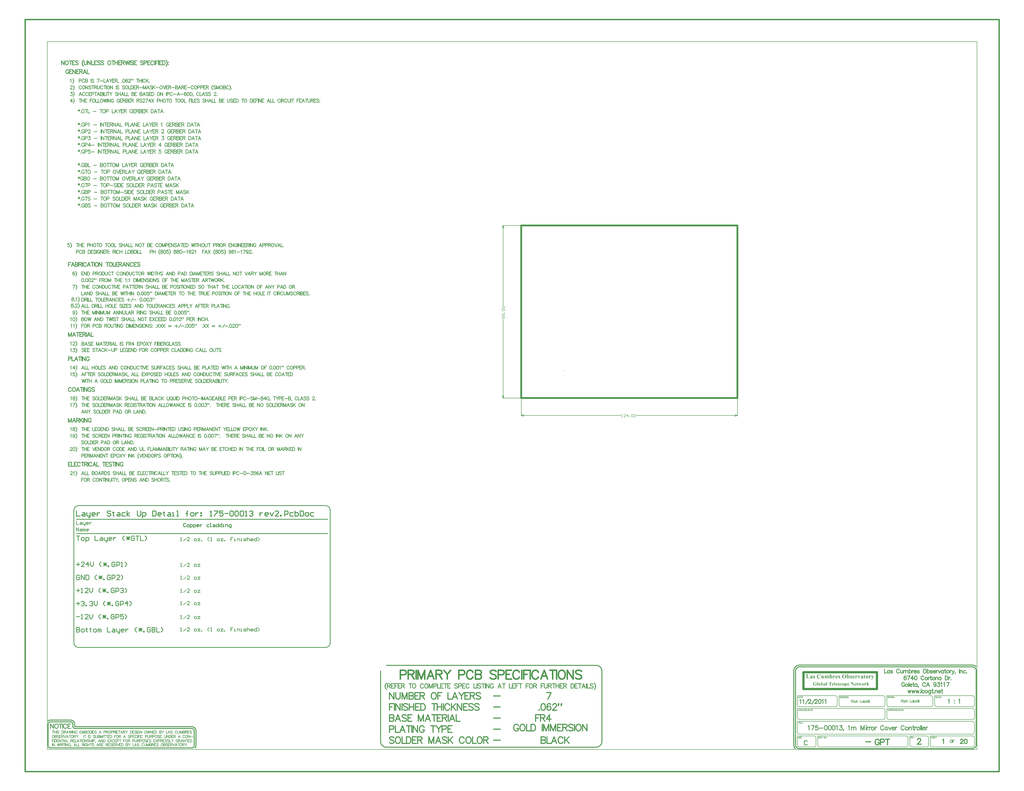
<source format=gm1>
%FSLAX23Y23*%
%MOIN*%
G70*
G01*
G75*
%ADD10R,0.025X0.100*%
%ADD11R,0.057X0.012*%
%ADD12R,0.025X0.185*%
%ADD13R,0.085X0.138*%
%ADD14R,0.085X0.043*%
%ADD15R,0.085X0.043*%
%ADD16R,0.035X0.053*%
%ADD17R,0.053X0.053*%
%ADD18R,0.070X0.135*%
%ADD19R,0.036X0.036*%
%ADD20R,0.098X0.268*%
%ADD21R,0.078X0.048*%
%ADD22R,0.063X0.075*%
%ADD23R,0.050X0.050*%
%ADD24R,0.079X0.209*%
%ADD25R,0.094X0.130*%
%ADD26O,0.028X0.098*%
%ADD27R,0.087X0.059*%
%ADD28O,0.027X0.010*%
%ADD29R,0.065X0.094*%
%ADD30O,0.024X0.010*%
%ADD31R,0.135X0.070*%
%ADD32R,0.050X0.050*%
%ADD33R,0.115X0.050*%
%ADD34R,0.065X0.135*%
%ADD35C,0.060*%
%ADD36C,0.039*%
%ADD37C,0.220*%
%ADD38C,0.020*%
%ADD39C,0.059*%
%ADD40R,0.059X0.059*%
%ADD41C,0.063*%
%ADD42C,0.116*%
%ADD43C,0.065*%
%ADD44C,0.100*%
%ADD45C,0.079*%
%ADD46R,0.059X0.059*%
%ADD47C,0.059*%
%ADD48C,0.087*%
%ADD49R,0.087X0.087*%
%ADD50C,0.157*%
%ADD51C,0.018*%
%ADD52C,0.020*%
%ADD53C,0.010*%
%ADD54C,0.024*%
%ADD55C,0.030*%
%ADD56C,0.050*%
%ADD57C,0.006*%
%ADD58C,0.014*%
%ADD59C,0.012*%
%ADD60C,0.020*%
%ADD61C,0.015*%
%ADD62C,0.012*%
%ADD63C,0.012*%
%ADD64C,0.016*%
%ADD65C,0.024*%
%ADD66C,0.032*%
%ADD67C,0.018*%
%ADD68C,0.012*%
%ADD69C,0.004*%
%ADD70C,0.039*%
G36*
X19264Y4484D02*
X19265D01*
X19266Y4484D01*
X19267Y4483D01*
X19270Y4483D01*
X19272Y4482D01*
X19274Y4481D01*
X19276Y4480D01*
X19276D01*
X19276Y4480D01*
X19276Y4479D01*
X19277Y4478D01*
X19278Y4477D01*
X19279Y4476D01*
X19280Y4474D01*
X19280Y4473D01*
X19280Y4472D01*
Y4471D01*
Y4471D01*
Y4470D01*
X19280Y4470D01*
X19280Y4469D01*
X19280Y4468D01*
X19280Y4467D01*
X19279Y4466D01*
X19278Y4466D01*
X19278Y4466D01*
X19278Y4465D01*
X19278Y4465D01*
X19277Y4465D01*
X19276Y4465D01*
X19276Y4464D01*
X19275Y4464D01*
X19273Y4464D01*
X19273D01*
X19272Y4464D01*
X19272Y4464D01*
X19271Y4465D01*
X19270Y4465D01*
X19269Y4465D01*
X19268Y4466D01*
X19268Y4466D01*
X19268Y4466D01*
X19267Y4467D01*
X19267Y4468D01*
X19266Y4469D01*
X19266Y4470D01*
X19266Y4472D01*
X19265Y4474D01*
Y4474D01*
X19265Y4474D01*
X19265Y4475D01*
X19265Y4476D01*
X19265Y4477D01*
X19264Y4478D01*
X19264Y4479D01*
X19264Y4479D01*
X19264Y4479D01*
X19263Y4479D01*
X19262Y4480D01*
X19261Y4480D01*
X19261Y4480D01*
X19260D01*
X19260Y4480D01*
X19259Y4480D01*
X19259Y4479D01*
X19258Y4479D01*
X19257Y4478D01*
X19256Y4477D01*
X19256Y4477D01*
X19256Y4476D01*
X19255Y4475D01*
X19255Y4474D01*
X19254Y4472D01*
X19254Y4470D01*
X19254Y4469D01*
X19254Y4467D01*
X19254Y4466D01*
Y4464D01*
Y4464D01*
Y4464D01*
Y4463D01*
Y4463D01*
X19254Y4462D01*
Y4462D01*
X19254Y4460D01*
X19254Y4458D01*
X19254Y4455D01*
X19255Y4453D01*
X19256Y4450D01*
Y4450D01*
X19256Y4450D01*
X19256Y4450D01*
X19256Y4449D01*
X19257Y4448D01*
X19257Y4447D01*
X19258Y4445D01*
X19259Y4443D01*
X19261Y4442D01*
X19262Y4440D01*
X19262Y4440D01*
X19263Y4440D01*
X19263Y4440D01*
X19264Y4439D01*
X19265Y4439D01*
X19266Y4438D01*
X19268Y4438D01*
X19269Y4438D01*
X19270D01*
X19270Y4438D01*
X19271Y4438D01*
X19272Y4438D01*
X19273Y4439D01*
X19274Y4439D01*
X19274Y4439D01*
X19275Y4439D01*
X19275Y4440D01*
X19275Y4440D01*
X19276Y4440D01*
X19277Y4441D01*
X19278Y4442D01*
X19279Y4443D01*
X19280Y4444D01*
X19282Y4443D01*
Y4443D01*
X19282Y4442D01*
X19282Y4442D01*
X19281Y4442D01*
X19280Y4440D01*
X19279Y4439D01*
X19278Y4437D01*
X19277Y4436D01*
X19275Y4434D01*
X19273Y4433D01*
X19273D01*
X19273Y4432D01*
X19272Y4432D01*
X19272Y4432D01*
X19271Y4432D01*
X19269Y4431D01*
X19268Y4430D01*
X19266Y4430D01*
X19264Y4429D01*
X19261Y4429D01*
X19261D01*
X19260Y4429D01*
X19260D01*
X19259Y4429D01*
X19258Y4430D01*
X19257Y4430D01*
X19255Y4430D01*
X19254Y4431D01*
X19253Y4431D01*
X19251Y4432D01*
X19250Y4432D01*
X19249Y4433D01*
X19247Y4434D01*
X19246Y4436D01*
X19245Y4437D01*
X19245Y4437D01*
X19244Y4437D01*
X19244Y4438D01*
X19244Y4438D01*
X19243Y4439D01*
X19243Y4440D01*
X19242Y4441D01*
X19242Y4442D01*
X19241Y4443D01*
X19241Y4445D01*
X19240Y4447D01*
X19240Y4448D01*
X19239Y4450D01*
X19239Y4452D01*
X19239Y4454D01*
X19239Y4456D01*
Y4456D01*
Y4456D01*
Y4457D01*
X19239Y4457D01*
X19239Y4458D01*
X19239Y4459D01*
X19239Y4461D01*
X19239Y4462D01*
X19240Y4465D01*
X19241Y4468D01*
X19242Y4470D01*
X19242Y4471D01*
X19243Y4473D01*
X19244Y4474D01*
X19244Y4474D01*
X19245Y4475D01*
X19245Y4475D01*
X19246Y4476D01*
X19246Y4476D01*
X19247Y4477D01*
X19248Y4478D01*
X19249Y4479D01*
X19250Y4480D01*
X19252Y4481D01*
X19253Y4482D01*
X19255Y4482D01*
X19257Y4483D01*
X19259Y4483D01*
X19261Y4484D01*
X19263Y4484D01*
X19264D01*
X19264Y4484D01*
D02*
G37*
G36*
X19212D02*
X19213Y4484D01*
X19215Y4483D01*
X19216Y4483D01*
X19218Y4483D01*
X19219Y4482D01*
X19219D01*
X19219Y4482D01*
X19220Y4481D01*
X19221Y4481D01*
X19221Y4481D01*
X19222D01*
X19222Y4481D01*
X19223Y4481D01*
X19223Y4481D01*
X19223Y4482D01*
X19224Y4482D01*
X19224Y4482D01*
X19224Y4483D01*
X19225Y4484D01*
X19227D01*
X19228Y4466D01*
X19226D01*
Y4466D01*
X19226Y4466D01*
X19225Y4467D01*
X19225Y4467D01*
X19225Y4468D01*
X19224Y4469D01*
X19224Y4470D01*
X19223Y4472D01*
X19221Y4474D01*
X19220Y4476D01*
X19219Y4476D01*
X19219Y4477D01*
X19219Y4477D01*
X19218Y4477D01*
X19217Y4478D01*
X19217Y4478D01*
X19215Y4479D01*
X19214Y4479D01*
X19213Y4480D01*
X19212Y4480D01*
X19211D01*
X19211Y4480D01*
X19210Y4480D01*
X19210Y4479D01*
X19209Y4479D01*
X19208Y4479D01*
X19208Y4478D01*
X19208Y4478D01*
X19208Y4478D01*
X19207Y4478D01*
X19207Y4477D01*
X19206Y4476D01*
X19206Y4475D01*
X19206Y4475D01*
Y4475D01*
Y4474D01*
X19206Y4474D01*
X19207Y4473D01*
X19207Y4472D01*
X19207Y4472D01*
X19208Y4471D01*
X19208Y4471D01*
X19209Y4470D01*
X19210Y4470D01*
X19210Y4469D01*
X19211Y4468D01*
X19212Y4468D01*
X19213Y4467D01*
X19214Y4466D01*
X19216Y4465D01*
X19217Y4464D01*
X19217Y4464D01*
X19217Y4464D01*
X19218Y4463D01*
X19218Y4463D01*
X19219Y4463D01*
X19220Y4462D01*
X19221Y4461D01*
X19223Y4459D01*
X19225Y4458D01*
X19227Y4456D01*
X19227Y4455D01*
X19228Y4455D01*
X19228Y4455D01*
X19228Y4454D01*
X19229Y4453D01*
X19229Y4452D01*
X19230Y4451D01*
X19230Y4450D01*
X19230Y4448D01*
X19230Y4446D01*
Y4446D01*
Y4445D01*
X19230Y4445D01*
X19230Y4443D01*
X19230Y4442D01*
X19229Y4441D01*
X19229Y4439D01*
X19228Y4438D01*
X19228Y4437D01*
X19228Y4437D01*
X19227Y4436D01*
X19227Y4435D01*
X19226Y4434D01*
X19225Y4433D01*
X19224Y4432D01*
X19222Y4431D01*
X19222Y4431D01*
X19222Y4431D01*
X19221Y4431D01*
X19220Y4430D01*
X19218Y4430D01*
X19217Y4430D01*
X19215Y4429D01*
X19214Y4429D01*
X19213D01*
X19212Y4429D01*
X19211Y4430D01*
X19210Y4430D01*
X19208Y4430D01*
X19206Y4431D01*
X19204Y4432D01*
X19204D01*
X19203Y4432D01*
X19203Y4432D01*
X19202Y4432D01*
X19201Y4432D01*
X19201D01*
X19201Y4432D01*
X19200Y4432D01*
X19200Y4432D01*
X19200Y4431D01*
X19199Y4430D01*
X19199Y4429D01*
X19197D01*
X19196Y4448D01*
X19198D01*
Y4448D01*
X19198Y4448D01*
X19198Y4447D01*
X19198Y4447D01*
X19198Y4446D01*
X19199Y4445D01*
X19200Y4444D01*
X19200Y4442D01*
X19202Y4440D01*
X19203Y4439D01*
X19204Y4437D01*
X19205Y4437D01*
X19205Y4437D01*
X19206Y4436D01*
X19207Y4435D01*
X19208Y4435D01*
X19210Y4434D01*
X19211Y4434D01*
X19213Y4433D01*
X19213D01*
X19213Y4433D01*
X19214Y4434D01*
X19215Y4434D01*
X19215Y4434D01*
X19216Y4434D01*
X19217Y4435D01*
X19217Y4435D01*
X19217Y4435D01*
X19217Y4436D01*
X19218Y4436D01*
X19218Y4437D01*
X19218Y4437D01*
X19218Y4438D01*
X19219Y4439D01*
Y4439D01*
Y4439D01*
X19218Y4440D01*
X19218Y4440D01*
X19218Y4441D01*
X19218Y4442D01*
X19217Y4443D01*
X19217Y4443D01*
X19217Y4443D01*
X19217Y4444D01*
X19216Y4444D01*
X19215Y4445D01*
X19214Y4446D01*
X19213Y4447D01*
X19211Y4448D01*
X19210Y4449D01*
X19209Y4449D01*
X19209Y4450D01*
X19209Y4450D01*
X19208Y4450D01*
X19208Y4451D01*
X19207Y4451D01*
X19205Y4453D01*
X19203Y4454D01*
X19201Y4456D01*
X19200Y4457D01*
X19199Y4458D01*
X19199Y4458D01*
Y4458D01*
X19198Y4458D01*
X19198Y4459D01*
X19197Y4460D01*
X19197Y4461D01*
X19196Y4463D01*
X19196Y4464D01*
X19195Y4466D01*
X19195Y4468D01*
Y4468D01*
Y4469D01*
Y4469D01*
X19195Y4469D01*
X19195Y4470D01*
X19196Y4472D01*
X19196Y4473D01*
X19197Y4475D01*
X19198Y4477D01*
X19199Y4479D01*
Y4479D01*
X19199Y4479D01*
X19200Y4480D01*
X19201Y4481D01*
X19202Y4481D01*
X19204Y4482D01*
X19206Y4483D01*
X19208Y4484D01*
X19210Y4484D01*
X19212D01*
X19212Y4484D01*
D02*
G37*
G36*
X19832D02*
X19832Y4484D01*
X19833Y4483D01*
X19834Y4483D01*
X19835Y4483D01*
X19836Y4482D01*
X19836Y4482D01*
X19836Y4482D01*
X19836Y4481D01*
X19836Y4481D01*
X19837Y4480D01*
X19837Y4479D01*
X19837Y4478D01*
X19837Y4476D01*
Y4476D01*
Y4476D01*
X19837Y4475D01*
X19837Y4474D01*
X19837Y4473D01*
X19837Y4473D01*
X19836Y4472D01*
X19836Y4471D01*
X19835Y4471D01*
X19835Y4470D01*
X19835Y4470D01*
X19834Y4470D01*
X19834Y4469D01*
X19833Y4469D01*
X19832Y4469D01*
X19831Y4469D01*
X19831D01*
X19830Y4469D01*
X19830Y4469D01*
X19829Y4469D01*
X19828Y4470D01*
X19827Y4470D01*
X19826Y4471D01*
X19826Y4471D01*
X19826Y4471D01*
X19826Y4471D01*
X19825Y4472D01*
X19824Y4472D01*
X19824Y4473D01*
X19824Y4473D01*
X19824Y4473D01*
X19823Y4473D01*
X19823Y4473D01*
X19823Y4473D01*
X19822D01*
X19822Y4473D01*
X19822D01*
X19821Y4473D01*
X19820Y4472D01*
X19820Y4472D01*
X19819Y4472D01*
X19819Y4472D01*
X19819Y4471D01*
X19818Y4471D01*
X19818Y4470D01*
X19817Y4469D01*
X19817Y4468D01*
X19816Y4466D01*
Y4466D01*
X19816Y4466D01*
X19816Y4466D01*
X19816Y4466D01*
X19816Y4465D01*
X19815Y4463D01*
X19815Y4461D01*
X19815Y4459D01*
X19814Y4457D01*
X19814Y4455D01*
Y4443D01*
X19814Y4440D01*
Y4440D01*
Y4439D01*
Y4439D01*
Y4438D01*
X19815Y4437D01*
X19815Y4436D01*
X19815Y4436D01*
Y4436D01*
X19815Y4436D01*
X19815Y4435D01*
X19816Y4434D01*
X19817Y4433D01*
X19817D01*
X19817Y4433D01*
X19817Y4433D01*
X19818Y4433D01*
X19818Y4433D01*
X19819Y4433D01*
X19820Y4433D01*
X19821Y4433D01*
Y4431D01*
X19793D01*
Y4433D01*
X19793D01*
X19794Y4433D01*
X19794D01*
X19795Y4433D01*
X19797Y4434D01*
X19797Y4434D01*
X19798Y4435D01*
X19798Y4435D01*
X19798Y4435D01*
X19798Y4435D01*
X19798Y4436D01*
X19799Y4437D01*
X19799Y4439D01*
X19799Y4440D01*
X19799Y4441D01*
Y4442D01*
Y4443D01*
Y4471D01*
Y4472D01*
Y4472D01*
Y4473D01*
X19799Y4474D01*
Y4475D01*
X19799Y4476D01*
X19799Y4476D01*
X19799Y4477D01*
Y4477D01*
X19798Y4477D01*
X19798Y4478D01*
X19798Y4479D01*
X19797Y4479D01*
X19797Y4479D01*
X19797Y4480D01*
X19796Y4480D01*
X19796Y4480D01*
X19795Y4480D01*
X19794Y4480D01*
X19793Y4480D01*
Y4482D01*
X19814D01*
Y4471D01*
X19814Y4471D01*
X19815Y4471D01*
X19815Y4471D01*
X19815Y4472D01*
X19816Y4473D01*
X19816Y4473D01*
X19817Y4475D01*
X19819Y4477D01*
X19820Y4478D01*
X19822Y4480D01*
X19822Y4481D01*
X19823Y4481D01*
X19823Y4481D01*
X19824Y4482D01*
X19825Y4482D01*
X19826Y4483D01*
X19827Y4483D01*
X19828Y4483D01*
X19829Y4484D01*
X19831Y4484D01*
X19831D01*
X19832Y4484D01*
D02*
G37*
G36*
X19864Y4456D02*
X19876Y4468D01*
X19876Y4468D01*
X19877Y4469D01*
X19877Y4469D01*
X19878Y4470D01*
X19879Y4471D01*
X19879Y4472D01*
X19880Y4473D01*
X19881Y4473D01*
Y4473D01*
X19881Y4473D01*
X19881Y4474D01*
X19881Y4474D01*
X19881Y4475D01*
X19881Y4476D01*
Y4476D01*
Y4477D01*
X19881Y4477D01*
X19881Y4478D01*
X19881Y4478D01*
X19880Y4479D01*
X19880D01*
X19880Y4479D01*
X19880Y4479D01*
X19879Y4479D01*
X19879Y4480D01*
X19878Y4480D01*
X19877Y4480D01*
X19876Y4480D01*
Y4482D01*
X19899D01*
Y4480D01*
X19898D01*
X19897Y4480D01*
X19897Y4480D01*
X19896Y4480D01*
X19895Y4480D01*
X19894Y4479D01*
X19893Y4479D01*
X19893Y4479D01*
X19892Y4478D01*
X19892Y4478D01*
X19891Y4477D01*
X19889Y4476D01*
X19889Y4475D01*
X19888Y4475D01*
X19887Y4474D01*
X19886Y4473D01*
X19884Y4471D01*
X19883Y4470D01*
X19878Y4465D01*
X19890Y4447D01*
X19890Y4447D01*
X19890Y4447D01*
X19890Y4446D01*
X19891Y4445D01*
X19891Y4444D01*
X19892Y4443D01*
X19893Y4441D01*
X19895Y4439D01*
X19896Y4438D01*
X19896Y4437D01*
X19897Y4436D01*
X19897Y4436D01*
X19898Y4435D01*
X19898Y4435D01*
X19898Y4435D01*
X19899Y4435D01*
X19899Y4434D01*
X19900Y4434D01*
X19900Y4433D01*
X19901Y4433D01*
X19902Y4433D01*
X19903Y4433D01*
Y4431D01*
X19876D01*
Y4433D01*
X19877D01*
X19877Y4433D01*
X19878Y4433D01*
X19879Y4433D01*
X19879Y4433D01*
X19879Y4434D01*
X19880Y4434D01*
X19880Y4435D01*
Y4435D01*
Y4435D01*
X19880Y4435D01*
X19879Y4436D01*
X19879Y4437D01*
X19879Y4437D01*
X19878Y4438D01*
X19877Y4440D01*
X19867Y4455D01*
X19864Y4451D01*
Y4442D01*
Y4442D01*
Y4442D01*
Y4441D01*
Y4441D01*
X19864Y4440D01*
Y4439D01*
X19864Y4438D01*
X19864Y4436D01*
X19865Y4435D01*
X19865Y4435D01*
X19865Y4435D01*
X19865Y4434D01*
X19865Y4434D01*
X19865Y4434D01*
X19866Y4434D01*
X19867Y4433D01*
X19867Y4433D01*
X19868Y4433D01*
X19869Y4433D01*
Y4431D01*
X19843D01*
Y4433D01*
X19843D01*
X19843Y4433D01*
X19844Y4433D01*
X19845Y4433D01*
X19845Y4433D01*
X19846Y4434D01*
X19847Y4434D01*
X19848Y4435D01*
Y4435D01*
X19848Y4435D01*
X19848Y4436D01*
X19848Y4436D01*
X19848Y4437D01*
X19848Y4438D01*
X19848Y4440D01*
Y4441D01*
Y4442D01*
Y4494D01*
Y4494D01*
Y4495D01*
Y4495D01*
Y4495D01*
Y4496D01*
X19848Y4498D01*
X19848Y4499D01*
X19848Y4500D01*
X19848Y4501D01*
X19848Y4501D01*
X19847Y4502D01*
Y4502D01*
X19847Y4502D01*
X19847Y4502D01*
X19846Y4502D01*
X19846Y4503D01*
X19845Y4503D01*
X19844Y4503D01*
X19843Y4504D01*
Y4506D01*
X19864D01*
Y4456D01*
D02*
G37*
G36*
X19731Y4480D02*
X19731D01*
X19731Y4480D01*
X19731Y4480D01*
X19730Y4480D01*
X19729Y4479D01*
X19727Y4478D01*
X19727Y4478D01*
X19727Y4478D01*
X19727Y4478D01*
X19726Y4477D01*
X19726Y4476D01*
X19725Y4474D01*
X19725Y4473D01*
X19724Y4472D01*
X19724Y4471D01*
X19724Y4470D01*
X19709Y4429D01*
X19706D01*
X19692Y4467D01*
X19678Y4429D01*
X19675D01*
X19661Y4466D01*
Y4467D01*
X19661Y4467D01*
X19661Y4467D01*
X19661Y4468D01*
X19661Y4469D01*
X19660Y4469D01*
X19660Y4471D01*
X19659Y4473D01*
X19658Y4475D01*
X19657Y4476D01*
X19657Y4477D01*
X19656Y4478D01*
X19656Y4478D01*
X19656Y4478D01*
X19656Y4478D01*
X19655Y4479D01*
X19655Y4479D01*
X19654Y4480D01*
X19653Y4480D01*
X19652Y4480D01*
Y4482D01*
X19678D01*
Y4480D01*
X19677D01*
X19677Y4480D01*
X19675Y4480D01*
X19675Y4480D01*
X19674Y4480D01*
X19674Y4479D01*
X19674Y4479D01*
X19674Y4478D01*
X19673Y4478D01*
Y4478D01*
X19674Y4477D01*
X19674Y4477D01*
X19674Y4476D01*
X19674Y4475D01*
X19675Y4474D01*
X19675Y4472D01*
X19683Y4452D01*
X19690Y4472D01*
X19690Y4473D01*
X19690Y4474D01*
X19689Y4474D01*
X19689Y4475D01*
X19689Y4476D01*
X19688Y4476D01*
X19688Y4477D01*
X19687Y4478D01*
X19687Y4479D01*
X19687Y4479D01*
X19686Y4479D01*
X19686Y4479D01*
X19686Y4479D01*
X19685Y4480D01*
X19685Y4480D01*
X19684Y4480D01*
X19683Y4480D01*
Y4482D01*
X19709D01*
Y4480D01*
X19709D01*
X19708Y4480D01*
X19708Y4480D01*
X19706Y4480D01*
X19706Y4480D01*
X19705Y4479D01*
X19705Y4479D01*
X19705Y4479D01*
X19704Y4478D01*
X19704Y4477D01*
Y4477D01*
Y4477D01*
X19704Y4477D01*
X19705Y4476D01*
X19705Y4476D01*
X19705Y4475D01*
X19705Y4474D01*
X19706Y4472D01*
X19713Y4452D01*
X19720Y4470D01*
X19720Y4471D01*
X19720Y4471D01*
X19720Y4472D01*
X19721Y4473D01*
X19721Y4474D01*
X19721Y4475D01*
X19721Y4476D01*
Y4476D01*
Y4476D01*
Y4477D01*
X19721Y4477D01*
X19721Y4478D01*
X19721Y4479D01*
X19720Y4479D01*
X19720Y4479D01*
X19720Y4479D01*
X19719Y4480D01*
X19719Y4480D01*
X19718Y4480D01*
X19717Y4480D01*
X19716Y4480D01*
Y4482D01*
X19731D01*
Y4480D01*
D02*
G37*
G36*
X19561Y4504D02*
X19561D01*
X19560Y4503D01*
X19559Y4503D01*
X19558Y4503D01*
X19557Y4503D01*
X19556Y4503D01*
X19555Y4502D01*
X19554Y4502D01*
X19554D01*
X19554Y4502D01*
X19553Y4501D01*
X19553Y4501D01*
X19553Y4500D01*
X19552Y4499D01*
X19552Y4499D01*
Y4499D01*
X19552Y4498D01*
X19552Y4498D01*
X19551Y4497D01*
X19551Y4496D01*
X19551Y4495D01*
X19551Y4493D01*
Y4491D01*
Y4429D01*
X19549D01*
X19499Y4491D01*
Y4444D01*
Y4444D01*
Y4443D01*
Y4443D01*
Y4443D01*
X19499Y4442D01*
X19499Y4440D01*
X19499Y4439D01*
X19500Y4437D01*
X19501Y4436D01*
X19502Y4435D01*
X19502Y4435D01*
X19502Y4435D01*
X19503Y4434D01*
X19504Y4434D01*
X19505Y4433D01*
X19506Y4433D01*
X19507Y4433D01*
X19508Y4433D01*
X19510D01*
Y4431D01*
X19484D01*
Y4433D01*
X19485D01*
X19486Y4433D01*
X19487Y4433D01*
X19488Y4433D01*
X19490Y4434D01*
X19491Y4434D01*
X19492Y4435D01*
X19492Y4435D01*
X19493Y4436D01*
X19493Y4436D01*
X19493Y4437D01*
X19494Y4438D01*
X19494Y4440D01*
X19495Y4442D01*
X19495Y4444D01*
Y4496D01*
X19493Y4498D01*
X19493Y4499D01*
X19493Y4499D01*
X19492Y4499D01*
X19492Y4500D01*
X19490Y4501D01*
X19490Y4502D01*
X19489Y4502D01*
X19489D01*
X19488Y4503D01*
X19488Y4503D01*
X19487Y4503D01*
X19487Y4503D01*
X19486Y4503D01*
X19485Y4503D01*
X19484Y4504D01*
Y4506D01*
X19510D01*
X19547Y4459D01*
Y4491D01*
Y4491D01*
Y4492D01*
Y4492D01*
Y4492D01*
X19547Y4494D01*
X19547Y4495D01*
X19546Y4496D01*
X19546Y4498D01*
X19546Y4499D01*
X19545Y4500D01*
X19545Y4501D01*
X19544Y4501D01*
X19544Y4501D01*
X19543Y4502D01*
X19542Y4503D01*
X19540Y4503D01*
X19538Y4503D01*
X19536Y4504D01*
Y4506D01*
X19561D01*
Y4504D01*
D02*
G37*
G36*
X19340Y4682D02*
X19342Y4682D01*
X19344Y4681D01*
X19347Y4681D01*
X19349Y4681D01*
X19352Y4680D01*
X19355Y4679D01*
X19358Y4678D01*
X19361Y4677D01*
X19364Y4675D01*
X19366Y4674D01*
X19369Y4672D01*
X19372Y4669D01*
X19372Y4669D01*
X19372Y4669D01*
X19373Y4668D01*
X19374Y4667D01*
X19375Y4666D01*
X19376Y4664D01*
X19377Y4662D01*
X19378Y4660D01*
X19380Y4658D01*
X19381Y4655D01*
X19382Y4653D01*
X19383Y4650D01*
X19384Y4646D01*
X19385Y4643D01*
X19385Y4640D01*
X19385Y4636D01*
Y4636D01*
Y4635D01*
Y4634D01*
X19385Y4633D01*
X19385Y4632D01*
X19385Y4630D01*
X19384Y4628D01*
X19384Y4626D01*
X19383Y4624D01*
X19383Y4621D01*
X19382Y4619D01*
X19381Y4616D01*
X19380Y4614D01*
X19378Y4611D01*
X19377Y4608D01*
X19375Y4606D01*
X19375Y4606D01*
X19375Y4605D01*
X19374Y4604D01*
X19373Y4603D01*
X19371Y4602D01*
X19370Y4601D01*
X19368Y4599D01*
X19366Y4597D01*
X19363Y4596D01*
X19360Y4594D01*
X19357Y4593D01*
X19354Y4591D01*
X19350Y4590D01*
X19346Y4590D01*
X19342Y4589D01*
X19338Y4589D01*
X19337D01*
X19335Y4589D01*
X19334Y4589D01*
X19332Y4589D01*
X19329Y4590D01*
X19327Y4590D01*
X19324Y4591D01*
X19321Y4592D01*
X19318Y4593D01*
X19315Y4594D01*
X19312Y4596D01*
X19309Y4598D01*
X19306Y4600D01*
X19303Y4602D01*
X19300Y4605D01*
X19300Y4605D01*
X19300Y4606D01*
X19299Y4606D01*
X19299Y4607D01*
X19298Y4609D01*
X19297Y4610D01*
X19296Y4612D01*
X19295Y4614D01*
X19294Y4616D01*
X19293Y4618D01*
X19292Y4621D01*
X19292Y4624D01*
X19291Y4626D01*
X19290Y4629D01*
X19290Y4633D01*
X19290Y4636D01*
Y4636D01*
Y4637D01*
X19290Y4638D01*
X19290Y4639D01*
X19290Y4641D01*
X19291Y4643D01*
X19291Y4645D01*
X19292Y4648D01*
X19292Y4650D01*
X19293Y4653D01*
X19294Y4656D01*
X19296Y4658D01*
X19297Y4661D01*
X19299Y4664D01*
X19301Y4667D01*
X19303Y4669D01*
X19304Y4669D01*
X19304Y4670D01*
X19305Y4670D01*
X19306Y4671D01*
X19307Y4672D01*
X19309Y4673D01*
X19311Y4675D01*
X19313Y4676D01*
X19315Y4677D01*
X19318Y4678D01*
X19320Y4679D01*
X19323Y4680D01*
X19326Y4681D01*
X19330Y4681D01*
X19333Y4682D01*
X19339D01*
X19340Y4682D01*
D02*
G37*
G36*
X19031Y4646D02*
X19031Y4647D01*
X19031Y4647D01*
X19032Y4647D01*
X19032Y4648D01*
X19033Y4648D01*
X19034Y4649D01*
X19035Y4650D01*
X19036Y4651D01*
X19039Y4652D01*
X19042Y4653D01*
X19043Y4654D01*
X19045Y4654D01*
X19046Y4654D01*
X19048Y4655D01*
X19049D01*
X19050Y4654D01*
X19052Y4654D01*
X19054Y4654D01*
X19056Y4653D01*
X19058Y4652D01*
X19060Y4651D01*
X19060D01*
X19060Y4651D01*
X19061Y4650D01*
X19062Y4649D01*
X19063Y4648D01*
X19065Y4647D01*
X19066Y4645D01*
X19067Y4643D01*
X19069Y4640D01*
Y4640D01*
X19069Y4640D01*
X19069Y4639D01*
X19069Y4639D01*
X19069Y4638D01*
X19070Y4637D01*
X19070Y4636D01*
X19071Y4633D01*
X19071Y4630D01*
X19072Y4627D01*
X19072Y4624D01*
Y4624D01*
Y4624D01*
Y4623D01*
Y4622D01*
X19072Y4622D01*
X19072Y4621D01*
X19072Y4619D01*
X19071Y4618D01*
X19071Y4615D01*
X19070Y4612D01*
X19069Y4609D01*
X19068Y4606D01*
Y4606D01*
X19068Y4605D01*
X19067Y4605D01*
X19067Y4604D01*
X19066Y4603D01*
X19065Y4601D01*
X19063Y4599D01*
X19062Y4597D01*
X19059Y4595D01*
X19057Y4593D01*
X19057D01*
X19057Y4593D01*
X19056Y4593D01*
X19056Y4593D01*
X19055Y4592D01*
X19054Y4592D01*
X19053Y4591D01*
X19050Y4590D01*
X19048Y4590D01*
X19045Y4589D01*
X19042Y4589D01*
X19041D01*
X19040Y4589D01*
X19039Y4589D01*
X19037Y4589D01*
X19036Y4590D01*
X19034Y4590D01*
X19033Y4590D01*
X19033Y4591D01*
X19032Y4591D01*
X19031Y4591D01*
X19030Y4592D01*
X19029Y4592D01*
X19028Y4593D01*
X19027Y4594D01*
X19025Y4596D01*
X19015Y4589D01*
X19013D01*
Y4668D01*
Y4668D01*
Y4668D01*
Y4669D01*
Y4669D01*
Y4671D01*
X19013Y4672D01*
X19012Y4673D01*
X19012Y4674D01*
X19012Y4674D01*
Y4674D01*
X19012Y4675D01*
X19012Y4675D01*
X19011Y4676D01*
X19010Y4677D01*
X19010Y4677D01*
X19009Y4677D01*
X19009Y4678D01*
X19008Y4678D01*
X19007Y4678D01*
X19006Y4678D01*
X19005Y4678D01*
Y4681D01*
X19031D01*
Y4646D01*
D02*
G37*
G36*
X19173Y4654D02*
X19173Y4654D01*
X19174Y4654D01*
X19177Y4654D01*
X19179Y4653D01*
X19181Y4652D01*
X19182Y4651D01*
X19183Y4650D01*
X19185Y4649D01*
X19186Y4648D01*
X19187Y4647D01*
X19188Y4647D01*
X19188Y4646D01*
X19188Y4646D01*
X19189Y4645D01*
X19189Y4645D01*
X19190Y4644D01*
X19190Y4642D01*
X19191Y4641D01*
X19192Y4640D01*
X19192Y4638D01*
X19193Y4636D01*
X19194Y4634D01*
X19194Y4632D01*
X19194Y4629D01*
X19195Y4627D01*
X19195Y4624D01*
X19161D01*
Y4624D01*
Y4624D01*
X19161Y4623D01*
Y4622D01*
X19161Y4621D01*
X19161Y4620D01*
X19162Y4619D01*
X19162Y4617D01*
X19163Y4614D01*
X19164Y4611D01*
X19165Y4607D01*
X19166Y4606D01*
X19167Y4604D01*
X19168Y4604D01*
X19168Y4604D01*
X19169Y4603D01*
X19171Y4602D01*
X19172Y4601D01*
X19174Y4600D01*
X19176Y4599D01*
X19177Y4599D01*
X19178Y4599D01*
X19179D01*
X19180Y4599D01*
X19181Y4599D01*
X19182Y4599D01*
X19183Y4600D01*
X19184Y4600D01*
X19186Y4601D01*
X19186Y4601D01*
X19186Y4602D01*
X19187Y4602D01*
X19188Y4603D01*
X19189Y4604D01*
X19190Y4605D01*
X19191Y4607D01*
X19193Y4609D01*
X19195Y4608D01*
Y4608D01*
X19195Y4607D01*
X19194Y4607D01*
X19194Y4606D01*
X19194Y4605D01*
X19193Y4604D01*
X19192Y4602D01*
X19190Y4600D01*
X19188Y4597D01*
X19186Y4595D01*
X19185Y4594D01*
X19184Y4593D01*
X19184D01*
X19183Y4593D01*
X19183Y4593D01*
X19183Y4593D01*
X19181Y4592D01*
X19180Y4591D01*
X19178Y4590D01*
X19175Y4590D01*
X19173Y4589D01*
X19170Y4589D01*
X19169D01*
X19168Y4589D01*
X19167D01*
X19166Y4589D01*
X19165Y4589D01*
X19164Y4590D01*
X19162Y4590D01*
X19160Y4591D01*
X19159Y4592D01*
X19157Y4592D01*
X19155Y4593D01*
X19153Y4595D01*
X19152Y4596D01*
X19150Y4598D01*
X19149Y4599D01*
Y4600D01*
X19149Y4600D01*
X19148Y4600D01*
X19148Y4601D01*
X19148Y4602D01*
X19147Y4603D01*
X19147Y4604D01*
X19146Y4605D01*
X19145Y4607D01*
X19145Y4608D01*
X19144Y4610D01*
X19144Y4612D01*
X19143Y4616D01*
X19143Y4618D01*
X19143Y4621D01*
Y4621D01*
Y4621D01*
Y4622D01*
X19143Y4623D01*
X19143Y4625D01*
X19144Y4626D01*
X19144Y4628D01*
X19144Y4630D01*
X19145Y4634D01*
X19146Y4636D01*
X19147Y4638D01*
X19148Y4640D01*
X19149Y4642D01*
X19150Y4644D01*
X19151Y4645D01*
X19152Y4645D01*
X19152Y4646D01*
X19152Y4646D01*
X19153Y4647D01*
X19154Y4647D01*
X19155Y4648D01*
X19156Y4649D01*
X19157Y4650D01*
X19158Y4651D01*
X19160Y4652D01*
X19163Y4653D01*
X19165Y4654D01*
X19167Y4654D01*
X19169Y4654D01*
X19171Y4655D01*
X19172D01*
X19173Y4654D01*
D02*
G37*
G36*
X19380Y4484D02*
X19381Y4484D01*
X19382Y4483D01*
X19384Y4483D01*
X19386Y4482D01*
X19388Y4481D01*
X19389Y4480D01*
X19389D01*
X19389Y4480D01*
X19390Y4480D01*
X19391Y4479D01*
X19392Y4478D01*
X19393Y4476D01*
X19394Y4475D01*
X19395Y4473D01*
X19396Y4470D01*
Y4470D01*
X19396Y4470D01*
X19397Y4470D01*
X19397Y4469D01*
X19397Y4469D01*
X19397Y4468D01*
X19398Y4466D01*
X19398Y4464D01*
X19398Y4462D01*
X19399Y4459D01*
X19399Y4457D01*
Y4457D01*
Y4456D01*
Y4456D01*
Y4455D01*
X19399Y4455D01*
Y4454D01*
X19399Y4452D01*
X19398Y4450D01*
X19398Y4447D01*
X19397Y4445D01*
X19396Y4442D01*
Y4442D01*
X19396Y4442D01*
X19396Y4442D01*
X19396Y4441D01*
X19395Y4440D01*
X19394Y4439D01*
X19393Y4437D01*
X19392Y4436D01*
X19391Y4434D01*
X19389Y4433D01*
X19389Y4432D01*
X19388Y4432D01*
X19387Y4432D01*
X19386Y4431D01*
X19384Y4430D01*
X19383Y4430D01*
X19381Y4429D01*
X19378Y4429D01*
X19378D01*
X19377Y4429D01*
X19376Y4429D01*
X19375Y4430D01*
X19373Y4430D01*
X19372Y4430D01*
X19370Y4431D01*
X19370Y4431D01*
X19370Y4431D01*
X19369Y4432D01*
X19369Y4432D01*
X19368Y4433D01*
X19367Y4434D01*
X19366Y4435D01*
X19365Y4436D01*
Y4417D01*
Y4417D01*
Y4416D01*
Y4415D01*
X19365Y4415D01*
X19365Y4413D01*
X19365Y4412D01*
X19365Y4411D01*
Y4411D01*
X19365Y4411D01*
X19366Y4411D01*
X19366Y4410D01*
X19367Y4409D01*
X19367D01*
X19368Y4409D01*
X19368Y4409D01*
X19368Y4409D01*
X19369Y4409D01*
X19370Y4409D01*
X19371Y4409D01*
X19373D01*
Y4407D01*
X19343D01*
Y4409D01*
X19343D01*
X19344Y4409D01*
X19344Y4409D01*
X19345Y4409D01*
X19346Y4409D01*
X19347Y4410D01*
X19347Y4410D01*
X19348Y4411D01*
X19348Y4411D01*
X19348Y4411D01*
X19349Y4411D01*
X19349Y4412D01*
X19349Y4413D01*
X19349Y4414D01*
X19349Y4415D01*
Y4417D01*
Y4472D01*
Y4472D01*
Y4472D01*
Y4472D01*
X19349Y4473D01*
X19349Y4475D01*
X19349Y4476D01*
X19349Y4477D01*
X19348Y4478D01*
X19348Y4478D01*
X19348Y4479D01*
X19348Y4479D01*
X19347Y4479D01*
X19347Y4479D01*
X19346Y4480D01*
X19345Y4480D01*
X19344Y4480D01*
X19343Y4480D01*
Y4482D01*
X19365D01*
Y4475D01*
X19365Y4476D01*
X19365Y4476D01*
X19366Y4477D01*
X19366Y4478D01*
X19367Y4479D01*
X19368Y4480D01*
X19369Y4480D01*
X19370Y4481D01*
X19370Y4481D01*
X19371Y4482D01*
X19372Y4482D01*
X19373Y4483D01*
X19374Y4483D01*
X19376Y4483D01*
X19377Y4484D01*
X19379Y4484D01*
X19379D01*
X19380Y4484D01*
D02*
G37*
G36*
X19055Y4485D02*
X19053D01*
Y4485D01*
X19053Y4486D01*
X19053Y4486D01*
X19053Y4486D01*
X19053Y4488D01*
X19052Y4489D01*
X19051Y4491D01*
X19051Y4493D01*
X19050Y4494D01*
X19049Y4495D01*
X19049Y4495D01*
X19049Y4496D01*
X19048Y4496D01*
X19048Y4497D01*
X19047Y4498D01*
X19046Y4499D01*
X19045Y4499D01*
X19043Y4500D01*
X19043D01*
X19043Y4500D01*
X19042Y4501D01*
X19042Y4501D01*
X19041Y4501D01*
X19039Y4501D01*
X19038Y4501D01*
X19030D01*
Y4444D01*
Y4443D01*
Y4443D01*
Y4443D01*
Y4443D01*
Y4442D01*
X19031Y4440D01*
Y4439D01*
X19031Y4438D01*
X19031Y4437D01*
X19031Y4436D01*
Y4436D01*
X19031Y4436D01*
X19032Y4435D01*
X19032Y4435D01*
X19033Y4434D01*
X19033Y4434D01*
X19034D01*
X19034Y4434D01*
X19034Y4433D01*
X19035Y4433D01*
X19036Y4433D01*
X19036Y4433D01*
X19037Y4433D01*
X19041D01*
Y4431D01*
X19002D01*
Y4433D01*
X19005D01*
X19005Y4433D01*
X19006D01*
X19008Y4433D01*
X19009Y4433D01*
X19010Y4434D01*
X19010D01*
X19010Y4434D01*
X19010Y4435D01*
X19011Y4435D01*
X19012Y4436D01*
X19012Y4437D01*
Y4437D01*
X19012Y4437D01*
X19012Y4437D01*
X19012Y4438D01*
X19012Y4439D01*
X19012Y4440D01*
X19012Y4442D01*
Y4444D01*
Y4501D01*
X19006D01*
X19005Y4501D01*
X19004Y4501D01*
X19003Y4501D01*
X19001Y4500D01*
X18999Y4500D01*
X18997Y4499D01*
X18996Y4498D01*
X18996Y4498D01*
X18995Y4497D01*
X18994Y4496D01*
X18993Y4495D01*
X18992Y4493D01*
X18991Y4491D01*
X18991Y4488D01*
X18990Y4485D01*
X18988D01*
Y4506D01*
X19055D01*
Y4485D01*
D02*
G37*
G36*
X18707Y4481D02*
X18705D01*
Y4481D01*
X18705Y4481D01*
X18705Y4482D01*
X18705Y4483D01*
X18704Y4484D01*
X18704Y4484D01*
X18703Y4486D01*
X18703Y4487D01*
X18701Y4490D01*
X18699Y4492D01*
X18697Y4495D01*
X18696Y4496D01*
X18694Y4497D01*
X18694Y4497D01*
X18694Y4497D01*
X18694Y4498D01*
X18693Y4498D01*
X18692Y4499D01*
X18692Y4499D01*
X18691Y4499D01*
X18690Y4500D01*
X18687Y4501D01*
X18684Y4502D01*
X18681Y4503D01*
X18680Y4503D01*
X18678Y4503D01*
X18677D01*
X18677Y4503D01*
X18676D01*
X18675Y4503D01*
X18673Y4502D01*
X18671Y4502D01*
X18669Y4501D01*
X18666Y4500D01*
X18665Y4499D01*
X18664Y4498D01*
X18664D01*
X18664Y4498D01*
X18664Y4498D01*
X18663Y4497D01*
X18663Y4497D01*
X18662Y4496D01*
X18661Y4495D01*
X18660Y4493D01*
X18659Y4491D01*
X18657Y4488D01*
X18656Y4485D01*
Y4485D01*
X18656Y4484D01*
X18656Y4484D01*
X18656Y4483D01*
X18656Y4483D01*
X18655Y4482D01*
X18655Y4481D01*
X18655Y4480D01*
X18655Y4477D01*
X18654Y4474D01*
X18654Y4471D01*
X18654Y4468D01*
Y4468D01*
Y4467D01*
Y4467D01*
Y4466D01*
X18654Y4465D01*
Y4464D01*
X18654Y4463D01*
X18654Y4461D01*
X18655Y4458D01*
X18655Y4455D01*
X18656Y4452D01*
X18656Y4449D01*
Y4449D01*
X18657Y4449D01*
X18657Y4448D01*
X18657Y4448D01*
X18657Y4447D01*
X18658Y4446D01*
X18658Y4444D01*
X18660Y4442D01*
X18661Y4440D01*
X18663Y4439D01*
X18665Y4437D01*
X18665D01*
X18665Y4437D01*
X18665Y4437D01*
X18666Y4436D01*
X18666Y4436D01*
X18667Y4436D01*
X18668Y4435D01*
X18670Y4434D01*
X18673Y4434D01*
X18675Y4433D01*
X18678Y4433D01*
X18679D01*
X18680Y4433D01*
X18681D01*
X18682Y4433D01*
X18684Y4434D01*
X18684D01*
X18684Y4434D01*
X18685Y4434D01*
X18685Y4434D01*
X18686Y4435D01*
X18687Y4435D01*
X18689Y4435D01*
Y4451D01*
Y4451D01*
Y4452D01*
Y4452D01*
X18689Y4453D01*
Y4454D01*
X18689Y4455D01*
X18689Y4456D01*
X18689Y4457D01*
Y4457D01*
X18689Y4457D01*
X18688Y4457D01*
X18688Y4458D01*
X18687Y4458D01*
X18687Y4459D01*
X18686Y4459D01*
X18686Y4459D01*
X18686Y4459D01*
X18685Y4459D01*
X18685Y4460D01*
X18684Y4460D01*
X18683Y4460D01*
X18683Y4460D01*
X18680D01*
Y4462D01*
X18716D01*
Y4460D01*
X18716D01*
X18716Y4460D01*
X18715D01*
X18714Y4460D01*
X18712Y4460D01*
X18711Y4459D01*
X18710Y4459D01*
X18710D01*
X18710Y4459D01*
X18709Y4458D01*
X18709Y4457D01*
X18708Y4457D01*
X18708Y4456D01*
X18708Y4456D01*
Y4456D01*
X18708Y4455D01*
X18708Y4454D01*
Y4453D01*
X18707Y4452D01*
Y4451D01*
Y4435D01*
X18707D01*
X18707Y4435D01*
X18707Y4435D01*
X18706Y4435D01*
X18706Y4435D01*
X18705Y4434D01*
X18704Y4434D01*
X18703Y4434D01*
X18701Y4433D01*
X18698Y4432D01*
X18695Y4431D01*
X18692Y4431D01*
X18692D01*
X18692Y4431D01*
X18692D01*
X18691Y4431D01*
X18690Y4430D01*
X18690Y4430D01*
X18689Y4430D01*
X18688Y4430D01*
X18685Y4430D01*
X18682Y4429D01*
X18680Y4429D01*
X18676Y4429D01*
X18675D01*
X18674Y4429D01*
X18673D01*
X18672Y4429D01*
X18670Y4429D01*
X18667Y4430D01*
X18664Y4430D01*
X18662Y4431D01*
X18659Y4432D01*
X18659D01*
X18658Y4432D01*
X18658Y4432D01*
X18658Y4432D01*
X18657Y4433D01*
X18656Y4433D01*
X18655Y4434D01*
X18653Y4435D01*
X18651Y4436D01*
X18648Y4438D01*
X18646Y4440D01*
X18646Y4440D01*
X18646Y4440D01*
X18645Y4440D01*
X18644Y4441D01*
X18643Y4443D01*
X18642Y4444D01*
X18640Y4446D01*
X18639Y4448D01*
X18638Y4450D01*
Y4450D01*
X18638Y4450D01*
X18638Y4451D01*
X18637Y4451D01*
X18637Y4452D01*
X18637Y4453D01*
X18636Y4454D01*
X18636Y4455D01*
X18636Y4456D01*
X18635Y4458D01*
X18635Y4461D01*
X18634Y4464D01*
X18634Y4467D01*
Y4467D01*
Y4468D01*
X18634Y4469D01*
X18634Y4470D01*
X18634Y4471D01*
X18635Y4473D01*
X18635Y4475D01*
X18635Y4477D01*
X18636Y4479D01*
X18637Y4481D01*
X18638Y4484D01*
X18639Y4486D01*
X18640Y4489D01*
X18642Y4491D01*
X18644Y4493D01*
X18646Y4496D01*
X18646Y4496D01*
X18646Y4496D01*
X18647Y4497D01*
X18648Y4497D01*
X18649Y4498D01*
X18651Y4499D01*
X18652Y4500D01*
X18654Y4501D01*
X18656Y4502D01*
X18658Y4504D01*
X18661Y4504D01*
X18663Y4505D01*
X18666Y4506D01*
X18669Y4507D01*
X18672Y4507D01*
X18676Y4507D01*
X18678D01*
X18679Y4507D01*
X18681Y4507D01*
X18682Y4507D01*
X18686Y4506D01*
X18686D01*
X18686Y4506D01*
X18687Y4506D01*
X18688Y4506D01*
X18689Y4505D01*
X18690Y4505D01*
X18692Y4504D01*
X18694Y4504D01*
X18694D01*
X18694Y4504D01*
X18695Y4503D01*
X18695Y4503D01*
X18696Y4503D01*
X18698Y4502D01*
X18699Y4502D01*
X18700Y4502D01*
X18700Y4502D01*
X18700D01*
X18701Y4502D01*
X18702Y4502D01*
X18703Y4503D01*
X18703Y4503D01*
X18703Y4503D01*
X18703Y4503D01*
X18704Y4504D01*
X18704Y4504D01*
X18705Y4505D01*
X18705Y4506D01*
X18705Y4507D01*
X18707D01*
Y4481D01*
D02*
G37*
G36*
X19133Y4442D02*
Y4441D01*
Y4441D01*
Y4441D01*
X19133Y4440D01*
X19133Y4439D01*
X19133Y4437D01*
X19134Y4436D01*
X19134Y4435D01*
X19134Y4434D01*
X19134Y4434D01*
X19135Y4434D01*
X19135Y4434D01*
X19135Y4434D01*
X19136Y4433D01*
X19137Y4433D01*
X19138Y4433D01*
X19139Y4433D01*
Y4431D01*
X19111D01*
Y4433D01*
X19112D01*
X19113Y4433D01*
X19113Y4433D01*
X19114Y4433D01*
X19115Y4434D01*
X19116Y4434D01*
X19117Y4435D01*
X19117Y4435D01*
X19117Y4435D01*
X19117Y4435D01*
X19117Y4436D01*
X19117Y4437D01*
X19117Y4438D01*
X19118Y4440D01*
Y4442D01*
Y4495D01*
Y4495D01*
Y4495D01*
Y4496D01*
X19118Y4497D01*
X19117Y4498D01*
X19117Y4499D01*
X19117Y4500D01*
X19117Y4501D01*
X19116Y4502D01*
X19116Y4502D01*
X19116Y4502D01*
X19116Y4502D01*
X19115Y4503D01*
X19115Y4503D01*
X19114Y4503D01*
X19113Y4503D01*
X19111Y4504D01*
Y4506D01*
X19133D01*
Y4442D01*
D02*
G37*
G36*
X19169Y4484D02*
X19170Y4484D01*
X19171Y4484D01*
X19173Y4483D01*
X19175Y4482D01*
X19176Y4482D01*
X19177Y4481D01*
X19178Y4480D01*
X19180Y4480D01*
X19181Y4479D01*
X19182Y4477D01*
X19182Y4477D01*
X19182Y4477D01*
X19182Y4477D01*
X19183Y4476D01*
X19183Y4476D01*
X19184Y4475D01*
X19184Y4474D01*
X19185Y4473D01*
X19185Y4471D01*
X19186Y4470D01*
X19186Y4468D01*
X19187Y4467D01*
X19187Y4465D01*
X19188Y4463D01*
X19188Y4461D01*
X19188Y4459D01*
X19160D01*
Y4458D01*
Y4458D01*
X19160Y4458D01*
Y4457D01*
X19160Y4456D01*
X19160Y4455D01*
X19160Y4454D01*
X19160Y4453D01*
X19161Y4450D01*
X19162Y4447D01*
X19163Y4445D01*
X19164Y4443D01*
X19165Y4442D01*
X19165Y4442D01*
X19166Y4441D01*
X19167Y4441D01*
X19168Y4440D01*
X19169Y4439D01*
X19171Y4438D01*
X19172Y4438D01*
X19173Y4438D01*
X19174Y4438D01*
X19175D01*
X19175Y4438D01*
X19176Y4438D01*
X19177Y4438D01*
X19178Y4438D01*
X19179Y4439D01*
X19180Y4439D01*
X19180Y4439D01*
X19181Y4440D01*
X19181Y4440D01*
X19182Y4441D01*
X19183Y4442D01*
X19184Y4443D01*
X19185Y4444D01*
X19186Y4446D01*
X19188Y4445D01*
Y4445D01*
X19188Y4444D01*
X19188Y4444D01*
X19187Y4443D01*
X19187Y4443D01*
X19186Y4442D01*
X19185Y4440D01*
X19184Y4438D01*
X19182Y4436D01*
X19180Y4434D01*
X19180Y4433D01*
X19179Y4433D01*
X19178D01*
X19178Y4433D01*
X19178Y4432D01*
X19178Y4432D01*
X19177Y4432D01*
X19175Y4431D01*
X19174Y4430D01*
X19172Y4430D01*
X19169Y4429D01*
X19167Y4429D01*
X19166D01*
X19166Y4429D01*
X19165D01*
X19164Y4430D01*
X19163Y4430D01*
X19162Y4430D01*
X19160Y4430D01*
X19159Y4431D01*
X19158Y4431D01*
X19156Y4432D01*
X19155Y4433D01*
X19153Y4434D01*
X19152Y4435D01*
X19151Y4436D01*
X19150Y4438D01*
Y4438D01*
X19149Y4438D01*
X19149Y4439D01*
X19149Y4439D01*
X19149Y4440D01*
X19148Y4441D01*
X19148Y4442D01*
X19147Y4443D01*
X19147Y4444D01*
X19146Y4445D01*
X19146Y4447D01*
X19146Y4448D01*
X19145Y4452D01*
X19145Y4454D01*
X19145Y4456D01*
Y4456D01*
Y4456D01*
Y4457D01*
X19145Y4458D01*
X19145Y4459D01*
X19145Y4460D01*
X19145Y4462D01*
X19146Y4463D01*
X19147Y4466D01*
X19147Y4468D01*
X19148Y4470D01*
X19149Y4471D01*
X19149Y4473D01*
X19150Y4475D01*
X19152Y4476D01*
X19152Y4476D01*
X19152Y4476D01*
X19152Y4477D01*
X19153Y4477D01*
X19154Y4478D01*
X19154Y4479D01*
X19155Y4479D01*
X19156Y4480D01*
X19158Y4481D01*
X19159Y4481D01*
X19162Y4483D01*
X19163Y4483D01*
X19165Y4484D01*
X19166Y4484D01*
X19168Y4484D01*
X19169D01*
X19169Y4484D01*
D02*
G37*
G36*
X19314D02*
X19315Y4484D01*
X19317Y4483D01*
X19319Y4483D01*
X19321Y4482D01*
X19323Y4481D01*
X19325Y4480D01*
X19325D01*
X19325Y4480D01*
X19326Y4480D01*
X19326Y4480D01*
X19327Y4479D01*
X19328Y4478D01*
X19330Y4476D01*
X19331Y4475D01*
X19333Y4473D01*
X19334Y4470D01*
Y4470D01*
X19334Y4470D01*
X19334Y4470D01*
X19334Y4469D01*
X19335Y4469D01*
X19335Y4468D01*
X19335Y4466D01*
X19336Y4464D01*
X19337Y4462D01*
X19337Y4459D01*
X19337Y4456D01*
Y4456D01*
Y4456D01*
Y4455D01*
X19337Y4455D01*
X19337Y4454D01*
X19337Y4453D01*
X19337Y4451D01*
X19336Y4450D01*
X19336Y4447D01*
X19335Y4444D01*
X19334Y4443D01*
X19333Y4441D01*
X19332Y4440D01*
X19331Y4438D01*
X19331Y4438D01*
X19331Y4438D01*
X19331Y4437D01*
X19330Y4437D01*
X19329Y4436D01*
X19329Y4435D01*
X19328Y4434D01*
X19327Y4434D01*
X19325Y4433D01*
X19324Y4432D01*
X19322Y4431D01*
X19321Y4431D01*
X19319Y4430D01*
X19317Y4430D01*
X19315Y4429D01*
X19313Y4429D01*
X19312D01*
X19312Y4429D01*
X19311D01*
X19310Y4429D01*
X19309Y4430D01*
X19308Y4430D01*
X19306Y4430D01*
X19305Y4431D01*
X19303Y4431D01*
X19302Y4432D01*
X19300Y4433D01*
X19299Y4434D01*
X19298Y4435D01*
X19296Y4436D01*
X19295Y4437D01*
X19295Y4437D01*
X19295Y4438D01*
X19294Y4438D01*
X19294Y4439D01*
X19294Y4440D01*
X19293Y4440D01*
X19292Y4442D01*
X19292Y4443D01*
X19291Y4444D01*
X19291Y4446D01*
X19290Y4447D01*
X19290Y4449D01*
X19289Y4451D01*
X19289Y4452D01*
X19289Y4454D01*
X19289Y4456D01*
Y4456D01*
Y4457D01*
Y4457D01*
X19289Y4458D01*
X19289Y4459D01*
X19289Y4460D01*
X19289Y4461D01*
X19290Y4463D01*
X19290Y4466D01*
X19291Y4467D01*
X19291Y4469D01*
X19292Y4471D01*
X19293Y4472D01*
X19294Y4474D01*
X19295Y4476D01*
X19295Y4476D01*
X19295Y4476D01*
X19296Y4476D01*
X19296Y4477D01*
X19297Y4478D01*
X19298Y4478D01*
X19299Y4479D01*
X19300Y4480D01*
X19301Y4480D01*
X19302Y4481D01*
X19304Y4482D01*
X19305Y4483D01*
X19307Y4483D01*
X19309Y4484D01*
X19311Y4484D01*
X19313Y4484D01*
X19314D01*
X19314Y4484D01*
D02*
G37*
G36*
X19433D02*
X19433Y4484D01*
X19434Y4484D01*
X19436Y4483D01*
X19438Y4482D01*
X19439Y4482D01*
X19440Y4481D01*
X19442Y4480D01*
X19443Y4480D01*
X19444Y4479D01*
X19445Y4477D01*
X19445Y4477D01*
X19445Y4477D01*
X19445Y4477D01*
X19446Y4476D01*
X19446Y4476D01*
X19447Y4475D01*
X19447Y4474D01*
X19448Y4473D01*
X19449Y4471D01*
X19449Y4470D01*
X19450Y4468D01*
X19450Y4467D01*
X19450Y4465D01*
X19451Y4463D01*
X19451Y4461D01*
X19451Y4459D01*
X19423D01*
Y4458D01*
Y4458D01*
X19423Y4458D01*
Y4457D01*
X19423Y4456D01*
X19423Y4455D01*
X19424Y4454D01*
X19424Y4453D01*
X19424Y4450D01*
X19425Y4447D01*
X19427Y4445D01*
X19427Y4443D01*
X19428Y4442D01*
X19429Y4442D01*
X19429Y4441D01*
X19430Y4441D01*
X19431Y4440D01*
X19432Y4439D01*
X19434Y4438D01*
X19436Y4438D01*
X19437Y4438D01*
X19437Y4438D01*
X19438D01*
X19439Y4438D01*
X19439Y4438D01*
X19440Y4438D01*
X19441Y4438D01*
X19442Y4439D01*
X19444Y4439D01*
X19444Y4439D01*
X19444Y4440D01*
X19445Y4440D01*
X19445Y4441D01*
X19446Y4442D01*
X19447Y4443D01*
X19448Y4444D01*
X19449Y4446D01*
X19451Y4445D01*
Y4445D01*
X19451Y4444D01*
X19451Y4444D01*
X19450Y4443D01*
X19450Y4443D01*
X19450Y4442D01*
X19448Y4440D01*
X19447Y4438D01*
X19445Y4436D01*
X19444Y4434D01*
X19443Y4433D01*
X19442Y4433D01*
X19442D01*
X19442Y4433D01*
X19441Y4432D01*
X19441Y4432D01*
X19440Y4432D01*
X19439Y4431D01*
X19437Y4430D01*
X19435Y4430D01*
X19433Y4429D01*
X19430Y4429D01*
X19430D01*
X19429Y4429D01*
X19428D01*
X19427Y4430D01*
X19426Y4430D01*
X19425Y4430D01*
X19424Y4430D01*
X19422Y4431D01*
X19421Y4431D01*
X19419Y4432D01*
X19418Y4433D01*
X19417Y4434D01*
X19415Y4435D01*
X19414Y4436D01*
X19413Y4438D01*
Y4438D01*
X19413Y4438D01*
X19412Y4439D01*
X19412Y4439D01*
X19412Y4440D01*
X19411Y4441D01*
X19411Y4442D01*
X19411Y4443D01*
X19410Y4444D01*
X19410Y4445D01*
X19409Y4447D01*
X19409Y4448D01*
X19408Y4452D01*
X19408Y4454D01*
X19408Y4456D01*
Y4456D01*
Y4456D01*
Y4457D01*
X19408Y4458D01*
X19408Y4459D01*
X19409Y4460D01*
X19409Y4462D01*
X19409Y4463D01*
X19410Y4466D01*
X19410Y4468D01*
X19411Y4470D01*
X19412Y4471D01*
X19413Y4473D01*
X19414Y4475D01*
X19415Y4476D01*
X19415Y4476D01*
X19415Y4476D01*
X19416Y4477D01*
X19416Y4477D01*
X19417Y4478D01*
X19418Y4479D01*
X19419Y4479D01*
X19420Y4480D01*
X19421Y4481D01*
X19422Y4481D01*
X19425Y4483D01*
X19426Y4483D01*
X19428Y4484D01*
X19430Y4484D01*
X19431Y4484D01*
X19432D01*
X19433Y4484D01*
D02*
G37*
G36*
X18779D02*
X18779Y4484D01*
X18781Y4483D01*
X18783Y4483D01*
X18785Y4482D01*
X18787Y4481D01*
X18789Y4480D01*
X18789D01*
X18789Y4480D01*
X18790Y4480D01*
X18790Y4480D01*
X18791Y4479D01*
X18792Y4478D01*
X18794Y4476D01*
X18795Y4475D01*
X18797Y4473D01*
X18798Y4470D01*
Y4470D01*
X18798Y4470D01*
X18798Y4470D01*
X18799Y4469D01*
X18799Y4469D01*
X18799Y4468D01*
X18800Y4466D01*
X18800Y4464D01*
X18801Y4462D01*
X18801Y4459D01*
X18801Y4456D01*
Y4456D01*
Y4456D01*
Y4455D01*
X18801Y4455D01*
X18801Y4454D01*
X18801Y4453D01*
X18801Y4451D01*
X18800Y4450D01*
X18800Y4447D01*
X18799Y4444D01*
X18798Y4443D01*
X18797Y4441D01*
X18796Y4440D01*
X18795Y4438D01*
X18795Y4438D01*
X18795Y4438D01*
X18795Y4437D01*
X18794Y4437D01*
X18794Y4436D01*
X18793Y4435D01*
X18792Y4434D01*
X18791Y4434D01*
X18789Y4433D01*
X18788Y4432D01*
X18786Y4431D01*
X18785Y4431D01*
X18783Y4430D01*
X18781Y4430D01*
X18779Y4429D01*
X18777Y4429D01*
X18776D01*
X18776Y4429D01*
X18775D01*
X18774Y4429D01*
X18773Y4430D01*
X18772Y4430D01*
X18770Y4430D01*
X18769Y4431D01*
X18767Y4431D01*
X18766Y4432D01*
X18764Y4433D01*
X18763Y4434D01*
X18762Y4435D01*
X18760Y4436D01*
X18759Y4437D01*
X18759Y4437D01*
X18759Y4438D01*
X18758Y4438D01*
X18758Y4439D01*
X18758Y4440D01*
X18757Y4440D01*
X18757Y4442D01*
X18756Y4443D01*
X18755Y4444D01*
X18755Y4446D01*
X18754Y4447D01*
X18754Y4449D01*
X18753Y4451D01*
X18753Y4452D01*
X18753Y4454D01*
X18753Y4456D01*
Y4456D01*
Y4457D01*
Y4457D01*
X18753Y4458D01*
X18753Y4459D01*
X18753Y4460D01*
X18753Y4461D01*
X18754Y4463D01*
X18754Y4466D01*
X18755Y4467D01*
X18756Y4469D01*
X18756Y4471D01*
X18757Y4472D01*
X18758Y4474D01*
X18759Y4476D01*
X18759Y4476D01*
X18759Y4476D01*
X18760Y4476D01*
X18760Y4477D01*
X18761Y4478D01*
X18762Y4478D01*
X18763Y4479D01*
X18764Y4480D01*
X18765Y4480D01*
X18766Y4481D01*
X18768Y4482D01*
X18769Y4483D01*
X18771Y4483D01*
X18773Y4484D01*
X18775Y4484D01*
X18777Y4484D01*
X18778D01*
X18779Y4484D01*
D02*
G37*
G36*
X18829Y4477D02*
X18829Y4477D01*
X18829Y4477D01*
X18830Y4478D01*
X18830Y4478D01*
X18831Y4479D01*
X18831Y4479D01*
X18832Y4480D01*
X18833Y4481D01*
X18835Y4482D01*
X18838Y4483D01*
X18839Y4483D01*
X18840Y4484D01*
X18842Y4484D01*
X18843Y4484D01*
X18844D01*
X18845Y4484D01*
X18846Y4483D01*
X18848Y4483D01*
X18849Y4483D01*
X18851Y4482D01*
X18853Y4481D01*
X18853D01*
X18853Y4481D01*
X18854Y4480D01*
X18855Y4480D01*
X18856Y4478D01*
X18857Y4477D01*
X18858Y4476D01*
X18859Y4474D01*
X18860Y4472D01*
Y4472D01*
X18860Y4472D01*
X18860Y4471D01*
X18861Y4471D01*
X18861Y4470D01*
X18861Y4470D01*
X18862Y4468D01*
X18862Y4466D01*
X18863Y4464D01*
X18863Y4461D01*
X18863Y4459D01*
Y4458D01*
Y4458D01*
Y4458D01*
Y4457D01*
X18863Y4456D01*
X18863Y4456D01*
X18863Y4455D01*
X18863Y4453D01*
X18862Y4451D01*
X18861Y4449D01*
X18861Y4446D01*
X18860Y4443D01*
Y4443D01*
X18859Y4443D01*
X18859Y4443D01*
X18859Y4442D01*
X18858Y4441D01*
X18857Y4439D01*
X18856Y4438D01*
X18854Y4436D01*
X18853Y4434D01*
X18851Y4433D01*
X18850D01*
X18850Y4433D01*
X18850Y4432D01*
X18850Y4432D01*
X18849Y4432D01*
X18848Y4432D01*
X18847Y4431D01*
X18845Y4430D01*
X18843Y4430D01*
X18840Y4429D01*
X18838Y4429D01*
X18837D01*
X18836Y4429D01*
X18835Y4429D01*
X18834Y4430D01*
X18833Y4430D01*
X18832Y4430D01*
X18830Y4430D01*
X18830Y4431D01*
X18830Y4431D01*
X18829Y4431D01*
X18828Y4432D01*
X18827Y4432D01*
X18826Y4433D01*
X18825Y4434D01*
X18824Y4435D01*
X18815Y4429D01*
X18814D01*
Y4495D01*
Y4495D01*
Y4495D01*
Y4496D01*
Y4496D01*
Y4497D01*
X18814Y4498D01*
X18813Y4499D01*
X18813Y4500D01*
X18813Y4500D01*
Y4500D01*
X18813Y4501D01*
X18813Y4501D01*
X18812Y4502D01*
X18811Y4503D01*
X18811Y4503D01*
X18811Y4503D01*
X18810Y4503D01*
X18810Y4503D01*
X18809Y4503D01*
X18808Y4503D01*
X18807Y4504D01*
Y4506D01*
X18829D01*
Y4477D01*
D02*
G37*
G36*
X19088Y4484D02*
X19089Y4484D01*
X19089Y4484D01*
X19091Y4483D01*
X19093Y4482D01*
X19095Y4482D01*
X19096Y4481D01*
X19097Y4480D01*
X19098Y4480D01*
X19099Y4479D01*
X19100Y4477D01*
X19100Y4477D01*
X19101Y4477D01*
X19101Y4477D01*
X19101Y4476D01*
X19102Y4476D01*
X19102Y4475D01*
X19103Y4474D01*
X19103Y4473D01*
X19104Y4471D01*
X19104Y4470D01*
X19105Y4468D01*
X19105Y4467D01*
X19106Y4465D01*
X19106Y4463D01*
X19106Y4461D01*
X19107Y4459D01*
X19078D01*
Y4458D01*
Y4458D01*
X19078Y4458D01*
Y4457D01*
X19078Y4456D01*
X19079Y4455D01*
X19079Y4454D01*
X19079Y4453D01*
X19080Y4450D01*
X19081Y4447D01*
X19082Y4445D01*
X19083Y4443D01*
X19084Y4442D01*
X19084Y4442D01*
X19084Y4441D01*
X19085Y4441D01*
X19086Y4440D01*
X19088Y4439D01*
X19089Y4438D01*
X19091Y4438D01*
X19092Y4438D01*
X19093Y4438D01*
X19093D01*
X19094Y4438D01*
X19095Y4438D01*
X19096Y4438D01*
X19097Y4438D01*
X19098Y4439D01*
X19099Y4439D01*
X19099Y4439D01*
X19099Y4440D01*
X19100Y4440D01*
X19101Y4441D01*
X19101Y4442D01*
X19102Y4443D01*
X19104Y4444D01*
X19105Y4446D01*
X19107Y4445D01*
Y4445D01*
X19106Y4444D01*
X19106Y4444D01*
X19106Y4443D01*
X19105Y4443D01*
X19105Y4442D01*
X19104Y4440D01*
X19102Y4438D01*
X19101Y4436D01*
X19099Y4434D01*
X19098Y4433D01*
X19097Y4433D01*
X19097D01*
X19097Y4433D01*
X19097Y4432D01*
X19096Y4432D01*
X19095Y4432D01*
X19094Y4431D01*
X19092Y4430D01*
X19090Y4430D01*
X19088Y4429D01*
X19086Y4429D01*
X19085D01*
X19084Y4429D01*
X19084D01*
X19083Y4430D01*
X19082Y4430D01*
X19080Y4430D01*
X19079Y4430D01*
X19078Y4431D01*
X19076Y4431D01*
X19075Y4432D01*
X19073Y4433D01*
X19072Y4434D01*
X19071Y4435D01*
X19069Y4436D01*
X19068Y4438D01*
Y4438D01*
X19068Y4438D01*
X19068Y4439D01*
X19067Y4439D01*
X19067Y4440D01*
X19067Y4441D01*
X19066Y4442D01*
X19066Y4443D01*
X19065Y4444D01*
X19065Y4445D01*
X19064Y4447D01*
X19064Y4448D01*
X19064Y4452D01*
X19064Y4454D01*
X19063Y4456D01*
Y4456D01*
Y4456D01*
Y4457D01*
X19064Y4458D01*
X19064Y4459D01*
X19064Y4460D01*
X19064Y4462D01*
X19064Y4463D01*
X19065Y4466D01*
X19066Y4468D01*
X19066Y4470D01*
X19067Y4471D01*
X19068Y4473D01*
X19069Y4475D01*
X19070Y4476D01*
X19070Y4476D01*
X19071Y4476D01*
X19071Y4477D01*
X19072Y4477D01*
X19072Y4478D01*
X19073Y4479D01*
X19074Y4479D01*
X19075Y4480D01*
X19076Y4481D01*
X19077Y4481D01*
X19080Y4483D01*
X19082Y4483D01*
X19083Y4484D01*
X19085Y4484D01*
X19087Y4484D01*
X19087D01*
X19088Y4484D01*
D02*
G37*
G36*
X19638Y4482D02*
X19650D01*
Y4477D01*
X19638D01*
Y4445D01*
Y4445D01*
Y4444D01*
Y4444D01*
Y4443D01*
X19638Y4442D01*
Y4441D01*
X19638Y4440D01*
X19638Y4439D01*
X19638Y4439D01*
X19638Y4438D01*
X19639Y4438D01*
X19640Y4437D01*
X19640Y4437D01*
X19640Y4437D01*
X19641Y4437D01*
X19642Y4436D01*
X19642D01*
X19642Y4437D01*
X19643Y4437D01*
X19644Y4437D01*
X19645Y4438D01*
X19646Y4439D01*
X19647Y4439D01*
X19647Y4440D01*
X19648Y4441D01*
X19648Y4442D01*
X19650Y4441D01*
Y4440D01*
X19650Y4440D01*
X19650Y4440D01*
X19649Y4439D01*
X19649Y4438D01*
X19648Y4437D01*
X19647Y4436D01*
X19647Y4435D01*
X19646Y4434D01*
X19645Y4433D01*
X19643Y4432D01*
X19642Y4432D01*
X19641Y4431D01*
X19639Y4430D01*
X19637Y4430D01*
X19636Y4430D01*
X19635D01*
X19634Y4430D01*
X19633Y4430D01*
X19631Y4431D01*
X19630Y4431D01*
X19629Y4432D01*
X19627Y4433D01*
X19627Y4433D01*
X19627Y4433D01*
X19626Y4434D01*
X19625Y4435D01*
X19625Y4435D01*
X19624Y4436D01*
X19623Y4438D01*
X19623Y4439D01*
Y4439D01*
X19623Y4439D01*
X19623Y4440D01*
Y4441D01*
X19623Y4441D01*
Y4442D01*
X19623Y4443D01*
Y4444D01*
X19622Y4445D01*
Y4446D01*
Y4448D01*
Y4449D01*
Y4477D01*
X19616D01*
Y4479D01*
X19616Y4479D01*
X19616Y4479D01*
X19616Y4479D01*
X19617Y4480D01*
X19617Y4480D01*
X19618Y4481D01*
X19620Y4482D01*
X19622Y4483D01*
X19624Y4485D01*
X19626Y4487D01*
X19627Y4489D01*
X19628Y4489D01*
X19628Y4489D01*
X19628Y4490D01*
X19628Y4490D01*
X19629Y4491D01*
X19630Y4493D01*
X19632Y4494D01*
X19633Y4496D01*
X19635Y4499D01*
X19636Y4501D01*
X19638D01*
Y4482D01*
D02*
G37*
G36*
X18741Y4442D02*
Y4441D01*
Y4441D01*
Y4441D01*
X18741Y4440D01*
X18741Y4439D01*
X18742Y4437D01*
X18742Y4436D01*
X18742Y4435D01*
X18743Y4434D01*
X18743Y4434D01*
X18743Y4434D01*
X18743Y4434D01*
X18744Y4434D01*
X18744Y4433D01*
X18745Y4433D01*
X18746Y4433D01*
X18748Y4433D01*
Y4431D01*
X18720D01*
Y4433D01*
X18720D01*
X18721Y4433D01*
X18722Y4433D01*
X18722Y4433D01*
X18723Y4434D01*
X18724Y4434D01*
X18725Y4435D01*
X18725Y4435D01*
X18725Y4435D01*
X18725Y4435D01*
X18725Y4436D01*
X18726Y4437D01*
X18726Y4438D01*
X18726Y4440D01*
Y4442D01*
Y4495D01*
Y4495D01*
Y4495D01*
Y4496D01*
X18726Y4497D01*
X18726Y4498D01*
X18726Y4499D01*
X18725Y4500D01*
X18725Y4501D01*
X18725Y4502D01*
X18724Y4502D01*
X18724Y4502D01*
X18724Y4502D01*
X18723Y4503D01*
X18723Y4503D01*
X18722Y4503D01*
X18721Y4503D01*
X18720Y4504D01*
Y4506D01*
X18741D01*
Y4442D01*
D02*
G37*
G36*
X18948D02*
Y4441D01*
Y4441D01*
Y4441D01*
X18948Y4440D01*
X18948Y4439D01*
X18949Y4437D01*
X18949Y4436D01*
X18949Y4435D01*
X18949Y4434D01*
X18950Y4434D01*
X18950Y4434D01*
X18950Y4434D01*
X18951Y4434D01*
X18951Y4433D01*
X18952Y4433D01*
X18953Y4433D01*
X18954Y4433D01*
Y4431D01*
X18927D01*
Y4433D01*
X18927D01*
X18928Y4433D01*
X18929Y4433D01*
X18929Y4433D01*
X18930Y4434D01*
X18931Y4434D01*
X18932Y4435D01*
X18932Y4435D01*
X18932Y4435D01*
X18932Y4435D01*
X18932Y4436D01*
X18932Y4437D01*
X18933Y4438D01*
X18933Y4440D01*
Y4442D01*
Y4495D01*
Y4495D01*
Y4495D01*
Y4496D01*
X18933Y4497D01*
X18933Y4498D01*
X18932Y4499D01*
X18932Y4500D01*
X18932Y4501D01*
X18931Y4502D01*
X18931Y4502D01*
X18931Y4502D01*
X18931Y4502D01*
X18930Y4503D01*
X18930Y4503D01*
X18929Y4503D01*
X18928Y4503D01*
X18927Y4504D01*
Y4506D01*
X18948D01*
Y4442D01*
D02*
G37*
G36*
X19592Y4484D02*
X19593Y4484D01*
X19594Y4484D01*
X19596Y4483D01*
X19598Y4482D01*
X19599Y4482D01*
X19600Y4481D01*
X19601Y4480D01*
X19603Y4480D01*
X19604Y4479D01*
X19605Y4477D01*
X19605Y4477D01*
X19605Y4477D01*
X19605Y4477D01*
X19606Y4476D01*
X19606Y4476D01*
X19607Y4475D01*
X19607Y4474D01*
X19608Y4473D01*
X19608Y4471D01*
X19609Y4470D01*
X19609Y4468D01*
X19610Y4467D01*
X19610Y4465D01*
X19611Y4463D01*
X19611Y4461D01*
X19611Y4459D01*
X19583D01*
Y4458D01*
Y4458D01*
X19583Y4458D01*
Y4457D01*
X19583Y4456D01*
X19583Y4455D01*
X19583Y4454D01*
X19584Y4453D01*
X19584Y4450D01*
X19585Y4447D01*
X19586Y4445D01*
X19587Y4443D01*
X19588Y4442D01*
X19588Y4442D01*
X19589Y4441D01*
X19590Y4441D01*
X19591Y4440D01*
X19592Y4439D01*
X19594Y4438D01*
X19595Y4438D01*
X19596Y4438D01*
X19597Y4438D01*
X19598D01*
X19599Y4438D01*
X19599Y4438D01*
X19600Y4438D01*
X19601Y4438D01*
X19602Y4439D01*
X19603Y4439D01*
X19603Y4439D01*
X19604Y4440D01*
X19604Y4440D01*
X19605Y4441D01*
X19606Y4442D01*
X19607Y4443D01*
X19608Y4444D01*
X19609Y4446D01*
X19611Y4445D01*
Y4445D01*
X19611Y4444D01*
X19611Y4444D01*
X19610Y4443D01*
X19610Y4443D01*
X19609Y4442D01*
X19608Y4440D01*
X19607Y4438D01*
X19605Y4436D01*
X19604Y4434D01*
X19603Y4433D01*
X19602Y4433D01*
X19602D01*
X19601Y4433D01*
X19601Y4432D01*
X19601Y4432D01*
X19600Y4432D01*
X19598Y4431D01*
X19597Y4430D01*
X19595Y4430D01*
X19592Y4429D01*
X19590Y4429D01*
X19589D01*
X19589Y4429D01*
X19588D01*
X19587Y4430D01*
X19586Y4430D01*
X19585Y4430D01*
X19584Y4430D01*
X19582Y4431D01*
X19581Y4431D01*
X19579Y4432D01*
X19578Y4433D01*
X19576Y4434D01*
X19575Y4435D01*
X19574Y4436D01*
X19573Y4438D01*
Y4438D01*
X19572Y4438D01*
X19572Y4439D01*
X19572Y4439D01*
X19572Y4440D01*
X19571Y4441D01*
X19571Y4442D01*
X19570Y4443D01*
X19570Y4444D01*
X19569Y4445D01*
X19569Y4447D01*
X19569Y4448D01*
X19568Y4452D01*
X19568Y4454D01*
X19568Y4456D01*
Y4456D01*
Y4456D01*
Y4457D01*
X19568Y4458D01*
X19568Y4459D01*
X19568Y4460D01*
X19569Y4462D01*
X19569Y4463D01*
X19570Y4466D01*
X19570Y4468D01*
X19571Y4470D01*
X19572Y4471D01*
X19572Y4473D01*
X19574Y4475D01*
X19575Y4476D01*
X19575Y4476D01*
X19575Y4476D01*
X19576Y4477D01*
X19576Y4477D01*
X19577Y4478D01*
X19577Y4479D01*
X19578Y4479D01*
X19579Y4480D01*
X19581Y4481D01*
X19582Y4481D01*
X19585Y4483D01*
X19586Y4483D01*
X19588Y4484D01*
X19589Y4484D01*
X19591Y4484D01*
X19592D01*
X19592Y4484D01*
D02*
G37*
G36*
X19763D02*
X19763Y4484D01*
X19765Y4483D01*
X19767Y4483D01*
X19769Y4482D01*
X19771Y4481D01*
X19773Y4480D01*
X19773D01*
X19773Y4480D01*
X19774Y4480D01*
X19774Y4480D01*
X19775Y4479D01*
X19777Y4478D01*
X19778Y4476D01*
X19779Y4475D01*
X19781Y4473D01*
X19782Y4470D01*
Y4470D01*
X19782Y4470D01*
X19782Y4470D01*
X19783Y4469D01*
X19783Y4469D01*
X19783Y4468D01*
X19784Y4466D01*
X19784Y4464D01*
X19785Y4462D01*
X19785Y4459D01*
X19785Y4456D01*
Y4456D01*
Y4456D01*
Y4455D01*
X19785Y4455D01*
X19785Y4454D01*
X19785Y4453D01*
X19785Y4451D01*
X19784Y4450D01*
X19784Y4447D01*
X19783Y4444D01*
X19782Y4443D01*
X19781Y4441D01*
X19780Y4440D01*
X19779Y4438D01*
X19779Y4438D01*
X19779Y4438D01*
X19779Y4437D01*
X19778Y4437D01*
X19778Y4436D01*
X19777Y4435D01*
X19776Y4434D01*
X19775Y4434D01*
X19773Y4433D01*
X19772Y4432D01*
X19770Y4431D01*
X19769Y4431D01*
X19767Y4430D01*
X19765Y4430D01*
X19763Y4429D01*
X19761Y4429D01*
X19760D01*
X19760Y4429D01*
X19759D01*
X19758Y4429D01*
X19757Y4430D01*
X19756Y4430D01*
X19754Y4430D01*
X19753Y4431D01*
X19752Y4431D01*
X19750Y4432D01*
X19749Y4433D01*
X19747Y4434D01*
X19746Y4435D01*
X19744Y4436D01*
X19743Y4437D01*
X19743Y4437D01*
X19743Y4438D01*
X19742Y4438D01*
X19742Y4439D01*
X19742Y4440D01*
X19741Y4440D01*
X19741Y4442D01*
X19740Y4443D01*
X19739Y4444D01*
X19739Y4446D01*
X19738Y4447D01*
X19738Y4449D01*
X19737Y4451D01*
X19737Y4452D01*
X19737Y4454D01*
X19737Y4456D01*
Y4456D01*
Y4457D01*
Y4457D01*
X19737Y4458D01*
X19737Y4459D01*
X19737Y4460D01*
X19737Y4461D01*
X19738Y4463D01*
X19738Y4466D01*
X19739Y4467D01*
X19740Y4469D01*
X19740Y4471D01*
X19741Y4472D01*
X19742Y4474D01*
X19743Y4476D01*
X19743Y4476D01*
X19744Y4476D01*
X19744Y4476D01*
X19744Y4477D01*
X19745Y4478D01*
X19746Y4478D01*
X19747Y4479D01*
X19748Y4480D01*
X19749Y4480D01*
X19750Y4481D01*
X19752Y4482D01*
X19753Y4483D01*
X19755Y4483D01*
X19757Y4484D01*
X19759Y4484D01*
X19761Y4484D01*
X19762D01*
X19763Y4484D01*
D02*
G37*
G36*
X18899D02*
X18900Y4484D01*
X18902Y4483D01*
X18904Y4483D01*
X18906Y4483D01*
X18907Y4482D01*
X18909Y4481D01*
X18909Y4481D01*
X18910Y4480D01*
X18911Y4480D01*
X18911Y4479D01*
X18912Y4478D01*
X18913Y4477D01*
X18914Y4475D01*
X18915Y4474D01*
Y4474D01*
X18915Y4473D01*
X18915Y4473D01*
X18915Y4472D01*
X18915Y4471D01*
X18915Y4470D01*
Y4470D01*
X18915Y4468D01*
Y4467D01*
X18916Y4466D01*
Y4465D01*
Y4463D01*
Y4443D01*
Y4443D01*
Y4443D01*
Y4442D01*
Y4441D01*
X18916Y4440D01*
Y4439D01*
X18916Y4439D01*
X18916Y4439D01*
X18916Y4438D01*
X18916Y4438D01*
X18917Y4438D01*
X18917Y4437D01*
X18917Y4437D01*
X18917Y4437D01*
X18918Y4437D01*
X18918D01*
X18919Y4437D01*
X18919Y4438D01*
X18920Y4438D01*
X18920Y4438D01*
X18921Y4439D01*
X18922Y4438D01*
X18922Y4438D01*
X18922Y4437D01*
X18921Y4436D01*
X18921Y4435D01*
X18920Y4435D01*
X18919Y4434D01*
X18918Y4433D01*
X18917Y4432D01*
X18917Y4432D01*
X18916Y4432D01*
X18916Y4431D01*
X18915Y4431D01*
X18914Y4431D01*
X18913Y4430D01*
X18911Y4430D01*
X18910Y4430D01*
X18909D01*
X18908Y4430D01*
X18908Y4430D01*
X18906Y4431D01*
X18905Y4431D01*
X18904Y4431D01*
X18903Y4432D01*
X18903Y4432D01*
X18903Y4432D01*
X18902Y4433D01*
X18902Y4434D01*
X18901Y4435D01*
X18901Y4436D01*
X18900Y4437D01*
X18900Y4438D01*
X18900Y4438D01*
X18900Y4438D01*
X18899Y4438D01*
X18899Y4437D01*
X18898Y4436D01*
X18897Y4436D01*
X18896Y4435D01*
X18894Y4434D01*
X18892Y4433D01*
X18889Y4431D01*
X18888Y4431D01*
X18886Y4430D01*
X18885Y4430D01*
X18883Y4430D01*
X18882D01*
X18882Y4430D01*
X18881Y4430D01*
X18879Y4431D01*
X18878Y4431D01*
X18877Y4432D01*
X18876Y4433D01*
X18876Y4433D01*
X18875Y4433D01*
X18875Y4434D01*
X18874Y4435D01*
X18874Y4436D01*
X18873Y4437D01*
X18873Y4439D01*
X18873Y4440D01*
Y4440D01*
Y4440D01*
Y4441D01*
X18873Y4441D01*
X18873Y4442D01*
X18874Y4444D01*
X18874Y4445D01*
X18875Y4447D01*
X18876Y4449D01*
X18877Y4450D01*
X18878Y4451D01*
X18878Y4451D01*
X18878Y4451D01*
X18879Y4451D01*
X18879Y4452D01*
X18880Y4452D01*
X18880Y4453D01*
X18881Y4453D01*
X18883Y4454D01*
X18884Y4455D01*
X18886Y4456D01*
X18887Y4457D01*
X18889Y4458D01*
X18892Y4459D01*
X18894Y4461D01*
X18897Y4462D01*
X18900Y4463D01*
Y4468D01*
Y4469D01*
Y4469D01*
Y4469D01*
Y4469D01*
Y4470D01*
X18900Y4472D01*
X18900Y4473D01*
X18900Y4474D01*
X18900Y4475D01*
X18899Y4476D01*
X18899Y4476D01*
Y4476D01*
X18899Y4476D01*
X18899Y4477D01*
X18898Y4478D01*
X18898Y4478D01*
X18897Y4479D01*
X18897Y4479D01*
X18897Y4479D01*
X18896Y4479D01*
X18896Y4479D01*
X18895Y4480D01*
X18894Y4480D01*
X18892D01*
X18892Y4480D01*
X18891Y4480D01*
X18890Y4479D01*
X18889Y4479D01*
X18888Y4479D01*
X18887Y4478D01*
X18887D01*
X18887Y4478D01*
X18886Y4477D01*
X18886Y4477D01*
X18886Y4476D01*
X18886Y4476D01*
Y4476D01*
X18886Y4475D01*
X18886Y4475D01*
X18886Y4474D01*
X18887Y4473D01*
X18887Y4473D01*
X18887Y4473D01*
X18888Y4472D01*
X18888Y4472D01*
X18888Y4471D01*
X18889Y4470D01*
X18889Y4469D01*
X18889Y4468D01*
Y4468D01*
Y4468D01*
X18889Y4467D01*
X18889Y4467D01*
X18889Y4466D01*
X18889Y4465D01*
X18888Y4464D01*
X18887Y4464D01*
X18887Y4464D01*
X18887Y4463D01*
X18886Y4463D01*
X18886Y4463D01*
X18885Y4462D01*
X18884Y4462D01*
X18883Y4462D01*
X18882Y4462D01*
X18881D01*
X18881Y4462D01*
X18880Y4462D01*
X18879Y4462D01*
X18878Y4463D01*
X18877Y4463D01*
X18876Y4464D01*
X18876Y4464D01*
X18876Y4464D01*
X18876Y4465D01*
X18875Y4465D01*
X18875Y4466D01*
X18874Y4467D01*
X18874Y4468D01*
X18874Y4469D01*
Y4469D01*
X18874Y4470D01*
X18874Y4470D01*
X18874Y4471D01*
X18875Y4472D01*
X18875Y4474D01*
X18876Y4475D01*
X18877Y4476D01*
X18877Y4476D01*
X18878Y4477D01*
X18878Y4478D01*
X18879Y4478D01*
X18881Y4479D01*
X18882Y4480D01*
X18884Y4481D01*
X18886Y4482D01*
X18886D01*
X18886Y4482D01*
X18886Y4482D01*
X18887Y4482D01*
X18888Y4483D01*
X18889Y4483D01*
X18891Y4483D01*
X18893Y4484D01*
X18895Y4484D01*
X18898Y4484D01*
X18899D01*
X18899Y4484D01*
D02*
G37*
G36*
X19419Y4646D02*
X19419Y4647D01*
X19419Y4647D01*
X19419Y4647D01*
X19420Y4648D01*
X19421Y4648D01*
X19422Y4649D01*
X19423Y4650D01*
X19424Y4651D01*
X19426Y4652D01*
X19429Y4653D01*
X19431Y4654D01*
X19432Y4654D01*
X19434Y4654D01*
X19436Y4655D01*
X19437D01*
X19438Y4654D01*
X19440Y4654D01*
X19441Y4654D01*
X19443Y4653D01*
X19445Y4652D01*
X19448Y4651D01*
X19448D01*
X19448Y4651D01*
X19448Y4650D01*
X19450Y4649D01*
X19451Y4648D01*
X19452Y4647D01*
X19454Y4645D01*
X19455Y4643D01*
X19456Y4640D01*
Y4640D01*
X19456Y4640D01*
X19457Y4639D01*
X19457Y4639D01*
X19457Y4638D01*
X19457Y4637D01*
X19458Y4636D01*
X19459Y4633D01*
X19459Y4630D01*
X19459Y4627D01*
X19460Y4624D01*
Y4624D01*
Y4624D01*
Y4623D01*
Y4622D01*
X19459Y4622D01*
X19459Y4621D01*
X19459Y4619D01*
X19459Y4618D01*
X19459Y4615D01*
X19458Y4612D01*
X19457Y4609D01*
X19455Y4606D01*
Y4606D01*
X19455Y4605D01*
X19455Y4605D01*
X19455Y4604D01*
X19454Y4603D01*
X19453Y4601D01*
X19451Y4599D01*
X19449Y4597D01*
X19447Y4595D01*
X19445Y4593D01*
X19445D01*
X19444Y4593D01*
X19444Y4593D01*
X19444Y4593D01*
X19443Y4592D01*
X19442Y4592D01*
X19440Y4591D01*
X19438Y4590D01*
X19435Y4590D01*
X19432Y4589D01*
X19429Y4589D01*
X19428D01*
X19428Y4589D01*
X19426Y4589D01*
X19425Y4589D01*
X19423Y4590D01*
X19422Y4590D01*
X19420Y4590D01*
X19420Y4591D01*
X19420Y4591D01*
X19419Y4591D01*
X19418Y4592D01*
X19417Y4592D01*
X19416Y4593D01*
X19414Y4594D01*
X19413Y4596D01*
X19402Y4589D01*
X19400D01*
Y4668D01*
Y4668D01*
Y4668D01*
Y4669D01*
Y4669D01*
Y4671D01*
X19400Y4672D01*
X19400Y4673D01*
X19400Y4674D01*
X19400Y4674D01*
Y4674D01*
X19400Y4675D01*
X19399Y4675D01*
X19399Y4676D01*
X19398Y4677D01*
X19397Y4677D01*
X19397Y4677D01*
X19397Y4678D01*
X19396Y4678D01*
X19395Y4678D01*
X19394Y4678D01*
X19393Y4678D01*
Y4681D01*
X19419D01*
Y4646D01*
D02*
G37*
G36*
X19492Y4654D02*
X19493Y4654D01*
X19494Y4654D01*
X19496Y4654D01*
X19498Y4653D01*
X19500Y4652D01*
X19500D01*
X19500Y4652D01*
X19501Y4652D01*
X19502Y4651D01*
X19502Y4651D01*
X19503D01*
X19504Y4651D01*
X19504Y4651D01*
X19504Y4652D01*
X19505Y4652D01*
X19505Y4652D01*
X19506Y4653D01*
X19506Y4654D01*
X19507Y4654D01*
X19509D01*
X19510Y4633D01*
X19508D01*
Y4633D01*
X19508Y4634D01*
X19507Y4634D01*
X19507Y4635D01*
X19507Y4635D01*
X19506Y4636D01*
X19505Y4638D01*
X19504Y4640D01*
X19502Y4643D01*
X19501Y4645D01*
X19500Y4645D01*
X19499Y4646D01*
X19499Y4646D01*
X19499Y4647D01*
X19498Y4647D01*
X19497Y4648D01*
X19495Y4648D01*
X19494Y4649D01*
X19492Y4649D01*
X19491Y4650D01*
X19490D01*
X19490Y4649D01*
X19489Y4649D01*
X19488Y4649D01*
X19488Y4649D01*
X19487Y4648D01*
X19486Y4648D01*
X19486Y4648D01*
X19486Y4647D01*
X19486Y4647D01*
X19485Y4646D01*
X19485Y4645D01*
X19484Y4644D01*
X19484Y4643D01*
Y4643D01*
Y4643D01*
X19484Y4642D01*
X19485Y4641D01*
X19486Y4640D01*
X19486Y4640D01*
X19486Y4640D01*
X19487Y4639D01*
X19488Y4638D01*
X19489Y4637D01*
X19489Y4637D01*
X19490Y4636D01*
X19491Y4635D01*
X19493Y4634D01*
X19494Y4633D01*
X19496Y4632D01*
X19497Y4631D01*
X19497Y4631D01*
X19498Y4630D01*
X19498Y4630D01*
X19499Y4630D01*
X19500Y4629D01*
X19501Y4628D01*
X19503Y4627D01*
X19505Y4625D01*
X19507Y4623D01*
X19509Y4621D01*
X19510Y4620D01*
X19510Y4620D01*
X19510Y4619D01*
X19511Y4619D01*
X19511Y4618D01*
X19512Y4617D01*
X19512Y4615D01*
X19513Y4613D01*
X19513Y4611D01*
X19513Y4609D01*
Y4609D01*
Y4608D01*
X19513Y4607D01*
X19513Y4606D01*
X19513Y4605D01*
X19512Y4603D01*
X19512Y4601D01*
X19511Y4599D01*
X19511Y4599D01*
X19510Y4598D01*
X19510Y4597D01*
X19509Y4596D01*
X19508Y4595D01*
X19507Y4594D01*
X19505Y4593D01*
X19503Y4592D01*
X19503Y4591D01*
X19503Y4591D01*
X19502Y4591D01*
X19500Y4590D01*
X19499Y4590D01*
X19497Y4589D01*
X19495Y4589D01*
X19493Y4589D01*
X19492D01*
X19491Y4589D01*
X19490Y4589D01*
X19488Y4590D01*
X19486Y4590D01*
X19484Y4591D01*
X19481Y4592D01*
X19481D01*
X19481Y4592D01*
X19480Y4592D01*
X19479Y4592D01*
X19479Y4592D01*
X19478D01*
X19478Y4592D01*
X19477Y4592D01*
X19477Y4592D01*
X19476Y4591D01*
X19476Y4590D01*
X19475Y4589D01*
X19473D01*
X19472Y4611D01*
X19474D01*
Y4611D01*
X19474Y4611D01*
X19474Y4611D01*
X19475Y4610D01*
X19475Y4609D01*
X19475Y4608D01*
X19476Y4607D01*
X19477Y4604D01*
X19479Y4602D01*
X19480Y4600D01*
X19482Y4598D01*
X19482Y4598D01*
X19483Y4598D01*
X19484Y4597D01*
X19485Y4596D01*
X19487Y4595D01*
X19488Y4595D01*
X19490Y4594D01*
X19492Y4594D01*
X19492D01*
X19493Y4594D01*
X19494Y4594D01*
X19494Y4594D01*
X19495Y4595D01*
X19496Y4595D01*
X19497Y4596D01*
X19497Y4596D01*
X19497Y4596D01*
X19498Y4597D01*
X19498Y4597D01*
X19498Y4598D01*
X19499Y4599D01*
X19499Y4600D01*
X19499Y4601D01*
Y4601D01*
Y4601D01*
X19499Y4602D01*
X19499Y4602D01*
X19499Y4603D01*
X19498Y4604D01*
X19498Y4605D01*
X19497Y4606D01*
X19497Y4606D01*
X19497Y4606D01*
X19496Y4607D01*
X19495Y4608D01*
X19494Y4609D01*
X19492Y4610D01*
X19491Y4611D01*
X19488Y4613D01*
X19488Y4613D01*
X19488Y4613D01*
X19487Y4614D01*
X19487Y4614D01*
X19486Y4615D01*
X19485Y4615D01*
X19483Y4617D01*
X19481Y4619D01*
X19478Y4621D01*
X19476Y4622D01*
X19476Y4623D01*
X19475Y4624D01*
Y4624D01*
X19475Y4624D01*
X19474Y4625D01*
X19474Y4626D01*
X19473Y4627D01*
X19472Y4629D01*
X19471Y4631D01*
X19471Y4633D01*
X19471Y4636D01*
Y4636D01*
Y4636D01*
Y4637D01*
X19471Y4637D01*
X19471Y4638D01*
X19471Y4640D01*
X19472Y4642D01*
X19473Y4644D01*
X19474Y4646D01*
X19476Y4649D01*
Y4649D01*
X19476Y4649D01*
X19477Y4650D01*
X19478Y4651D01*
X19479Y4652D01*
X19481Y4653D01*
X19484Y4654D01*
X19487Y4654D01*
X19488Y4655D01*
X19491D01*
X19492Y4654D01*
D02*
G37*
G36*
X19224D02*
X19226Y4654D01*
X19227Y4654D01*
X19229Y4654D01*
X19230Y4653D01*
X19232Y4652D01*
X19232D01*
X19232Y4652D01*
X19233Y4652D01*
X19234Y4651D01*
X19235Y4651D01*
X19236D01*
X19236Y4651D01*
X19237Y4651D01*
X19237Y4652D01*
X19238Y4652D01*
X19238Y4652D01*
X19238Y4653D01*
X19239Y4654D01*
X19239Y4654D01*
X19242D01*
X19243Y4633D01*
X19240D01*
Y4633D01*
X19240Y4634D01*
X19240Y4634D01*
X19240Y4635D01*
X19239Y4635D01*
X19239Y4636D01*
X19238Y4638D01*
X19236Y4640D01*
X19235Y4643D01*
X19234Y4645D01*
X19233Y4645D01*
X19232Y4646D01*
X19232Y4646D01*
X19231Y4647D01*
X19230Y4647D01*
X19229Y4648D01*
X19228Y4648D01*
X19227Y4649D01*
X19225Y4649D01*
X19223Y4650D01*
X19223D01*
X19222Y4649D01*
X19222Y4649D01*
X19221Y4649D01*
X19220Y4649D01*
X19220Y4648D01*
X19219Y4648D01*
X19219Y4648D01*
X19219Y4647D01*
X19218Y4647D01*
X19218Y4646D01*
X19217Y4645D01*
X19217Y4644D01*
X19217Y4643D01*
Y4643D01*
Y4643D01*
X19217Y4642D01*
X19217Y4641D01*
X19218Y4640D01*
X19218Y4640D01*
X19219Y4640D01*
X19219Y4639D01*
X19220Y4638D01*
X19221Y4637D01*
X19222Y4637D01*
X19223Y4636D01*
X19224Y4635D01*
X19225Y4634D01*
X19227Y4633D01*
X19228Y4632D01*
X19230Y4631D01*
X19230Y4631D01*
X19230Y4630D01*
X19231Y4630D01*
X19232Y4630D01*
X19232Y4629D01*
X19233Y4628D01*
X19235Y4627D01*
X19237Y4625D01*
X19239Y4623D01*
X19241Y4621D01*
X19242Y4620D01*
X19243Y4620D01*
X19243Y4619D01*
X19243Y4619D01*
X19244Y4618D01*
X19244Y4617D01*
X19245Y4615D01*
X19245Y4613D01*
X19246Y4611D01*
X19246Y4609D01*
Y4609D01*
Y4608D01*
X19246Y4607D01*
X19246Y4606D01*
X19245Y4605D01*
X19245Y4603D01*
X19244Y4601D01*
X19243Y4599D01*
X19243Y4599D01*
X19243Y4598D01*
X19242Y4597D01*
X19241Y4596D01*
X19240Y4595D01*
X19239Y4594D01*
X19238Y4593D01*
X19236Y4592D01*
X19236Y4591D01*
X19235Y4591D01*
X19234Y4591D01*
X19233Y4590D01*
X19232Y4590D01*
X19230Y4589D01*
X19228Y4589D01*
X19226Y4589D01*
X19225D01*
X19224Y4589D01*
X19223Y4589D01*
X19221Y4590D01*
X19219Y4590D01*
X19217Y4591D01*
X19214Y4592D01*
X19214D01*
X19214Y4592D01*
X19213Y4592D01*
X19212Y4592D01*
X19211Y4592D01*
X19211D01*
X19210Y4592D01*
X19210Y4592D01*
X19209Y4592D01*
X19209Y4591D01*
X19208Y4590D01*
X19208Y4589D01*
X19205D01*
X19204Y4611D01*
X19207D01*
Y4611D01*
X19207Y4611D01*
X19207Y4611D01*
X19207Y4610D01*
X19208Y4609D01*
X19208Y4608D01*
X19209Y4607D01*
X19210Y4604D01*
X19211Y4602D01*
X19213Y4600D01*
X19215Y4598D01*
X19215Y4598D01*
X19216Y4598D01*
X19217Y4597D01*
X19218Y4596D01*
X19219Y4595D01*
X19221Y4595D01*
X19223Y4594D01*
X19224Y4594D01*
X19225D01*
X19226Y4594D01*
X19226Y4594D01*
X19227Y4594D01*
X19228Y4595D01*
X19229Y4595D01*
X19230Y4596D01*
X19230Y4596D01*
X19230Y4596D01*
X19230Y4597D01*
X19231Y4597D01*
X19231Y4598D01*
X19231Y4599D01*
X19232Y4600D01*
X19232Y4601D01*
Y4601D01*
Y4601D01*
X19232Y4602D01*
X19231Y4602D01*
X19231Y4603D01*
X19231Y4604D01*
X19230Y4605D01*
X19230Y4606D01*
X19230Y4606D01*
X19229Y4606D01*
X19229Y4607D01*
X19228Y4608D01*
X19227Y4609D01*
X19225Y4610D01*
X19223Y4611D01*
X19221Y4613D01*
X19221Y4613D01*
X19220Y4613D01*
X19220Y4614D01*
X19219Y4614D01*
X19218Y4615D01*
X19217Y4615D01*
X19215Y4617D01*
X19213Y4619D01*
X19211Y4621D01*
X19209Y4622D01*
X19208Y4623D01*
X19208Y4624D01*
Y4624D01*
X19208Y4624D01*
X19207Y4625D01*
X19206Y4626D01*
X19206Y4627D01*
X19205Y4629D01*
X19204Y4631D01*
X19204Y4633D01*
X19203Y4636D01*
Y4636D01*
Y4636D01*
Y4637D01*
X19204Y4637D01*
X19204Y4638D01*
X19204Y4640D01*
X19205Y4642D01*
X19205Y4644D01*
X19207Y4646D01*
X19208Y4649D01*
Y4649D01*
X19209Y4649D01*
X19209Y4650D01*
X19210Y4651D01*
X19212Y4652D01*
X19214Y4653D01*
X19216Y4654D01*
X19219Y4654D01*
X19221Y4655D01*
X19223D01*
X19224Y4654D01*
D02*
G37*
G36*
X19629D02*
X19630Y4654D01*
X19631Y4654D01*
X19632Y4654D01*
X19633Y4653D01*
X19634Y4652D01*
X19634Y4652D01*
X19634Y4652D01*
X19635Y4651D01*
X19635Y4651D01*
X19636Y4650D01*
X19636Y4649D01*
X19636Y4647D01*
X19636Y4646D01*
Y4645D01*
Y4645D01*
X19636Y4644D01*
X19636Y4643D01*
X19636Y4642D01*
X19635Y4641D01*
X19635Y4640D01*
X19634Y4639D01*
X19634Y4639D01*
X19634Y4638D01*
X19633Y4638D01*
X19633Y4638D01*
X19632Y4637D01*
X19631Y4637D01*
X19630Y4637D01*
X19629Y4636D01*
X19628D01*
X19628Y4637D01*
X19627Y4637D01*
X19626Y4637D01*
X19625Y4637D01*
X19624Y4638D01*
X19623Y4639D01*
X19623Y4639D01*
X19622Y4639D01*
X19622Y4639D01*
X19622Y4640D01*
X19621Y4641D01*
X19620Y4641D01*
X19620Y4641D01*
X19620Y4641D01*
X19619Y4641D01*
X19619Y4642D01*
X19618Y4642D01*
X19618D01*
X19618Y4642D01*
X19617D01*
X19616Y4641D01*
X19615Y4641D01*
X19615Y4640D01*
X19615Y4640D01*
X19614Y4640D01*
X19614Y4639D01*
X19613Y4639D01*
X19613Y4638D01*
X19612Y4637D01*
X19611Y4635D01*
X19611Y4634D01*
Y4634D01*
X19611Y4633D01*
X19610Y4633D01*
X19610Y4633D01*
X19610Y4631D01*
X19610Y4630D01*
X19609Y4627D01*
X19609Y4625D01*
X19609Y4622D01*
X19609Y4620D01*
Y4605D01*
X19609Y4602D01*
Y4602D01*
Y4601D01*
Y4600D01*
Y4600D01*
X19609Y4598D01*
X19609Y4597D01*
X19609Y4597D01*
Y4597D01*
X19609Y4597D01*
X19610Y4596D01*
X19610Y4595D01*
X19611Y4594D01*
X19612D01*
X19612Y4594D01*
X19612Y4594D01*
X19613Y4594D01*
X19613Y4594D01*
X19614Y4593D01*
X19616Y4593D01*
X19617Y4593D01*
Y4591D01*
X19583D01*
Y4593D01*
X19583D01*
X19584Y4593D01*
X19585D01*
X19585Y4594D01*
X19587Y4594D01*
X19588Y4595D01*
X19589Y4595D01*
X19589Y4595D01*
X19589Y4596D01*
X19589Y4596D01*
X19589Y4597D01*
X19590Y4599D01*
X19590Y4600D01*
X19590Y4601D01*
X19590Y4603D01*
Y4604D01*
Y4605D01*
Y4640D01*
Y4640D01*
Y4640D01*
Y4641D01*
X19590Y4642D01*
Y4644D01*
X19590Y4645D01*
X19590Y4646D01*
X19590Y4646D01*
Y4646D01*
X19589Y4647D01*
X19589Y4647D01*
X19589Y4648D01*
X19588Y4649D01*
X19587Y4649D01*
X19587Y4649D01*
X19587Y4650D01*
X19586Y4650D01*
X19585Y4650D01*
X19584Y4650D01*
X19583Y4650D01*
Y4653D01*
X19609D01*
Y4639D01*
X19609Y4639D01*
X19609Y4639D01*
X19609Y4639D01*
X19610Y4640D01*
X19610Y4641D01*
X19611Y4642D01*
X19612Y4644D01*
X19614Y4646D01*
X19616Y4648D01*
X19617Y4650D01*
X19618Y4651D01*
X19619Y4651D01*
X19619Y4651D01*
X19620Y4652D01*
X19621Y4652D01*
X19622Y4653D01*
X19623Y4654D01*
X19625Y4654D01*
X19627Y4654D01*
X19628Y4655D01*
X19629D01*
X19629Y4654D01*
D02*
G37*
G36*
X19129D02*
X19130Y4654D01*
X19131Y4654D01*
X19132Y4654D01*
X19133Y4653D01*
X19134Y4652D01*
X19134Y4652D01*
X19134Y4652D01*
X19134Y4651D01*
X19135Y4651D01*
X19135Y4650D01*
X19135Y4649D01*
X19136Y4647D01*
X19136Y4646D01*
Y4645D01*
Y4645D01*
X19136Y4644D01*
X19136Y4643D01*
X19135Y4642D01*
X19135Y4641D01*
X19134Y4640D01*
X19134Y4639D01*
X19133Y4639D01*
X19133Y4638D01*
X19133Y4638D01*
X19132Y4638D01*
X19131Y4637D01*
X19131Y4637D01*
X19130Y4637D01*
X19128Y4636D01*
X19128D01*
X19127Y4637D01*
X19126Y4637D01*
X19125Y4637D01*
X19124Y4637D01*
X19123Y4638D01*
X19122Y4639D01*
X19122Y4639D01*
X19122Y4639D01*
X19122Y4639D01*
X19121Y4640D01*
X19120Y4641D01*
X19120Y4641D01*
X19119Y4641D01*
X19119Y4641D01*
X19119Y4641D01*
X19118Y4642D01*
X19118Y4642D01*
X19118D01*
X19117Y4642D01*
X19117D01*
X19116Y4641D01*
X19115Y4641D01*
X19114Y4640D01*
X19114Y4640D01*
X19114Y4640D01*
X19113Y4639D01*
X19113Y4639D01*
X19112Y4638D01*
X19111Y4637D01*
X19111Y4635D01*
X19110Y4634D01*
Y4634D01*
X19110Y4633D01*
X19110Y4633D01*
X19110Y4633D01*
X19110Y4631D01*
X19109Y4630D01*
X19109Y4627D01*
X19108Y4625D01*
X19108Y4622D01*
X19108Y4620D01*
Y4605D01*
X19108Y4602D01*
Y4602D01*
Y4601D01*
Y4600D01*
Y4600D01*
X19108Y4598D01*
X19108Y4597D01*
X19109Y4597D01*
Y4597D01*
X19109Y4597D01*
X19109Y4596D01*
X19110Y4595D01*
X19111Y4594D01*
X19111D01*
X19111Y4594D01*
X19112Y4594D01*
X19112Y4594D01*
X19113Y4594D01*
X19114Y4593D01*
X19115Y4593D01*
X19116Y4593D01*
Y4591D01*
X19083D01*
Y4593D01*
X19083D01*
X19083Y4593D01*
X19084D01*
X19085Y4594D01*
X19087Y4594D01*
X19088Y4595D01*
X19088Y4595D01*
X19088Y4595D01*
X19088Y4596D01*
X19089Y4596D01*
X19089Y4597D01*
X19089Y4599D01*
X19089Y4600D01*
X19090Y4601D01*
X19090Y4603D01*
Y4604D01*
Y4605D01*
Y4640D01*
Y4640D01*
Y4640D01*
Y4641D01*
X19090Y4642D01*
Y4644D01*
X19089Y4645D01*
X19089Y4646D01*
X19089Y4646D01*
Y4646D01*
X19089Y4647D01*
X19089Y4647D01*
X19088Y4648D01*
X19087Y4649D01*
X19087Y4649D01*
X19087Y4649D01*
X19086Y4650D01*
X19086Y4650D01*
X19085Y4650D01*
X19084Y4650D01*
X19083Y4650D01*
Y4653D01*
X19108D01*
Y4639D01*
X19108Y4639D01*
X19108Y4639D01*
X19109Y4639D01*
X19109Y4640D01*
X19110Y4641D01*
X19110Y4642D01*
X19112Y4644D01*
X19113Y4646D01*
X19115Y4648D01*
X19117Y4650D01*
X19118Y4651D01*
X19119Y4651D01*
X19119Y4651D01*
X19119Y4652D01*
X19120Y4652D01*
X19122Y4653D01*
X19123Y4654D01*
X19124Y4654D01*
X19126Y4654D01*
X19128Y4655D01*
X19128D01*
X19129Y4654D01*
D02*
G37*
G36*
X19705Y4650D02*
X19705D01*
X19704Y4650D01*
X19704Y4650D01*
X19703Y4650D01*
X19702Y4649D01*
X19700Y4648D01*
X19700Y4648D01*
X19700Y4648D01*
X19699Y4647D01*
X19699Y4646D01*
X19698Y4645D01*
X19697Y4644D01*
X19697Y4643D01*
X19696Y4642D01*
X19696Y4641D01*
X19695Y4639D01*
X19695Y4638D01*
X19674Y4589D01*
X19671D01*
X19650Y4637D01*
Y4637D01*
X19650Y4637D01*
X19650Y4638D01*
X19649Y4638D01*
X19649Y4640D01*
X19648Y4642D01*
X19647Y4643D01*
X19646Y4645D01*
X19645Y4647D01*
X19645Y4647D01*
X19644Y4648D01*
X19644Y4648D01*
X19644Y4648D01*
X19644Y4649D01*
X19643Y4649D01*
X19642Y4649D01*
X19642Y4650D01*
X19641Y4650D01*
X19640Y4650D01*
Y4653D01*
X19673D01*
Y4650D01*
X19672D01*
X19671Y4650D01*
X19669Y4650D01*
X19669Y4649D01*
X19668Y4649D01*
X19668D01*
X19668Y4649D01*
X19668Y4648D01*
X19667Y4647D01*
X19667Y4646D01*
X19667Y4646D01*
Y4646D01*
Y4645D01*
X19667Y4645D01*
X19667Y4644D01*
X19667Y4642D01*
X19668Y4641D01*
X19669Y4639D01*
X19670Y4636D01*
X19680Y4613D01*
X19688Y4633D01*
Y4633D01*
X19688Y4634D01*
X19688Y4634D01*
X19688Y4635D01*
X19689Y4636D01*
X19690Y4638D01*
X19690Y4640D01*
X19691Y4642D01*
X19691Y4644D01*
X19691Y4645D01*
Y4646D01*
Y4646D01*
X19691Y4646D01*
Y4647D01*
X19691Y4648D01*
X19690Y4648D01*
X19690Y4649D01*
X19690D01*
X19690Y4649D01*
X19689Y4649D01*
X19689Y4649D01*
X19688Y4650D01*
X19687Y4650D01*
X19686Y4650D01*
X19685Y4650D01*
Y4653D01*
X19705D01*
Y4650D01*
D02*
G37*
G36*
X20013D02*
X20013D01*
X20013Y4650D01*
X20012Y4650D01*
X20012Y4650D01*
X20011Y4650D01*
X20010Y4649D01*
X20009Y4649D01*
X20008Y4648D01*
X20008Y4648D01*
X20008Y4647D01*
X20007Y4647D01*
X20007Y4646D01*
X20007Y4645D01*
X20006Y4645D01*
X20006Y4644D01*
X20005Y4642D01*
X20005Y4641D01*
X20004Y4640D01*
X20004Y4638D01*
X20003Y4636D01*
X20002Y4634D01*
X19984Y4588D01*
X19984Y4588D01*
X19984Y4588D01*
X19984Y4587D01*
X19983Y4586D01*
X19983Y4584D01*
X19982Y4583D01*
X19981Y4581D01*
X19980Y4579D01*
X19979Y4576D01*
X19978Y4574D01*
X19977Y4572D01*
X19976Y4571D01*
X19976Y4569D01*
X19975Y4568D01*
X19974Y4567D01*
X19974Y4567D01*
X19974Y4566D01*
X19973Y4565D01*
X19971Y4564D01*
X19970Y4563D01*
X19968Y4562D01*
X19965Y4562D01*
X19964Y4562D01*
X19963Y4562D01*
X19962D01*
X19961Y4562D01*
X19960Y4562D01*
X19958Y4562D01*
X19957Y4563D01*
X19955Y4564D01*
X19954Y4565D01*
X19954Y4565D01*
X19953Y4565D01*
X19953Y4566D01*
X19952Y4567D01*
X19952Y4568D01*
X19951Y4569D01*
X19951Y4571D01*
X19951Y4572D01*
Y4572D01*
Y4573D01*
X19951Y4574D01*
X19951Y4575D01*
X19951Y4576D01*
X19952Y4577D01*
X19952Y4578D01*
X19953Y4579D01*
X19953Y4579D01*
X19953Y4579D01*
X19954Y4579D01*
X19955Y4580D01*
X19955Y4580D01*
X19956Y4581D01*
X19957Y4581D01*
X19959Y4581D01*
X19959D01*
X19960Y4581D01*
X19961Y4581D01*
X19961Y4581D01*
X19962Y4580D01*
X19963Y4580D01*
X19964Y4579D01*
X19964Y4579D01*
X19964Y4579D01*
X19965Y4578D01*
X19965Y4578D01*
X19965Y4577D01*
X19966Y4576D01*
X19966Y4574D01*
X19966Y4573D01*
Y4572D01*
Y4572D01*
X19966Y4572D01*
Y4571D01*
X19966Y4570D01*
X19967Y4570D01*
X19967Y4569D01*
X19967Y4569D01*
X19967Y4569D01*
X19968Y4569D01*
X19968Y4569D01*
X19968D01*
X19969Y4569D01*
X19970Y4569D01*
X19970Y4569D01*
X19971Y4570D01*
X19972Y4571D01*
X19972Y4571D01*
X19972Y4571D01*
X19973Y4572D01*
X19973Y4573D01*
X19974Y4574D01*
X19974Y4575D01*
X19975Y4576D01*
X19975Y4577D01*
X19976Y4578D01*
X19976Y4580D01*
X19977Y4582D01*
X19978Y4583D01*
X19980Y4588D01*
X19960Y4634D01*
Y4634D01*
X19959Y4635D01*
X19959Y4635D01*
X19959Y4636D01*
X19959Y4637D01*
X19958Y4638D01*
X19957Y4640D01*
X19956Y4642D01*
X19955Y4644D01*
X19954Y4645D01*
X19954Y4646D01*
X19953Y4646D01*
X19953Y4647D01*
X19953Y4647D01*
X19953Y4647D01*
X19952Y4648D01*
X19952Y4648D01*
X19951Y4649D01*
X19950Y4649D01*
X19949Y4650D01*
X19948Y4650D01*
Y4653D01*
X19981D01*
Y4650D01*
X19980D01*
X19980Y4650D01*
X19979Y4650D01*
X19977Y4650D01*
X19977Y4649D01*
X19976Y4649D01*
X19976Y4649D01*
X19976Y4648D01*
X19975Y4647D01*
X19975Y4646D01*
Y4646D01*
Y4646D01*
X19975Y4645D01*
X19975Y4644D01*
X19976Y4643D01*
X19976Y4641D01*
X19977Y4639D01*
X19978Y4636D01*
X19989Y4612D01*
X19996Y4631D01*
Y4631D01*
X19996Y4631D01*
X19996Y4632D01*
X19997Y4632D01*
X19997Y4633D01*
X19997Y4634D01*
X19998Y4636D01*
X19999Y4639D01*
X19999Y4641D01*
X20000Y4643D01*
X20000Y4644D01*
Y4645D01*
Y4645D01*
Y4645D01*
X20000Y4646D01*
X20000Y4646D01*
X19999Y4647D01*
X19999Y4648D01*
X19998Y4649D01*
X19998Y4649D01*
X19998Y4649D01*
X19998Y4649D01*
X19997Y4649D01*
X19996Y4650D01*
X19995Y4650D01*
X19994Y4650D01*
X19993Y4650D01*
Y4653D01*
X20013D01*
Y4650D01*
D02*
G37*
G36*
X18656Y4654D02*
X18657Y4654D01*
X18659Y4654D01*
X18660Y4654D01*
X18662Y4653D01*
X18664Y4652D01*
X18664D01*
X18664Y4652D01*
X18665Y4652D01*
X18666Y4651D01*
X18667Y4651D01*
X18667D01*
X18668Y4651D01*
X18669Y4651D01*
X18669Y4652D01*
X18669Y4652D01*
X18669Y4652D01*
X18670Y4653D01*
X18670Y4654D01*
X18671Y4654D01*
X18673D01*
X18674Y4633D01*
X18672D01*
Y4633D01*
X18672Y4634D01*
X18672Y4634D01*
X18671Y4635D01*
X18671Y4635D01*
X18670Y4636D01*
X18669Y4638D01*
X18668Y4640D01*
X18667Y4643D01*
X18665Y4645D01*
X18664Y4645D01*
X18664Y4646D01*
X18663Y4646D01*
X18663Y4647D01*
X18662Y4647D01*
X18661Y4648D01*
X18660Y4648D01*
X18658Y4649D01*
X18657Y4649D01*
X18655Y4650D01*
X18655D01*
X18654Y4649D01*
X18653Y4649D01*
X18653Y4649D01*
X18652Y4649D01*
X18651Y4648D01*
X18650Y4648D01*
X18650Y4648D01*
X18650Y4647D01*
X18650Y4647D01*
X18650Y4646D01*
X18649Y4645D01*
X18649Y4644D01*
X18649Y4643D01*
Y4643D01*
Y4643D01*
X18649Y4642D01*
X18649Y4641D01*
X18650Y4640D01*
X18650Y4640D01*
X18650Y4640D01*
X18651Y4639D01*
X18652Y4638D01*
X18653Y4637D01*
X18654Y4637D01*
X18655Y4636D01*
X18656Y4635D01*
X18657Y4634D01*
X18658Y4633D01*
X18660Y4632D01*
X18662Y4631D01*
X18662Y4631D01*
X18662Y4630D01*
X18662Y4630D01*
X18663Y4630D01*
X18664Y4629D01*
X18665Y4628D01*
X18667Y4627D01*
X18669Y4625D01*
X18671Y4623D01*
X18673Y4621D01*
X18674Y4620D01*
X18674Y4620D01*
X18675Y4619D01*
X18675Y4619D01*
X18675Y4618D01*
X18676Y4617D01*
X18677Y4615D01*
X18677Y4613D01*
X18677Y4611D01*
X18678Y4609D01*
Y4609D01*
Y4608D01*
X18677Y4607D01*
X18677Y4606D01*
X18677Y4605D01*
X18676Y4603D01*
X18676Y4601D01*
X18675Y4599D01*
X18675Y4599D01*
X18674Y4598D01*
X18674Y4597D01*
X18673Y4596D01*
X18672Y4595D01*
X18671Y4594D01*
X18669Y4593D01*
X18668Y4592D01*
X18667Y4591D01*
X18667Y4591D01*
X18666Y4591D01*
X18665Y4590D01*
X18663Y4590D01*
X18661Y4589D01*
X18659Y4589D01*
X18657Y4589D01*
X18657D01*
X18656Y4589D01*
X18654Y4589D01*
X18653Y4590D01*
X18651Y4590D01*
X18648Y4591D01*
X18646Y4592D01*
X18645D01*
X18645Y4592D01*
X18644Y4592D01*
X18644Y4592D01*
X18643Y4592D01*
X18642D01*
X18642Y4592D01*
X18642Y4592D01*
X18641Y4592D01*
X18640Y4591D01*
X18640Y4590D01*
X18639Y4589D01*
X18637D01*
X18636Y4611D01*
X18638D01*
Y4611D01*
X18638Y4611D01*
X18639Y4611D01*
X18639Y4610D01*
X18639Y4609D01*
X18639Y4608D01*
X18640Y4607D01*
X18642Y4604D01*
X18643Y4602D01*
X18645Y4600D01*
X18646Y4598D01*
X18647Y4598D01*
X18647Y4598D01*
X18648Y4597D01*
X18650Y4596D01*
X18651Y4595D01*
X18653Y4595D01*
X18654Y4594D01*
X18656Y4594D01*
X18657D01*
X18657Y4594D01*
X18658Y4594D01*
X18659Y4594D01*
X18660Y4595D01*
X18660Y4595D01*
X18661Y4596D01*
X18661Y4596D01*
X18662Y4596D01*
X18662Y4597D01*
X18662Y4597D01*
X18663Y4598D01*
X18663Y4599D01*
X18663Y4600D01*
X18663Y4601D01*
Y4601D01*
Y4601D01*
X18663Y4602D01*
X18663Y4602D01*
X18663Y4603D01*
X18662Y4604D01*
X18662Y4605D01*
X18661Y4606D01*
X18661Y4606D01*
X18661Y4606D01*
X18660Y4607D01*
X18659Y4608D01*
X18658Y4609D01*
X18657Y4610D01*
X18655Y4611D01*
X18652Y4613D01*
X18652Y4613D01*
X18652Y4613D01*
X18651Y4614D01*
X18651Y4614D01*
X18650Y4615D01*
X18649Y4615D01*
X18647Y4617D01*
X18645Y4619D01*
X18643Y4621D01*
X18641Y4622D01*
X18640Y4623D01*
X18639Y4624D01*
Y4624D01*
X18639Y4624D01*
X18639Y4625D01*
X18638Y4626D01*
X18637Y4627D01*
X18636Y4629D01*
X18636Y4631D01*
X18635Y4633D01*
X18635Y4636D01*
Y4636D01*
Y4636D01*
Y4637D01*
X18635Y4637D01*
X18635Y4638D01*
X18636Y4640D01*
X18636Y4642D01*
X18637Y4644D01*
X18638Y4646D01*
X18640Y4649D01*
Y4649D01*
X18640Y4649D01*
X18641Y4650D01*
X18642Y4651D01*
X18644Y4652D01*
X18646Y4653D01*
X18648Y4654D01*
X18651Y4654D01*
X18652Y4655D01*
X18655D01*
X18656Y4654D01*
D02*
G37*
G36*
X18878Y4604D02*
Y4604D01*
Y4604D01*
Y4604D01*
Y4603D01*
X18879Y4602D01*
Y4600D01*
X18879Y4599D01*
X18879Y4597D01*
X18879Y4596D01*
X18879Y4596D01*
X18880Y4595D01*
X18880Y4595D01*
X18880Y4595D01*
X18880Y4595D01*
X18881Y4594D01*
X18882Y4594D01*
X18882Y4594D01*
X18884Y4593D01*
X18885Y4593D01*
Y4591D01*
X18860D01*
Y4599D01*
X18860Y4599D01*
X18859Y4598D01*
X18858Y4597D01*
X18857Y4596D01*
X18856Y4595D01*
X18854Y4594D01*
X18853Y4592D01*
X18851Y4591D01*
X18851Y4591D01*
X18850Y4591D01*
X18849Y4591D01*
X18848Y4590D01*
X18847Y4590D01*
X18845Y4589D01*
X18843Y4589D01*
X18841Y4589D01*
X18840D01*
X18839Y4589D01*
X18838Y4589D01*
X18837Y4590D01*
X18835Y4590D01*
X18833Y4591D01*
X18832Y4592D01*
X18832Y4592D01*
X18831Y4593D01*
X18830Y4593D01*
X18830Y4594D01*
X18829Y4595D01*
X18828Y4597D01*
X18827Y4598D01*
X18826Y4600D01*
Y4600D01*
X18826Y4600D01*
X18826Y4602D01*
X18826Y4602D01*
X18826Y4603D01*
X18826Y4604D01*
X18826Y4605D01*
X18825Y4606D01*
X18825Y4608D01*
X18825Y4609D01*
Y4611D01*
X18825Y4613D01*
Y4615D01*
Y4639D01*
Y4639D01*
Y4640D01*
Y4640D01*
Y4640D01*
X18825Y4642D01*
Y4643D01*
X18825Y4644D01*
X18824Y4646D01*
X18824Y4647D01*
X18824Y4648D01*
X18824Y4648D01*
Y4648D01*
X18823Y4648D01*
X18823Y4649D01*
X18823Y4649D01*
X18822Y4649D01*
X18821Y4650D01*
X18820Y4650D01*
X18818Y4650D01*
Y4653D01*
X18844D01*
Y4610D01*
Y4610D01*
Y4610D01*
Y4609D01*
Y4608D01*
X18844Y4607D01*
Y4605D01*
X18844Y4604D01*
X18844Y4603D01*
X18844Y4602D01*
Y4602D01*
X18844Y4601D01*
X18845Y4601D01*
X18845Y4600D01*
X18846Y4599D01*
X18846D01*
X18846Y4599D01*
X18847Y4598D01*
X18848Y4598D01*
X18849Y4598D01*
X18850D01*
X18850Y4598D01*
X18851D01*
X18852Y4598D01*
X18854Y4599D01*
X18854Y4599D01*
X18854Y4600D01*
X18855Y4600D01*
X18855Y4601D01*
X18856Y4602D01*
X18857Y4603D01*
X18859Y4604D01*
X18860Y4606D01*
Y4639D01*
Y4639D01*
Y4640D01*
Y4640D01*
Y4640D01*
X18860Y4642D01*
Y4643D01*
X18860Y4644D01*
X18859Y4646D01*
X18859Y4647D01*
X18859Y4648D01*
X18859Y4648D01*
Y4648D01*
X18858Y4648D01*
X18858Y4649D01*
X18857Y4649D01*
X18857Y4649D01*
X18856Y4650D01*
X18855Y4650D01*
X18853Y4650D01*
Y4653D01*
X18878D01*
Y4604D01*
D02*
G37*
G36*
X19938Y4654D02*
X19939Y4654D01*
X19940Y4654D01*
X19941Y4654D01*
X19942Y4653D01*
X19943Y4652D01*
X19943Y4652D01*
X19943Y4652D01*
X19943Y4651D01*
X19944Y4651D01*
X19944Y4650D01*
X19944Y4649D01*
X19945Y4647D01*
X19945Y4646D01*
Y4645D01*
Y4645D01*
X19945Y4644D01*
X19945Y4643D01*
X19944Y4642D01*
X19944Y4641D01*
X19943Y4640D01*
X19943Y4639D01*
X19942Y4639D01*
X19942Y4638D01*
X19942Y4638D01*
X19941Y4638D01*
X19940Y4637D01*
X19940Y4637D01*
X19939Y4637D01*
X19937Y4636D01*
X19937D01*
X19936Y4637D01*
X19935Y4637D01*
X19934Y4637D01*
X19933Y4637D01*
X19932Y4638D01*
X19931Y4639D01*
X19931Y4639D01*
X19931Y4639D01*
X19931Y4639D01*
X19930Y4640D01*
X19929Y4641D01*
X19929Y4641D01*
X19928Y4641D01*
X19928Y4641D01*
X19928Y4641D01*
X19927Y4642D01*
X19927Y4642D01*
X19927D01*
X19926Y4642D01*
X19926D01*
X19925Y4641D01*
X19924Y4641D01*
X19923Y4640D01*
X19923Y4640D01*
X19923Y4640D01*
X19922Y4639D01*
X19922Y4639D01*
X19921Y4638D01*
X19920Y4637D01*
X19920Y4635D01*
X19919Y4634D01*
Y4634D01*
X19919Y4633D01*
X19919Y4633D01*
X19919Y4633D01*
X19919Y4631D01*
X19918Y4630D01*
X19918Y4627D01*
X19917Y4625D01*
X19917Y4622D01*
X19917Y4620D01*
Y4605D01*
X19917Y4602D01*
Y4602D01*
Y4601D01*
Y4600D01*
Y4600D01*
X19917Y4598D01*
X19917Y4597D01*
X19918Y4597D01*
Y4597D01*
X19918Y4597D01*
X19918Y4596D01*
X19919Y4595D01*
X19920Y4594D01*
X19920D01*
X19920Y4594D01*
X19921Y4594D01*
X19921Y4594D01*
X19922Y4594D01*
X19923Y4593D01*
X19924Y4593D01*
X19925Y4593D01*
Y4591D01*
X19892D01*
Y4593D01*
X19892D01*
X19892Y4593D01*
X19893D01*
X19894Y4594D01*
X19896Y4594D01*
X19897Y4595D01*
X19897Y4595D01*
X19897Y4595D01*
X19897Y4596D01*
X19898Y4596D01*
X19898Y4597D01*
X19898Y4599D01*
X19898Y4600D01*
X19899Y4601D01*
X19899Y4603D01*
Y4604D01*
Y4605D01*
Y4640D01*
Y4640D01*
Y4640D01*
Y4641D01*
X19899Y4642D01*
Y4644D01*
X19898Y4645D01*
X19898Y4646D01*
X19898Y4646D01*
Y4646D01*
X19898Y4647D01*
X19898Y4647D01*
X19897Y4648D01*
X19896Y4649D01*
X19896Y4649D01*
X19896Y4649D01*
X19895Y4650D01*
X19895Y4650D01*
X19894Y4650D01*
X19893Y4650D01*
X19892Y4650D01*
Y4653D01*
X19917D01*
Y4639D01*
X19917Y4639D01*
X19917Y4639D01*
X19918Y4639D01*
X19918Y4640D01*
X19919Y4641D01*
X19919Y4642D01*
X19921Y4644D01*
X19922Y4646D01*
X19924Y4648D01*
X19926Y4650D01*
X19927Y4651D01*
X19928Y4651D01*
X19928Y4651D01*
X19928Y4652D01*
X19929Y4652D01*
X19931Y4653D01*
X19932Y4654D01*
X19933Y4654D01*
X19935Y4654D01*
X19937Y4655D01*
X19937D01*
X19938Y4654D01*
D02*
G37*
G36*
X18600D02*
X18601Y4654D01*
X18603Y4654D01*
X18605Y4654D01*
X18607Y4653D01*
X18609Y4652D01*
X18612Y4651D01*
X18612Y4651D01*
X18612Y4650D01*
X18613Y4649D01*
X18614Y4648D01*
X18615Y4647D01*
X18617Y4646D01*
X18617Y4644D01*
X18618Y4643D01*
Y4643D01*
X18618Y4642D01*
X18619Y4641D01*
X18619Y4640D01*
X18619Y4639D01*
X18619Y4638D01*
Y4637D01*
X18619Y4636D01*
Y4635D01*
X18619Y4633D01*
Y4632D01*
Y4630D01*
Y4606D01*
Y4606D01*
Y4605D01*
Y4604D01*
Y4604D01*
X18619Y4602D01*
Y4601D01*
X18619Y4600D01*
X18620Y4600D01*
X18620Y4600D01*
X18620Y4599D01*
X18620Y4599D01*
X18621Y4599D01*
X18621Y4599D01*
X18621Y4599D01*
X18622Y4598D01*
X18622D01*
X18623Y4599D01*
X18624Y4599D01*
X18624Y4599D01*
X18625Y4600D01*
X18626Y4601D01*
X18628Y4599D01*
X18627Y4599D01*
X18627Y4598D01*
X18626Y4598D01*
X18625Y4596D01*
X18624Y4595D01*
X18623Y4594D01*
X18622Y4593D01*
X18621Y4592D01*
X18620Y4592D01*
X18620Y4592D01*
X18619Y4591D01*
X18618Y4591D01*
X18617Y4591D01*
X18616Y4590D01*
X18614Y4590D01*
X18613Y4590D01*
X18612D01*
X18611Y4590D01*
X18610Y4590D01*
X18608Y4591D01*
X18607Y4591D01*
X18606Y4592D01*
X18604Y4592D01*
X18604Y4592D01*
X18604Y4593D01*
X18603Y4593D01*
X18603Y4594D01*
X18602Y4595D01*
X18602Y4597D01*
X18601Y4598D01*
X18601Y4600D01*
X18601Y4600D01*
X18600Y4600D01*
X18600Y4599D01*
X18599Y4598D01*
X18598Y4598D01*
X18597Y4597D01*
X18595Y4596D01*
X18594Y4595D01*
X18591Y4593D01*
X18587Y4592D01*
X18586Y4591D01*
X18584Y4590D01*
X18582Y4590D01*
X18580Y4590D01*
X18579D01*
X18578Y4590D01*
X18577Y4590D01*
X18576Y4591D01*
X18574Y4591D01*
X18573Y4592D01*
X18572Y4593D01*
X18571Y4593D01*
X18571Y4594D01*
X18570Y4595D01*
X18570Y4596D01*
X18569Y4597D01*
X18569Y4598D01*
X18568Y4600D01*
X18568Y4602D01*
Y4602D01*
Y4602D01*
Y4603D01*
X18568Y4603D01*
X18568Y4605D01*
X18569Y4606D01*
X18570Y4608D01*
X18571Y4610D01*
X18572Y4613D01*
X18573Y4614D01*
X18574Y4615D01*
X18574Y4615D01*
X18574Y4615D01*
X18575Y4615D01*
X18575Y4616D01*
X18576Y4616D01*
X18577Y4617D01*
X18578Y4618D01*
X18580Y4619D01*
X18581Y4620D01*
X18583Y4621D01*
X18585Y4622D01*
X18588Y4624D01*
X18591Y4625D01*
X18594Y4627D01*
X18597Y4628D01*
X18601Y4630D01*
Y4636D01*
Y4636D01*
Y4636D01*
Y4637D01*
Y4637D01*
Y4638D01*
X18601Y4640D01*
X18600Y4641D01*
X18600Y4643D01*
X18600Y4644D01*
X18600Y4645D01*
X18600Y4645D01*
Y4645D01*
X18600Y4645D01*
X18599Y4646D01*
X18598Y4647D01*
X18598Y4648D01*
X18597Y4648D01*
X18597Y4648D01*
X18597Y4648D01*
X18596Y4649D01*
X18596Y4649D01*
X18594Y4649D01*
X18593Y4650D01*
X18591D01*
X18591Y4649D01*
X18590Y4649D01*
X18589Y4649D01*
X18587Y4649D01*
X18586Y4648D01*
X18585Y4648D01*
X18585D01*
X18585Y4647D01*
X18584Y4647D01*
X18584Y4646D01*
X18584Y4645D01*
X18583Y4645D01*
Y4645D01*
X18584Y4644D01*
X18584Y4643D01*
X18584Y4643D01*
X18585Y4642D01*
X18585Y4641D01*
X18585Y4641D01*
X18586Y4641D01*
X18586Y4640D01*
X18587Y4640D01*
X18587Y4638D01*
X18588Y4637D01*
X18588Y4636D01*
Y4636D01*
Y4635D01*
X18588Y4635D01*
X18588Y4634D01*
X18587Y4633D01*
X18587Y4632D01*
X18586Y4631D01*
X18585Y4630D01*
X18585Y4630D01*
X18585Y4630D01*
X18584Y4630D01*
X18584Y4629D01*
X18583Y4629D01*
X18582Y4628D01*
X18580Y4628D01*
X18579Y4628D01*
X18578D01*
X18578Y4628D01*
X18577Y4628D01*
X18575Y4629D01*
X18574Y4629D01*
X18573Y4630D01*
X18572Y4631D01*
X18572Y4631D01*
X18572Y4631D01*
X18571Y4632D01*
X18571Y4632D01*
X18570Y4633D01*
X18570Y4634D01*
X18569Y4635D01*
X18569Y4636D01*
Y4637D01*
X18569Y4637D01*
X18570Y4638D01*
X18570Y4639D01*
X18570Y4641D01*
X18571Y4642D01*
X18572Y4644D01*
X18573Y4645D01*
X18573Y4646D01*
X18574Y4646D01*
X18575Y4647D01*
X18576Y4648D01*
X18577Y4649D01*
X18579Y4650D01*
X18581Y4651D01*
X18584Y4652D01*
X18584D01*
X18584Y4652D01*
X18584Y4652D01*
X18585Y4653D01*
X18586Y4653D01*
X18588Y4653D01*
X18590Y4654D01*
X18592Y4654D01*
X18595Y4654D01*
X18598Y4655D01*
X18599D01*
X18600Y4654D01*
D02*
G37*
G36*
X19744D02*
X19745Y4654D01*
X19747Y4654D01*
X19749Y4654D01*
X19751Y4653D01*
X19754Y4652D01*
X19756Y4651D01*
X19756Y4651D01*
X19757Y4650D01*
X19758Y4649D01*
X19759Y4648D01*
X19760Y4647D01*
X19761Y4646D01*
X19762Y4644D01*
X19762Y4643D01*
Y4643D01*
X19763Y4642D01*
X19763Y4641D01*
X19763Y4640D01*
X19763Y4639D01*
X19763Y4638D01*
Y4637D01*
X19763Y4636D01*
Y4635D01*
X19763Y4633D01*
Y4632D01*
Y4630D01*
Y4606D01*
Y4606D01*
Y4605D01*
Y4604D01*
Y4604D01*
X19764Y4602D01*
Y4601D01*
X19764Y4600D01*
X19764Y4600D01*
X19764Y4600D01*
X19764Y4599D01*
X19765Y4599D01*
X19765Y4599D01*
X19765Y4599D01*
X19766Y4599D01*
X19766Y4598D01*
X19767D01*
X19767Y4599D01*
X19768Y4599D01*
X19768Y4599D01*
X19769Y4600D01*
X19770Y4601D01*
X19772Y4599D01*
X19772Y4599D01*
X19771Y4598D01*
X19771Y4598D01*
X19770Y4596D01*
X19769Y4595D01*
X19767Y4594D01*
X19766Y4593D01*
X19765Y4592D01*
X19765Y4592D01*
X19764Y4592D01*
X19763Y4591D01*
X19763Y4591D01*
X19761Y4591D01*
X19760Y4590D01*
X19758Y4590D01*
X19757Y4590D01*
X19756D01*
X19755Y4590D01*
X19754Y4590D01*
X19752Y4591D01*
X19751Y4591D01*
X19750Y4592D01*
X19749Y4592D01*
X19748Y4592D01*
X19748Y4593D01*
X19748Y4593D01*
X19747Y4594D01*
X19746Y4595D01*
X19746Y4597D01*
X19745Y4598D01*
X19745Y4600D01*
X19745Y4600D01*
X19744Y4600D01*
X19744Y4599D01*
X19743Y4598D01*
X19742Y4598D01*
X19741Y4597D01*
X19740Y4596D01*
X19738Y4595D01*
X19735Y4593D01*
X19732Y4592D01*
X19730Y4591D01*
X19728Y4590D01*
X19726Y4590D01*
X19725Y4590D01*
X19724D01*
X19723Y4590D01*
X19722Y4590D01*
X19720Y4591D01*
X19719Y4591D01*
X19717Y4592D01*
X19716Y4593D01*
X19716Y4593D01*
X19715Y4594D01*
X19715Y4595D01*
X19714Y4596D01*
X19713Y4597D01*
X19713Y4598D01*
X19712Y4600D01*
X19712Y4602D01*
Y4602D01*
Y4602D01*
Y4603D01*
X19712Y4603D01*
X19713Y4605D01*
X19713Y4606D01*
X19714Y4608D01*
X19715Y4610D01*
X19716Y4613D01*
X19717Y4614D01*
X19718Y4615D01*
X19718Y4615D01*
X19719Y4615D01*
X19719Y4615D01*
X19720Y4616D01*
X19720Y4616D01*
X19721Y4617D01*
X19723Y4618D01*
X19724Y4619D01*
X19726Y4620D01*
X19728Y4621D01*
X19730Y4622D01*
X19732Y4624D01*
X19735Y4625D01*
X19738Y4627D01*
X19741Y4628D01*
X19745Y4630D01*
Y4636D01*
Y4636D01*
Y4636D01*
Y4637D01*
Y4637D01*
Y4638D01*
X19745Y4640D01*
X19745Y4641D01*
X19745Y4643D01*
X19744Y4644D01*
X19744Y4645D01*
X19744Y4645D01*
Y4645D01*
X19744Y4645D01*
X19743Y4646D01*
X19743Y4647D01*
X19742Y4648D01*
X19741Y4648D01*
X19741Y4648D01*
X19741Y4648D01*
X19740Y4649D01*
X19740Y4649D01*
X19738Y4649D01*
X19737Y4650D01*
X19736D01*
X19735Y4649D01*
X19734Y4649D01*
X19733Y4649D01*
X19732Y4649D01*
X19731Y4648D01*
X19729Y4648D01*
X19729D01*
X19729Y4647D01*
X19729Y4647D01*
X19728Y4646D01*
X19728Y4645D01*
X19728Y4645D01*
Y4645D01*
X19728Y4644D01*
X19728Y4643D01*
X19728Y4643D01*
X19729Y4642D01*
X19730Y4641D01*
X19730Y4641D01*
X19730Y4641D01*
X19730Y4640D01*
X19731Y4640D01*
X19732Y4638D01*
X19732Y4637D01*
X19732Y4636D01*
Y4636D01*
Y4635D01*
X19732Y4635D01*
X19732Y4634D01*
X19731Y4633D01*
X19731Y4632D01*
X19730Y4631D01*
X19730Y4630D01*
X19729Y4630D01*
X19729Y4630D01*
X19729Y4630D01*
X19728Y4629D01*
X19727Y4629D01*
X19726Y4628D01*
X19725Y4628D01*
X19723Y4628D01*
X19723D01*
X19722Y4628D01*
X19721Y4628D01*
X19720Y4629D01*
X19719Y4629D01*
X19717Y4630D01*
X19716Y4631D01*
X19716Y4631D01*
X19716Y4631D01*
X19715Y4632D01*
X19715Y4632D01*
X19714Y4633D01*
X19714Y4634D01*
X19714Y4635D01*
X19714Y4636D01*
Y4637D01*
X19714Y4637D01*
X19714Y4638D01*
X19714Y4639D01*
X19714Y4641D01*
X19715Y4642D01*
X19716Y4644D01*
X19717Y4645D01*
X19717Y4646D01*
X19718Y4646D01*
X19719Y4647D01*
X19720Y4648D01*
X19722Y4649D01*
X19723Y4650D01*
X19725Y4651D01*
X19728Y4652D01*
X19728D01*
X19728Y4652D01*
X19728Y4652D01*
X19729Y4653D01*
X19730Y4653D01*
X19732Y4653D01*
X19734Y4654D01*
X19737Y4654D01*
X19739Y4654D01*
X19742Y4655D01*
X19743D01*
X19744Y4654D01*
D02*
G37*
G36*
X19553D02*
X19554Y4654D01*
X19555Y4654D01*
X19557Y4654D01*
X19559Y4653D01*
X19561Y4652D01*
X19562Y4651D01*
X19564Y4650D01*
X19565Y4649D01*
X19566Y4648D01*
X19568Y4647D01*
X19568Y4647D01*
X19568Y4646D01*
X19568Y4646D01*
X19569Y4645D01*
X19569Y4645D01*
X19570Y4644D01*
X19571Y4642D01*
X19571Y4641D01*
X19572Y4640D01*
X19573Y4638D01*
X19573Y4636D01*
X19574Y4634D01*
X19574Y4632D01*
X19575Y4629D01*
X19575Y4627D01*
X19575Y4624D01*
X19541D01*
Y4624D01*
Y4624D01*
X19541Y4623D01*
Y4622D01*
X19541Y4621D01*
X19542Y4620D01*
X19542Y4619D01*
X19542Y4617D01*
X19543Y4614D01*
X19544Y4611D01*
X19546Y4607D01*
X19547Y4606D01*
X19548Y4604D01*
X19548Y4604D01*
X19549Y4604D01*
X19549Y4603D01*
X19551Y4602D01*
X19552Y4601D01*
X19554Y4600D01*
X19556Y4599D01*
X19558Y4599D01*
X19559Y4599D01*
X19559D01*
X19560Y4599D01*
X19561Y4599D01*
X19562Y4599D01*
X19563Y4600D01*
X19565Y4600D01*
X19566Y4601D01*
X19566Y4601D01*
X19567Y4602D01*
X19567Y4602D01*
X19568Y4603D01*
X19569Y4604D01*
X19570Y4605D01*
X19572Y4607D01*
X19573Y4609D01*
X19575Y4608D01*
Y4608D01*
X19575Y4607D01*
X19575Y4607D01*
X19574Y4606D01*
X19574Y4605D01*
X19573Y4604D01*
X19572Y4602D01*
X19570Y4600D01*
X19568Y4597D01*
X19566Y4595D01*
X19565Y4594D01*
X19564Y4593D01*
X19564D01*
X19564Y4593D01*
X19563Y4593D01*
X19563Y4593D01*
X19562Y4592D01*
X19560Y4591D01*
X19558Y4590D01*
X19556Y4590D01*
X19553Y4589D01*
X19550Y4589D01*
X19549D01*
X19549Y4589D01*
X19548D01*
X19547Y4589D01*
X19545Y4589D01*
X19544Y4590D01*
X19542Y4590D01*
X19541Y4591D01*
X19539Y4592D01*
X19537Y4592D01*
X19535Y4593D01*
X19534Y4595D01*
X19532Y4596D01*
X19530Y4598D01*
X19529Y4599D01*
Y4600D01*
X19529Y4600D01*
X19529Y4600D01*
X19528Y4601D01*
X19528Y4602D01*
X19527Y4603D01*
X19527Y4604D01*
X19526Y4605D01*
X19526Y4607D01*
X19525Y4608D01*
X19525Y4610D01*
X19524Y4612D01*
X19524Y4616D01*
X19524Y4618D01*
X19523Y4621D01*
Y4621D01*
Y4621D01*
Y4622D01*
X19524Y4623D01*
X19524Y4625D01*
X19524Y4626D01*
X19524Y4628D01*
X19524Y4630D01*
X19525Y4634D01*
X19526Y4636D01*
X19527Y4638D01*
X19528Y4640D01*
X19529Y4642D01*
X19530Y4644D01*
X19532Y4645D01*
X19532Y4645D01*
X19532Y4646D01*
X19533Y4646D01*
X19533Y4647D01*
X19534Y4647D01*
X19535Y4648D01*
X19536Y4649D01*
X19537Y4650D01*
X19539Y4651D01*
X19540Y4652D01*
X19544Y4653D01*
X19545Y4654D01*
X19547Y4654D01*
X19549Y4654D01*
X19551Y4655D01*
X19552D01*
X19553Y4654D01*
D02*
G37*
G36*
X19855D02*
X19856Y4654D01*
X19858Y4654D01*
X19860Y4654D01*
X19862Y4653D01*
X19865Y4652D01*
X19868Y4650D01*
X19868D01*
X19868Y4650D01*
X19868Y4650D01*
X19869Y4650D01*
X19870Y4649D01*
X19872Y4647D01*
X19873Y4646D01*
X19875Y4644D01*
X19877Y4641D01*
X19878Y4638D01*
Y4638D01*
X19878Y4638D01*
X19879Y4638D01*
X19879Y4637D01*
X19879Y4636D01*
X19879Y4636D01*
X19880Y4633D01*
X19881Y4631D01*
X19881Y4628D01*
X19882Y4625D01*
X19882Y4622D01*
Y4622D01*
Y4621D01*
Y4620D01*
X19882Y4619D01*
X19882Y4618D01*
X19882Y4617D01*
X19881Y4616D01*
X19881Y4614D01*
X19880Y4610D01*
X19879Y4607D01*
X19878Y4605D01*
X19877Y4603D01*
X19876Y4601D01*
X19875Y4600D01*
X19875Y4599D01*
X19875Y4599D01*
X19874Y4599D01*
X19874Y4598D01*
X19873Y4597D01*
X19872Y4596D01*
X19871Y4595D01*
X19869Y4594D01*
X19868Y4593D01*
X19866Y4592D01*
X19864Y4591D01*
X19862Y4591D01*
X19860Y4590D01*
X19858Y4589D01*
X19856Y4589D01*
X19853Y4589D01*
X19852D01*
X19852Y4589D01*
X19851D01*
X19849Y4589D01*
X19848Y4589D01*
X19847Y4590D01*
X19845Y4590D01*
X19843Y4591D01*
X19842Y4591D01*
X19840Y4592D01*
X19838Y4593D01*
X19836Y4594D01*
X19835Y4595D01*
X19833Y4597D01*
X19832Y4599D01*
X19831Y4599D01*
X19831Y4599D01*
X19831Y4600D01*
X19830Y4600D01*
X19830Y4601D01*
X19829Y4602D01*
X19829Y4604D01*
X19828Y4605D01*
X19827Y4607D01*
X19826Y4609D01*
X19826Y4610D01*
X19825Y4612D01*
X19825Y4615D01*
X19824Y4617D01*
X19824Y4619D01*
X19824Y4621D01*
Y4622D01*
Y4622D01*
Y4623D01*
X19824Y4624D01*
X19824Y4625D01*
X19824Y4626D01*
X19825Y4628D01*
X19825Y4629D01*
X19826Y4633D01*
X19827Y4635D01*
X19827Y4637D01*
X19828Y4639D01*
X19829Y4641D01*
X19830Y4643D01*
X19832Y4645D01*
X19832Y4645D01*
X19832Y4645D01*
X19832Y4645D01*
X19833Y4646D01*
X19834Y4647D01*
X19835Y4648D01*
X19836Y4649D01*
X19837Y4650D01*
X19839Y4650D01*
X19840Y4651D01*
X19842Y4652D01*
X19844Y4653D01*
X19846Y4654D01*
X19848Y4654D01*
X19850Y4654D01*
X19853Y4655D01*
X19854D01*
X19855Y4654D01*
D02*
G37*
G36*
X18977D02*
X18979Y4654D01*
X18980Y4654D01*
X18982Y4653D01*
X18984Y4653D01*
X18985Y4652D01*
X18985Y4651D01*
X18986Y4651D01*
X18987Y4650D01*
X18987Y4650D01*
X18988Y4648D01*
X18989Y4647D01*
X18990Y4646D01*
X18991Y4644D01*
X18991Y4644D01*
X18991Y4643D01*
X18991Y4642D01*
X18991Y4641D01*
X18992Y4639D01*
X18992Y4636D01*
X18992Y4635D01*
X18992Y4633D01*
Y4631D01*
Y4630D01*
Y4604D01*
Y4604D01*
Y4604D01*
Y4604D01*
Y4603D01*
X18992Y4602D01*
Y4600D01*
X18992Y4599D01*
X18993Y4597D01*
X18993Y4596D01*
X18993Y4596D01*
X18993Y4595D01*
X18993Y4595D01*
X18994Y4595D01*
X18994Y4595D01*
X18995Y4594D01*
X18995Y4594D01*
X18996Y4594D01*
X18997Y4593D01*
X18999Y4593D01*
Y4591D01*
X18967D01*
Y4593D01*
X18967D01*
X18967Y4593D01*
X18968Y4593D01*
X18969Y4594D01*
X18970Y4594D01*
X18971Y4595D01*
X18972Y4595D01*
X18972Y4596D01*
Y4596D01*
X18973Y4596D01*
X18973Y4597D01*
X18973Y4598D01*
X18973Y4599D01*
X18973Y4600D01*
X18974Y4602D01*
Y4604D01*
Y4631D01*
Y4631D01*
Y4631D01*
Y4632D01*
Y4632D01*
Y4634D01*
X18973Y4635D01*
Y4637D01*
X18973Y4639D01*
X18973Y4640D01*
X18973Y4641D01*
X18973Y4641D01*
Y4642D01*
X18973Y4642D01*
X18973Y4642D01*
X18972Y4643D01*
X18972Y4644D01*
X18971Y4645D01*
X18971Y4645D01*
X18970Y4645D01*
X18969Y4646D01*
X18968Y4646D01*
X18967D01*
X18966Y4646D01*
X18966Y4646D01*
X18965Y4645D01*
X18964Y4645D01*
X18963Y4645D01*
X18962Y4644D01*
X18962Y4644D01*
X18961Y4643D01*
X18961Y4643D01*
X18960Y4642D01*
X18959Y4641D01*
X18958Y4640D01*
X18957Y4639D01*
X18956Y4638D01*
Y4604D01*
Y4604D01*
Y4604D01*
Y4603D01*
X18956Y4602D01*
Y4601D01*
X18956Y4599D01*
X18956Y4598D01*
X18957Y4597D01*
X18957Y4596D01*
X18957Y4596D01*
X18957Y4595D01*
X18958Y4595D01*
X18958Y4595D01*
X18959Y4594D01*
X18960Y4594D01*
X18961Y4593D01*
X18963Y4593D01*
Y4591D01*
X18931D01*
Y4593D01*
X18931D01*
X18932Y4593D01*
X18932Y4593D01*
X18934Y4594D01*
X18935Y4594D01*
X18935D01*
X18935Y4595D01*
X18936Y4595D01*
X18936Y4596D01*
X18937Y4597D01*
Y4597D01*
X18937Y4598D01*
Y4598D01*
X18937Y4599D01*
X18937Y4600D01*
Y4601D01*
X18937Y4602D01*
Y4604D01*
Y4631D01*
Y4631D01*
Y4631D01*
Y4632D01*
Y4632D01*
Y4634D01*
X18937Y4635D01*
Y4637D01*
X18937Y4639D01*
X18937Y4640D01*
X18937Y4641D01*
X18937Y4641D01*
Y4641D01*
X18937Y4642D01*
X18936Y4642D01*
X18936Y4643D01*
X18935Y4644D01*
X18934Y4645D01*
X18934D01*
X18934Y4645D01*
X18933Y4645D01*
X18932Y4646D01*
X18931Y4646D01*
X18931D01*
X18930Y4646D01*
X18930D01*
X18928Y4645D01*
X18927Y4645D01*
X18926Y4644D01*
X18926Y4644D01*
X18926Y4644D01*
X18925Y4644D01*
X18924Y4643D01*
X18923Y4642D01*
X18922Y4641D01*
X18921Y4639D01*
X18920Y4638D01*
Y4604D01*
Y4604D01*
Y4604D01*
Y4603D01*
X18920Y4602D01*
Y4601D01*
X18920Y4599D01*
X18920Y4598D01*
X18921Y4597D01*
X18921Y4596D01*
X18921Y4595D01*
X18921Y4595D01*
X18922Y4595D01*
X18922Y4595D01*
X18923Y4594D01*
X18924Y4594D01*
X18925Y4593D01*
X18926Y4593D01*
Y4591D01*
X18895D01*
Y4593D01*
X18895D01*
X18895Y4593D01*
X18896Y4593D01*
X18897Y4594D01*
X18899Y4594D01*
X18899Y4595D01*
X18900Y4596D01*
Y4596D01*
X18900Y4596D01*
X18900Y4596D01*
X18901Y4597D01*
X18901Y4598D01*
X18901Y4600D01*
X18901Y4602D01*
Y4603D01*
Y4604D01*
Y4639D01*
Y4639D01*
Y4640D01*
Y4640D01*
Y4640D01*
Y4642D01*
X18901Y4643D01*
X18901Y4644D01*
X18901Y4646D01*
X18900Y4647D01*
X18900Y4648D01*
X18900Y4648D01*
Y4648D01*
X18900Y4648D01*
X18899Y4649D01*
X18899Y4649D01*
X18898Y4649D01*
X18897Y4650D01*
X18896Y4650D01*
X18895Y4650D01*
Y4653D01*
X18920D01*
Y4645D01*
X18920Y4645D01*
X18920Y4645D01*
X18921Y4645D01*
X18922Y4646D01*
X18923Y4648D01*
X18924Y4649D01*
X18926Y4650D01*
X18927Y4651D01*
X18929Y4652D01*
X18929Y4652D01*
X18930Y4653D01*
X18931Y4653D01*
X18932Y4653D01*
X18933Y4654D01*
X18935Y4654D01*
X18937Y4654D01*
X18939Y4655D01*
X18940D01*
X18941Y4654D01*
X18942Y4654D01*
X18944Y4654D01*
X18945Y4653D01*
X18947Y4653D01*
X18949Y4652D01*
X18949Y4652D01*
X18949Y4651D01*
X18950Y4651D01*
X18951Y4650D01*
X18952Y4648D01*
X18953Y4647D01*
X18954Y4645D01*
X18955Y4643D01*
X18955Y4643D01*
X18955Y4644D01*
X18956Y4644D01*
X18957Y4645D01*
X18958Y4647D01*
X18960Y4648D01*
X18961Y4649D01*
X18963Y4651D01*
X18965Y4652D01*
X18965Y4652D01*
X18966Y4652D01*
X18967Y4653D01*
X18968Y4653D01*
X18970Y4654D01*
X18971Y4654D01*
X18973Y4654D01*
X18975Y4655D01*
X18976D01*
X18977Y4654D01*
D02*
G37*
G36*
X18807Y4651D02*
X18804D01*
Y4652D01*
X18804Y4652D01*
X18804Y4653D01*
X18804Y4653D01*
X18803Y4654D01*
X18803Y4656D01*
X18802Y4657D01*
X18802Y4658D01*
X18800Y4661D01*
X18798Y4664D01*
X18796Y4667D01*
X18795Y4669D01*
X18793Y4670D01*
X18793Y4670D01*
X18793Y4670D01*
X18792Y4671D01*
X18792Y4671D01*
X18791Y4672D01*
X18790Y4672D01*
X18789Y4673D01*
X18788Y4673D01*
X18785Y4675D01*
X18782Y4676D01*
X18779Y4676D01*
X18777Y4676D01*
X18775Y4677D01*
X18774D01*
X18774Y4676D01*
X18773D01*
X18772Y4676D01*
X18770Y4676D01*
X18768Y4675D01*
X18765Y4675D01*
X18763Y4673D01*
X18760Y4672D01*
X18760D01*
X18760Y4671D01*
X18759Y4671D01*
X18759Y4671D01*
X18758Y4670D01*
X18756Y4668D01*
X18754Y4666D01*
X18753Y4664D01*
X18751Y4662D01*
X18750Y4659D01*
Y4659D01*
X18750Y4659D01*
X18749Y4658D01*
X18749Y4657D01*
X18749Y4656D01*
X18748Y4655D01*
X18748Y4654D01*
X18748Y4653D01*
X18747Y4651D01*
X18747Y4649D01*
X18746Y4645D01*
X18746Y4641D01*
X18746Y4637D01*
Y4637D01*
Y4636D01*
Y4636D01*
Y4635D01*
X18746Y4634D01*
Y4632D01*
X18746Y4631D01*
X18746Y4630D01*
X18746Y4626D01*
X18747Y4623D01*
X18748Y4619D01*
X18749Y4615D01*
Y4615D01*
X18749Y4615D01*
X18749Y4614D01*
X18749Y4613D01*
X18749Y4612D01*
X18750Y4612D01*
X18751Y4609D01*
X18752Y4607D01*
X18754Y4605D01*
X18756Y4602D01*
X18758Y4600D01*
X18758D01*
X18758Y4600D01*
X18759Y4600D01*
X18759Y4599D01*
X18760Y4599D01*
X18761Y4598D01*
X18762Y4598D01*
X18763Y4598D01*
X18765Y4597D01*
X18768Y4596D01*
X18771Y4595D01*
X18775Y4595D01*
X18776D01*
X18777Y4595D01*
X18778Y4595D01*
X18780Y4596D01*
X18782Y4596D01*
X18785Y4597D01*
X18788Y4597D01*
X18790Y4599D01*
X18790D01*
X18791Y4599D01*
X18791Y4599D01*
X18792Y4599D01*
X18792Y4600D01*
X18793Y4600D01*
X18795Y4602D01*
X18797Y4603D01*
X18800Y4606D01*
X18802Y4608D01*
X18805Y4611D01*
Y4604D01*
X18805Y4604D01*
X18805Y4603D01*
X18805Y4603D01*
X18804Y4602D01*
X18803Y4602D01*
X18802Y4601D01*
X18800Y4599D01*
X18798Y4597D01*
X18795Y4596D01*
X18792Y4594D01*
X18789Y4592D01*
X18789D01*
X18789Y4592D01*
X18789Y4592D01*
X18788Y4592D01*
X18787Y4592D01*
X18786Y4591D01*
X18785Y4591D01*
X18784Y4591D01*
X18783Y4590D01*
X18781Y4590D01*
X18778Y4589D01*
X18774Y4589D01*
X18770Y4589D01*
X18769D01*
X18768Y4589D01*
X18767D01*
X18765Y4589D01*
X18764Y4589D01*
X18762Y4590D01*
X18760Y4590D01*
X18758Y4590D01*
X18754Y4591D01*
X18749Y4593D01*
X18747Y4594D01*
X18745Y4595D01*
X18745Y4595D01*
X18744Y4595D01*
X18744Y4595D01*
X18743Y4596D01*
X18742Y4596D01*
X18741Y4597D01*
X18740Y4598D01*
X18739Y4599D01*
X18737Y4600D01*
X18736Y4601D01*
X18733Y4604D01*
X18730Y4607D01*
X18728Y4611D01*
X18728Y4611D01*
X18727Y4612D01*
X18727Y4612D01*
X18727Y4613D01*
X18726Y4614D01*
X18726Y4615D01*
X18725Y4616D01*
X18725Y4618D01*
X18724Y4620D01*
X18724Y4621D01*
X18723Y4625D01*
X18722Y4629D01*
X18722Y4632D01*
X18722Y4634D01*
Y4634D01*
Y4635D01*
Y4635D01*
X18722Y4636D01*
X18722Y4637D01*
X18722Y4639D01*
X18722Y4640D01*
X18723Y4642D01*
X18723Y4644D01*
X18723Y4646D01*
X18724Y4650D01*
X18725Y4652D01*
X18726Y4654D01*
X18727Y4656D01*
X18728Y4658D01*
X18728Y4658D01*
X18729Y4659D01*
X18729Y4659D01*
X18730Y4660D01*
X18730Y4661D01*
X18731Y4662D01*
X18732Y4664D01*
X18733Y4665D01*
X18734Y4666D01*
X18736Y4668D01*
X18737Y4669D01*
X18739Y4671D01*
X18742Y4674D01*
X18746Y4676D01*
X18747Y4676D01*
X18747Y4676D01*
X18748Y4677D01*
X18748Y4677D01*
X18749Y4678D01*
X18751Y4678D01*
X18752Y4679D01*
X18754Y4679D01*
X18756Y4680D01*
X18757Y4681D01*
X18762Y4682D01*
X18766Y4682D01*
X18768Y4682D01*
X18771Y4683D01*
X18772D01*
X18773Y4682D01*
X18774Y4682D01*
X18775Y4682D01*
X18777Y4682D01*
X18780Y4682D01*
X18783Y4681D01*
X18787Y4680D01*
X18791Y4678D01*
X18791D01*
X18791Y4678D01*
X18792Y4678D01*
X18793Y4678D01*
X18794Y4677D01*
X18795Y4677D01*
X18797Y4676D01*
X18798Y4676D01*
X18798Y4676D01*
X18799D01*
X18799Y4676D01*
X18800Y4676D01*
X18801Y4677D01*
X18801Y4677D01*
X18802Y4678D01*
X18802Y4678D01*
X18802Y4678D01*
X18803Y4678D01*
X18803Y4679D01*
X18803Y4679D01*
X18804Y4680D01*
X18804Y4681D01*
X18804Y4683D01*
X18807D01*
Y4651D01*
D02*
G37*
G36*
X19803Y4653D02*
X19818D01*
Y4646D01*
X19803D01*
Y4608D01*
Y4608D01*
Y4607D01*
Y4606D01*
Y4605D01*
X19803Y4604D01*
Y4603D01*
X19803Y4602D01*
X19803Y4601D01*
X19804Y4601D01*
X19804Y4600D01*
X19804Y4599D01*
X19805Y4598D01*
X19805Y4598D01*
X19806Y4598D01*
X19807Y4598D01*
X19808Y4598D01*
X19808D01*
X19808Y4598D01*
X19809Y4598D01*
X19810Y4598D01*
X19811Y4599D01*
X19813Y4600D01*
X19814Y4601D01*
X19814Y4602D01*
X19815Y4603D01*
X19816Y4604D01*
X19818Y4603D01*
Y4602D01*
X19817Y4602D01*
X19817Y4601D01*
X19817Y4601D01*
X19816Y4600D01*
X19815Y4599D01*
X19815Y4597D01*
X19814Y4596D01*
X19812Y4595D01*
X19811Y4594D01*
X19810Y4593D01*
X19808Y4592D01*
X19806Y4591D01*
X19805Y4590D01*
X19802Y4590D01*
X19800Y4590D01*
X19799D01*
X19798Y4590D01*
X19797Y4590D01*
X19795Y4591D01*
X19794Y4591D01*
X19792Y4592D01*
X19790Y4593D01*
X19790Y4593D01*
X19790Y4594D01*
X19789Y4594D01*
X19788Y4595D01*
X19787Y4596D01*
X19786Y4598D01*
X19786Y4599D01*
X19785Y4600D01*
Y4601D01*
X19785Y4601D01*
X19785Y4602D01*
Y4603D01*
X19785Y4604D01*
Y4604D01*
X19785Y4605D01*
Y4607D01*
X19785Y4608D01*
Y4609D01*
Y4611D01*
Y4613D01*
Y4646D01*
X19776D01*
Y4648D01*
X19777Y4649D01*
X19777Y4649D01*
X19777Y4649D01*
X19778Y4649D01*
X19779Y4650D01*
X19779Y4651D01*
X19781Y4652D01*
X19784Y4654D01*
X19786Y4656D01*
X19788Y4658D01*
X19791Y4661D01*
X19791Y4661D01*
X19791Y4661D01*
X19791Y4661D01*
X19792Y4662D01*
X19793Y4663D01*
X19794Y4665D01*
X19796Y4667D01*
X19797Y4670D01*
X19799Y4672D01*
X19801Y4675D01*
X19803D01*
Y4653D01*
D02*
G37*
G36*
X18522Y4678D02*
X18517D01*
X18517Y4678D01*
X18516D01*
X18514Y4678D01*
X18513Y4677D01*
X18512Y4677D01*
X18512D01*
X18512Y4677D01*
X18511Y4676D01*
X18510Y4675D01*
X18509Y4674D01*
X18509Y4674D01*
Y4673D01*
X18509Y4673D01*
X18509Y4673D01*
Y4672D01*
X18509Y4671D01*
X18509Y4669D01*
X18508Y4667D01*
Y4665D01*
Y4608D01*
Y4608D01*
Y4608D01*
Y4607D01*
Y4607D01*
Y4606D01*
X18509Y4604D01*
Y4603D01*
X18509Y4601D01*
X18509Y4600D01*
X18509Y4599D01*
Y4599D01*
X18509Y4599D01*
X18510Y4598D01*
X18510Y4598D01*
X18511Y4597D01*
X18512Y4597D01*
X18512Y4596D01*
X18512D01*
X18513Y4596D01*
X18513D01*
X18514Y4596D01*
X18515Y4596D01*
X18516D01*
X18518Y4596D01*
X18529D01*
X18530Y4596D01*
X18532Y4596D01*
X18534Y4596D01*
X18536Y4597D01*
X18538Y4597D01*
X18540Y4598D01*
X18540Y4598D01*
X18540Y4599D01*
X18541Y4599D01*
X18542Y4600D01*
X18544Y4601D01*
X18545Y4603D01*
X18546Y4604D01*
X18548Y4606D01*
Y4606D01*
X18548Y4606D01*
X18548Y4607D01*
X18548Y4607D01*
X18549Y4608D01*
X18549Y4608D01*
X18550Y4609D01*
X18550Y4610D01*
X18551Y4613D01*
X18552Y4615D01*
X18553Y4619D01*
X18554Y4622D01*
X18557D01*
X18554Y4591D01*
X18474D01*
Y4593D01*
X18478D01*
X18478Y4593D01*
X18479D01*
X18481Y4594D01*
X18482Y4594D01*
X18483Y4595D01*
X18484D01*
X18484Y4595D01*
X18484Y4595D01*
X18485Y4596D01*
X18486Y4597D01*
X18486Y4598D01*
Y4598D01*
X18486Y4598D01*
X18486Y4599D01*
X18486Y4599D01*
X18487Y4600D01*
X18487Y4602D01*
X18487Y4604D01*
Y4606D01*
Y4665D01*
Y4665D01*
Y4665D01*
Y4666D01*
Y4666D01*
Y4667D01*
X18487Y4669D01*
Y4670D01*
X18487Y4672D01*
X18486Y4673D01*
X18486Y4674D01*
Y4674D01*
X18486Y4674D01*
X18485Y4675D01*
X18484Y4676D01*
X18484Y4676D01*
X18483Y4677D01*
X18483Y4677D01*
X18483Y4677D01*
X18482Y4677D01*
X18481Y4678D01*
X18481Y4678D01*
X18480Y4678D01*
X18478Y4678D01*
X18474D01*
Y4681D01*
X18522D01*
Y4678D01*
D02*
G37*
%LPC*%
G36*
X18601Y4625D02*
X18601D01*
X18600Y4625D01*
X18600Y4625D01*
X18599Y4625D01*
X18598Y4624D01*
X18596Y4622D01*
X18594Y4621D01*
X18592Y4619D01*
X18590Y4617D01*
X18589Y4615D01*
X18589Y4615D01*
X18588Y4615D01*
X18588Y4614D01*
X18587Y4613D01*
X18587Y4612D01*
X18587Y4611D01*
X18586Y4610D01*
X18586Y4608D01*
Y4608D01*
Y4608D01*
X18586Y4607D01*
X18586Y4606D01*
X18587Y4606D01*
X18587Y4605D01*
X18588Y4604D01*
X18588Y4603D01*
X18588Y4603D01*
X18589Y4603D01*
X18589Y4602D01*
X18590Y4602D01*
X18590Y4602D01*
X18591Y4601D01*
X18592Y4601D01*
X18593Y4601D01*
X18593D01*
X18594Y4601D01*
X18594Y4601D01*
X18595Y4602D01*
X18596Y4602D01*
X18598Y4603D01*
X18599Y4604D01*
X18601Y4605D01*
Y4625D01*
D02*
G37*
G36*
X19745D02*
X19745D01*
X19745Y4625D01*
X19744Y4625D01*
X19744Y4625D01*
X19742Y4624D01*
X19740Y4622D01*
X19738Y4621D01*
X19736Y4619D01*
X19735Y4617D01*
X19733Y4615D01*
X19733Y4615D01*
X19733Y4615D01*
X19732Y4614D01*
X19732Y4613D01*
X19731Y4612D01*
X19731Y4611D01*
X19731Y4610D01*
X19730Y4608D01*
Y4608D01*
Y4608D01*
X19731Y4607D01*
X19731Y4606D01*
X19731Y4606D01*
X19731Y4605D01*
X19732Y4604D01*
X19733Y4603D01*
X19733Y4603D01*
X19733Y4603D01*
X19733Y4602D01*
X19734Y4602D01*
X19734Y4602D01*
X19735Y4601D01*
X19736Y4601D01*
X19737Y4601D01*
X19737D01*
X19738Y4601D01*
X19738Y4601D01*
X19739Y4602D01*
X19741Y4602D01*
X19742Y4603D01*
X19743Y4604D01*
X19745Y4605D01*
Y4625D01*
D02*
G37*
G36*
X19550Y4650D02*
X19550D01*
X19549Y4650D01*
X19548Y4650D01*
X19548Y4649D01*
X19547Y4649D01*
X19546Y4648D01*
X19545Y4647D01*
Y4647D01*
X19545Y4647D01*
X19544Y4646D01*
X19544Y4646D01*
X19544Y4645D01*
X19544Y4644D01*
X19543Y4643D01*
X19542Y4640D01*
X19542Y4638D01*
X19541Y4634D01*
X19541Y4631D01*
Y4628D01*
X19559D01*
Y4629D01*
Y4629D01*
Y4629D01*
Y4630D01*
Y4631D01*
Y4632D01*
X19559Y4634D01*
X19559Y4637D01*
X19558Y4639D01*
X19558Y4641D01*
X19558Y4642D01*
X19558Y4643D01*
Y4643D01*
X19557Y4644D01*
X19557Y4644D01*
X19557Y4645D01*
X19556Y4647D01*
X19555Y4648D01*
X19554Y4649D01*
X19554Y4649D01*
X19553Y4650D01*
X19552Y4650D01*
X19550Y4650D01*
D02*
G37*
G36*
X19170D02*
X19170D01*
X19169Y4650D01*
X19168Y4650D01*
X19167Y4649D01*
X19166Y4649D01*
X19165Y4648D01*
X19165Y4647D01*
Y4647D01*
X19164Y4647D01*
X19164Y4646D01*
X19164Y4646D01*
X19164Y4645D01*
X19163Y4644D01*
X19163Y4643D01*
X19162Y4640D01*
X19161Y4638D01*
X19161Y4634D01*
X19161Y4631D01*
Y4628D01*
X19179D01*
Y4629D01*
Y4629D01*
Y4629D01*
Y4630D01*
Y4631D01*
Y4632D01*
X19179Y4634D01*
X19178Y4637D01*
X19178Y4639D01*
X19178Y4641D01*
X19178Y4642D01*
X19177Y4643D01*
Y4643D01*
X19177Y4644D01*
X19177Y4644D01*
X19177Y4645D01*
X19175Y4647D01*
X19175Y4648D01*
X19174Y4649D01*
X19174Y4649D01*
X19173Y4650D01*
X19172Y4650D01*
X19170Y4650D01*
D02*
G37*
G36*
X19431Y4480D02*
X19430D01*
X19430Y4480D01*
X19429Y4480D01*
X19428Y4480D01*
X19427Y4479D01*
X19427Y4478D01*
X19426Y4477D01*
Y4477D01*
X19426Y4477D01*
X19426Y4477D01*
X19425Y4476D01*
X19425Y4476D01*
X19425Y4475D01*
X19424Y4474D01*
X19424Y4472D01*
X19423Y4470D01*
X19423Y4467D01*
X19423Y4464D01*
Y4462D01*
X19438D01*
Y4462D01*
Y4463D01*
Y4463D01*
Y4464D01*
Y4464D01*
Y4465D01*
X19438Y4467D01*
X19437Y4469D01*
X19437Y4471D01*
X19437Y4473D01*
X19437Y4474D01*
X19437Y4474D01*
Y4474D01*
X19436Y4475D01*
X19436Y4475D01*
X19436Y4476D01*
X19435Y4478D01*
X19434Y4479D01*
X19434Y4479D01*
X19433Y4480D01*
X19433Y4480D01*
X19432Y4480D01*
X19431Y4480D01*
D02*
G37*
G36*
X19167D02*
X19167D01*
X19166Y4480D01*
X19166Y4480D01*
X19165Y4480D01*
X19164Y4479D01*
X19163Y4478D01*
X19163Y4477D01*
Y4477D01*
X19163Y4477D01*
X19162Y4477D01*
X19162Y4476D01*
X19162Y4476D01*
X19162Y4475D01*
X19161Y4474D01*
X19160Y4472D01*
X19160Y4470D01*
X19160Y4467D01*
X19159Y4464D01*
Y4462D01*
X19174D01*
Y4462D01*
Y4463D01*
Y4463D01*
Y4464D01*
Y4464D01*
Y4465D01*
X19174Y4467D01*
X19174Y4469D01*
X19174Y4471D01*
X19174Y4473D01*
X19174Y4474D01*
X19173Y4474D01*
Y4474D01*
X19173Y4475D01*
X19173Y4475D01*
X19173Y4476D01*
X19172Y4478D01*
X19171Y4479D01*
X19170Y4479D01*
X19170Y4480D01*
X19170Y4480D01*
X19169Y4480D01*
X19167Y4480D01*
D02*
G37*
G36*
X19086D02*
X19085D01*
X19085Y4480D01*
X19084Y4480D01*
X19084Y4480D01*
X19083Y4479D01*
X19082Y4478D01*
X19081Y4477D01*
Y4477D01*
X19081Y4477D01*
X19081Y4477D01*
X19081Y4476D01*
X19081Y4476D01*
X19080Y4475D01*
X19080Y4474D01*
X19079Y4472D01*
X19079Y4470D01*
X19078Y4467D01*
X19078Y4464D01*
Y4462D01*
X19093D01*
Y4462D01*
Y4463D01*
Y4463D01*
Y4464D01*
Y4464D01*
Y4465D01*
X19093Y4467D01*
X19093Y4469D01*
X19093Y4471D01*
X19092Y4473D01*
X19092Y4474D01*
X19092Y4474D01*
Y4474D01*
X19092Y4475D01*
X19092Y4475D01*
X19091Y4476D01*
X19090Y4478D01*
X19090Y4479D01*
X19089Y4479D01*
X19089Y4480D01*
X19088Y4480D01*
X19087Y4480D01*
X19086Y4480D01*
D02*
G37*
G36*
X19590D02*
X19590D01*
X19589Y4480D01*
X19589Y4480D01*
X19588Y4480D01*
X19587Y4479D01*
X19586Y4478D01*
X19586Y4477D01*
Y4477D01*
X19586Y4477D01*
X19585Y4477D01*
X19585Y4476D01*
X19585Y4476D01*
X19585Y4475D01*
X19584Y4474D01*
X19584Y4472D01*
X19583Y4470D01*
X19583Y4467D01*
X19582Y4464D01*
Y4462D01*
X19597D01*
Y4462D01*
Y4463D01*
Y4463D01*
Y4464D01*
Y4464D01*
Y4465D01*
X19597Y4467D01*
X19597Y4469D01*
X19597Y4471D01*
X19597Y4473D01*
X19597Y4474D01*
X19596Y4474D01*
Y4474D01*
X19596Y4475D01*
X19596Y4475D01*
X19596Y4476D01*
X19595Y4478D01*
X19594Y4479D01*
X19593Y4479D01*
X19593Y4480D01*
X19593Y4480D01*
X19592Y4480D01*
X19590Y4480D01*
D02*
G37*
G36*
X19042Y4647D02*
X19042D01*
X19041Y4647D01*
X19040Y4647D01*
X19038Y4646D01*
X19037Y4645D01*
X19035Y4644D01*
X19034Y4644D01*
X19033Y4643D01*
X19032Y4642D01*
X19031Y4641D01*
Y4613D01*
Y4613D01*
Y4613D01*
Y4612D01*
Y4612D01*
Y4610D01*
Y4608D01*
X19031Y4607D01*
Y4605D01*
X19031Y4603D01*
X19031Y4603D01*
Y4602D01*
Y4602D01*
X19032Y4602D01*
X19032Y4601D01*
X19032Y4600D01*
X19032Y4599D01*
X19033Y4598D01*
X19034Y4597D01*
X19035Y4596D01*
X19035Y4596D01*
X19035Y4596D01*
X19036Y4595D01*
X19036Y4595D01*
X19037Y4594D01*
X19038Y4594D01*
X19040Y4594D01*
X19041Y4594D01*
X19041D01*
X19042Y4594D01*
X19043Y4594D01*
X19044Y4594D01*
X19045Y4594D01*
X19046Y4595D01*
X19047Y4595D01*
X19047Y4596D01*
X19047Y4596D01*
X19047Y4596D01*
X19048Y4597D01*
X19049Y4598D01*
X19049Y4599D01*
X19050Y4601D01*
X19051Y4603D01*
Y4603D01*
X19051Y4603D01*
Y4604D01*
X19051Y4604D01*
X19051Y4605D01*
X19051Y4606D01*
X19051Y4607D01*
X19052Y4608D01*
X19052Y4609D01*
X19052Y4611D01*
X19052Y4612D01*
X19052Y4614D01*
X19052Y4616D01*
Y4618D01*
X19052Y4621D01*
Y4624D01*
Y4624D01*
Y4624D01*
Y4625D01*
Y4626D01*
X19052Y4627D01*
Y4628D01*
X19052Y4630D01*
X19052Y4631D01*
X19051Y4635D01*
X19051Y4638D01*
X19050Y4639D01*
X19050Y4641D01*
X19049Y4642D01*
X19049Y4643D01*
X19049Y4643D01*
X19048Y4644D01*
X19048Y4644D01*
X19047Y4645D01*
X19046Y4646D01*
X19045Y4646D01*
X19043Y4647D01*
X19042Y4647D01*
D02*
G37*
G36*
X19429D02*
X19429D01*
X19428Y4647D01*
X19427Y4647D01*
X19426Y4646D01*
X19424Y4645D01*
X19423Y4644D01*
X19422Y4644D01*
X19421Y4643D01*
X19420Y4642D01*
X19419Y4641D01*
Y4613D01*
Y4613D01*
Y4613D01*
Y4612D01*
Y4612D01*
Y4610D01*
Y4608D01*
X19419Y4607D01*
Y4605D01*
X19419Y4603D01*
X19419Y4603D01*
Y4602D01*
Y4602D01*
X19419Y4602D01*
X19419Y4601D01*
X19420Y4600D01*
X19420Y4599D01*
X19421Y4598D01*
X19421Y4597D01*
X19422Y4596D01*
X19422Y4596D01*
X19423Y4596D01*
X19423Y4595D01*
X19424Y4595D01*
X19425Y4594D01*
X19426Y4594D01*
X19427Y4594D01*
X19429Y4594D01*
X19429D01*
X19430Y4594D01*
X19430Y4594D01*
X19431Y4594D01*
X19432Y4594D01*
X19433Y4595D01*
X19434Y4595D01*
X19434Y4596D01*
X19435Y4596D01*
X19435Y4596D01*
X19436Y4597D01*
X19436Y4598D01*
X19437Y4599D01*
X19438Y4601D01*
X19438Y4603D01*
Y4603D01*
X19438Y4603D01*
Y4604D01*
X19439Y4604D01*
X19439Y4605D01*
X19439Y4606D01*
X19439Y4607D01*
X19439Y4608D01*
X19439Y4609D01*
X19439Y4611D01*
X19440Y4612D01*
X19440Y4614D01*
X19440Y4616D01*
Y4618D01*
X19440Y4621D01*
Y4624D01*
Y4624D01*
Y4624D01*
Y4625D01*
Y4626D01*
X19440Y4627D01*
Y4628D01*
X19440Y4630D01*
X19439Y4631D01*
X19439Y4635D01*
X19438Y4638D01*
X19438Y4639D01*
X19438Y4641D01*
X19437Y4642D01*
X19436Y4643D01*
X19436Y4643D01*
X19436Y4644D01*
X19435Y4644D01*
X19435Y4645D01*
X19434Y4646D01*
X19432Y4646D01*
X19431Y4647D01*
X19429Y4647D01*
D02*
G37*
G36*
X19854Y4650D02*
X19853D01*
X19852Y4650D01*
X19851Y4650D01*
X19850Y4649D01*
X19849Y4649D01*
X19848Y4648D01*
X19847Y4647D01*
X19847Y4647D01*
X19847Y4647D01*
X19847Y4646D01*
X19846Y4645D01*
X19846Y4644D01*
X19845Y4642D01*
X19845Y4640D01*
X19844Y4637D01*
Y4637D01*
Y4637D01*
X19844Y4636D01*
Y4636D01*
Y4635D01*
X19844Y4634D01*
Y4633D01*
X19844Y4632D01*
X19844Y4630D01*
Y4629D01*
X19844Y4627D01*
Y4625D01*
Y4623D01*
X19843Y4621D01*
Y4619D01*
Y4616D01*
Y4616D01*
Y4616D01*
Y4616D01*
Y4615D01*
Y4614D01*
X19844Y4612D01*
X19844Y4610D01*
X19844Y4608D01*
X19844Y4603D01*
Y4603D01*
X19844Y4602D01*
X19845Y4601D01*
X19845Y4600D01*
X19845Y4599D01*
X19846Y4598D01*
X19847Y4597D01*
X19847Y4596D01*
X19848Y4596D01*
X19848Y4596D01*
X19848Y4595D01*
X19849Y4595D01*
X19850Y4594D01*
X19851Y4594D01*
X19852Y4594D01*
X19853Y4594D01*
X19853D01*
X19854Y4594D01*
X19855Y4594D01*
X19856Y4594D01*
X19857Y4595D01*
X19858Y4595D01*
X19858Y4595D01*
X19858Y4596D01*
X19859Y4596D01*
X19859Y4597D01*
X19860Y4598D01*
X19860Y4599D01*
X19861Y4600D01*
X19861Y4601D01*
Y4602D01*
X19861Y4602D01*
Y4602D01*
X19861Y4603D01*
X19862Y4603D01*
X19862Y4604D01*
X19862Y4606D01*
X19862Y4607D01*
X19862Y4609D01*
X19862Y4610D01*
Y4612D01*
X19862Y4615D01*
X19862Y4617D01*
X19863Y4620D01*
Y4623D01*
Y4627D01*
Y4627D01*
Y4627D01*
Y4628D01*
Y4629D01*
Y4630D01*
X19862Y4631D01*
Y4633D01*
X19862Y4636D01*
X19862Y4638D01*
X19862Y4640D01*
X19861Y4641D01*
X19861Y4642D01*
Y4643D01*
X19861Y4643D01*
X19861Y4644D01*
X19860Y4645D01*
X19859Y4647D01*
X19858Y4648D01*
X19858Y4648D01*
X19857Y4649D01*
X19857Y4649D01*
X19857Y4649D01*
X19856Y4649D01*
X19856Y4649D01*
X19855Y4650D01*
X19854Y4650D01*
D02*
G37*
G36*
X19314Y4480D02*
X19312D01*
X19312Y4480D01*
X19311Y4480D01*
X19310Y4480D01*
X19310Y4479D01*
X19309Y4479D01*
X19308Y4478D01*
X19308Y4478D01*
X19308Y4477D01*
X19307Y4477D01*
X19307Y4476D01*
X19307Y4475D01*
X19306Y4473D01*
X19306Y4472D01*
X19305Y4469D01*
Y4469D01*
Y4469D01*
X19305Y4469D01*
Y4468D01*
Y4468D01*
X19305Y4467D01*
Y4466D01*
X19305Y4465D01*
X19305Y4464D01*
Y4462D01*
X19305Y4461D01*
Y4459D01*
Y4458D01*
X19305Y4456D01*
Y4454D01*
Y4452D01*
Y4452D01*
Y4452D01*
Y4451D01*
Y4451D01*
Y4450D01*
X19305Y4448D01*
X19305Y4447D01*
X19305Y4445D01*
X19306Y4441D01*
Y4441D01*
X19306Y4440D01*
X19306Y4440D01*
X19306Y4439D01*
X19307Y4438D01*
X19307Y4437D01*
X19308Y4436D01*
X19308Y4435D01*
X19308Y4435D01*
X19309Y4435D01*
X19309Y4434D01*
X19310Y4434D01*
X19310Y4434D01*
X19311Y4433D01*
X19312Y4433D01*
X19313Y4433D01*
X19313D01*
X19313Y4433D01*
X19314Y4433D01*
X19315Y4434D01*
X19316Y4434D01*
X19317Y4434D01*
X19317Y4435D01*
X19317Y4435D01*
X19318Y4435D01*
X19318Y4436D01*
X19318Y4437D01*
X19319Y4437D01*
X19319Y4438D01*
X19320Y4440D01*
Y4440D01*
X19320Y4440D01*
Y4440D01*
X19320Y4441D01*
X19320Y4441D01*
X19320Y4442D01*
X19320Y4443D01*
X19320Y4444D01*
X19320Y4446D01*
X19320Y4447D01*
Y4449D01*
X19321Y4451D01*
X19321Y4453D01*
X19321Y4455D01*
Y4458D01*
Y4461D01*
Y4461D01*
Y4461D01*
Y4462D01*
Y4462D01*
Y4463D01*
X19321Y4464D01*
Y4466D01*
X19320Y4468D01*
X19320Y4470D01*
X19320Y4472D01*
X19320Y4473D01*
X19320Y4474D01*
Y4474D01*
X19319Y4474D01*
X19319Y4475D01*
X19319Y4476D01*
X19318Y4477D01*
X19317Y4478D01*
X19317Y4479D01*
X19317Y4479D01*
X19316Y4479D01*
X19316Y4479D01*
X19316Y4479D01*
X19315Y4480D01*
X19314Y4480D01*
X19314Y4480D01*
D02*
G37*
G36*
X18838Y4478D02*
X18838D01*
X18837Y4478D01*
X18836Y4477D01*
X18835Y4477D01*
X18834Y4476D01*
X18832Y4475D01*
X18831Y4475D01*
X18830Y4474D01*
X18830Y4473D01*
X18829Y4472D01*
Y4449D01*
Y4449D01*
Y4449D01*
Y4449D01*
Y4448D01*
Y4447D01*
Y4445D01*
X18829Y4444D01*
Y4443D01*
X18829Y4441D01*
X18829Y4441D01*
Y4440D01*
Y4440D01*
X18829Y4440D01*
X18830Y4439D01*
X18830Y4438D01*
X18830Y4438D01*
X18831Y4437D01*
X18831Y4436D01*
X18832Y4435D01*
X18832Y4435D01*
X18832Y4435D01*
X18833Y4434D01*
X18833Y4434D01*
X18834Y4434D01*
X18835Y4433D01*
X18836Y4433D01*
X18837Y4433D01*
X18838D01*
X18838Y4433D01*
X18839Y4433D01*
X18839Y4433D01*
X18840Y4434D01*
X18841Y4434D01*
X18842Y4435D01*
X18842Y4435D01*
X18842Y4435D01*
X18843Y4435D01*
X18843Y4436D01*
X18844Y4437D01*
X18844Y4438D01*
X18845Y4439D01*
X18845Y4441D01*
Y4441D01*
X18845Y4441D01*
Y4441D01*
X18845Y4442D01*
X18846Y4442D01*
X18846Y4443D01*
X18846Y4444D01*
X18846Y4445D01*
X18846Y4446D01*
X18846Y4447D01*
X18846Y4449D01*
X18846Y4450D01*
X18847Y4452D01*
Y4454D01*
X18847Y4456D01*
Y4458D01*
Y4458D01*
Y4459D01*
Y4459D01*
Y4460D01*
X18847Y4461D01*
Y4462D01*
X18846Y4463D01*
X18846Y4465D01*
X18846Y4467D01*
X18845Y4470D01*
X18845Y4471D01*
X18845Y4472D01*
X18844Y4473D01*
X18844Y4474D01*
X18843Y4475D01*
X18843Y4475D01*
X18843Y4475D01*
X18842Y4476D01*
X18841Y4477D01*
X18840Y4477D01*
X18839Y4478D01*
X18838Y4478D01*
D02*
G37*
G36*
X18778Y4480D02*
X18777D01*
X18776Y4480D01*
X18775Y4480D01*
X18775Y4480D01*
X18774Y4479D01*
X18773Y4479D01*
X18772Y4478D01*
X18772Y4478D01*
X18772Y4477D01*
X18772Y4477D01*
X18771Y4476D01*
X18771Y4475D01*
X18770Y4473D01*
X18770Y4472D01*
X18770Y4469D01*
Y4469D01*
Y4469D01*
X18769Y4469D01*
Y4468D01*
Y4468D01*
X18769Y4467D01*
Y4466D01*
X18769Y4465D01*
X18769Y4464D01*
Y4462D01*
X18769Y4461D01*
Y4459D01*
Y4458D01*
X18769Y4456D01*
Y4454D01*
Y4452D01*
Y4452D01*
Y4452D01*
Y4451D01*
Y4451D01*
Y4450D01*
X18769Y4448D01*
X18769Y4447D01*
X18769Y4445D01*
X18770Y4441D01*
Y4441D01*
X18770Y4440D01*
X18770Y4440D01*
X18770Y4439D01*
X18771Y4438D01*
X18771Y4437D01*
X18772Y4436D01*
X18772Y4435D01*
X18772Y4435D01*
X18773Y4435D01*
X18773Y4434D01*
X18774Y4434D01*
X18774Y4434D01*
X18775Y4433D01*
X18776Y4433D01*
X18777Y4433D01*
X18777D01*
X18778Y4433D01*
X18778Y4433D01*
X18780Y4434D01*
X18780Y4434D01*
X18781Y4434D01*
X18781Y4435D01*
X18781Y4435D01*
X18782Y4435D01*
X18782Y4436D01*
X18782Y4437D01*
X18783Y4437D01*
X18783Y4438D01*
X18784Y4440D01*
Y4440D01*
X18784Y4440D01*
Y4440D01*
X18784Y4441D01*
X18784Y4441D01*
X18784Y4442D01*
X18784Y4443D01*
X18784Y4444D01*
X18784Y4446D01*
X18785Y4447D01*
Y4449D01*
X18785Y4451D01*
X18785Y4453D01*
X18785Y4455D01*
Y4458D01*
Y4461D01*
Y4461D01*
Y4461D01*
Y4462D01*
Y4462D01*
Y4463D01*
X18785Y4464D01*
Y4466D01*
X18785Y4468D01*
X18784Y4470D01*
X18784Y4472D01*
X18784Y4473D01*
X18784Y4474D01*
Y4474D01*
X18784Y4474D01*
X18783Y4475D01*
X18783Y4476D01*
X18782Y4477D01*
X18781Y4478D01*
X18781Y4479D01*
X18781Y4479D01*
X18781Y4479D01*
X18780Y4479D01*
X18780Y4479D01*
X18779Y4480D01*
X18779Y4480D01*
X18778Y4480D01*
D02*
G37*
G36*
X19762D02*
X19761D01*
X19760Y4480D01*
X19759Y4480D01*
X19759Y4480D01*
X19758Y4479D01*
X19757Y4479D01*
X19756Y4478D01*
X19756Y4478D01*
X19756Y4477D01*
X19756Y4477D01*
X19755Y4476D01*
X19755Y4475D01*
X19754Y4473D01*
X19754Y4472D01*
X19754Y4469D01*
Y4469D01*
Y4469D01*
X19754Y4469D01*
Y4468D01*
Y4468D01*
X19753Y4467D01*
Y4466D01*
X19753Y4465D01*
X19753Y4464D01*
Y4462D01*
X19753Y4461D01*
Y4459D01*
Y4458D01*
X19753Y4456D01*
Y4454D01*
Y4452D01*
Y4452D01*
Y4452D01*
Y4451D01*
Y4451D01*
Y4450D01*
X19753Y4448D01*
X19753Y4447D01*
X19753Y4445D01*
X19754Y4441D01*
Y4441D01*
X19754Y4440D01*
X19754Y4440D01*
X19754Y4439D01*
X19755Y4438D01*
X19755Y4437D01*
X19756Y4436D01*
X19756Y4435D01*
X19756Y4435D01*
X19757Y4435D01*
X19757Y4434D01*
X19758Y4434D01*
X19758Y4434D01*
X19759Y4433D01*
X19760Y4433D01*
X19761Y4433D01*
X19761D01*
X19762Y4433D01*
X19762Y4433D01*
X19764Y4434D01*
X19764Y4434D01*
X19765Y4434D01*
X19765Y4435D01*
X19765Y4435D01*
X19766Y4435D01*
X19766Y4436D01*
X19767Y4437D01*
X19767Y4437D01*
X19767Y4438D01*
X19768Y4440D01*
Y4440D01*
X19768Y4440D01*
Y4440D01*
X19768Y4441D01*
X19768Y4441D01*
X19768Y4442D01*
X19768Y4443D01*
X19768Y4444D01*
X19769Y4446D01*
X19769Y4447D01*
Y4449D01*
X19769Y4451D01*
X19769Y4453D01*
X19769Y4455D01*
Y4458D01*
Y4461D01*
Y4461D01*
Y4461D01*
Y4462D01*
Y4462D01*
Y4463D01*
X19769Y4464D01*
Y4466D01*
X19769Y4468D01*
X19768Y4470D01*
X19768Y4472D01*
X19768Y4473D01*
X19768Y4474D01*
Y4474D01*
X19768Y4474D01*
X19767Y4475D01*
X19767Y4476D01*
X19766Y4477D01*
X19766Y4478D01*
X19765Y4479D01*
X19765Y4479D01*
X19765Y4479D01*
X19764Y4479D01*
X19764Y4479D01*
X19763Y4480D01*
X19763Y4480D01*
X19762Y4480D01*
D02*
G37*
G36*
X19338Y4678D02*
X19337D01*
X19337Y4677D01*
X19336Y4677D01*
X19335Y4677D01*
X19333Y4677D01*
X19332Y4677D01*
X19331Y4676D01*
X19329Y4675D01*
X19328Y4674D01*
X19326Y4673D01*
X19325Y4672D01*
X19323Y4671D01*
X19322Y4669D01*
X19320Y4667D01*
X19319Y4665D01*
Y4665D01*
X19319Y4664D01*
X19318Y4664D01*
X19318Y4663D01*
X19318Y4662D01*
X19317Y4661D01*
X19317Y4659D01*
X19316Y4657D01*
X19316Y4655D01*
X19315Y4653D01*
X19315Y4651D01*
X19315Y4648D01*
X19314Y4645D01*
X19314Y4642D01*
X19314Y4639D01*
Y4635D01*
Y4635D01*
Y4634D01*
Y4633D01*
X19314Y4632D01*
X19314Y4630D01*
X19314Y4627D01*
X19314Y4625D01*
X19315Y4623D01*
X19315Y4620D01*
X19316Y4617D01*
X19316Y4614D01*
X19317Y4611D01*
X19318Y4609D01*
X19319Y4606D01*
X19320Y4604D01*
X19322Y4601D01*
X19322Y4601D01*
X19322Y4601D01*
X19322Y4601D01*
X19323Y4600D01*
X19323Y4600D01*
X19324Y4599D01*
X19326Y4598D01*
X19328Y4596D01*
X19331Y4595D01*
X19332Y4595D01*
X19334Y4594D01*
X19336Y4594D01*
X19338Y4594D01*
X19339D01*
X19340Y4594D01*
X19342Y4594D01*
X19343Y4595D01*
X19345Y4595D01*
X19347Y4596D01*
X19349Y4597D01*
X19349D01*
X19349Y4597D01*
X19350Y4598D01*
X19351Y4599D01*
X19352Y4600D01*
X19354Y4602D01*
X19355Y4605D01*
X19357Y4607D01*
X19358Y4611D01*
Y4611D01*
X19358Y4611D01*
X19358Y4612D01*
X19359Y4612D01*
X19359Y4613D01*
X19359Y4614D01*
X19359Y4616D01*
X19360Y4617D01*
X19360Y4619D01*
X19360Y4621D01*
X19361Y4623D01*
X19361Y4625D01*
X19361Y4627D01*
X19361Y4629D01*
X19361Y4632D01*
Y4635D01*
Y4635D01*
Y4636D01*
Y4637D01*
Y4638D01*
X19361Y4639D01*
Y4641D01*
X19361Y4643D01*
X19361Y4645D01*
X19360Y4649D01*
X19360Y4653D01*
X19360Y4656D01*
X19359Y4658D01*
X19359Y4660D01*
X19358Y4661D01*
Y4661D01*
X19358Y4662D01*
X19358Y4662D01*
X19357Y4663D01*
X19357Y4663D01*
X19357Y4664D01*
X19356Y4666D01*
X19354Y4668D01*
X19353Y4670D01*
X19351Y4672D01*
X19350Y4674D01*
X19349Y4674D01*
X19349Y4674D01*
X19348Y4675D01*
X19346Y4676D01*
X19344Y4676D01*
X19342Y4677D01*
X19340Y4677D01*
X19338Y4678D01*
D02*
G37*
G36*
X18900Y4460D02*
X18900D01*
X18900Y4459D01*
X18899Y4459D01*
X18899Y4459D01*
X18898Y4458D01*
X18896Y4457D01*
X18895Y4456D01*
X18893Y4454D01*
X18891Y4453D01*
X18890Y4451D01*
X18890Y4451D01*
X18890Y4451D01*
X18889Y4450D01*
X18889Y4449D01*
X18889Y4448D01*
X18888Y4447D01*
X18888Y4446D01*
X18888Y4445D01*
Y4445D01*
Y4445D01*
X18888Y4444D01*
X18888Y4444D01*
X18888Y4443D01*
X18889Y4442D01*
X18889Y4442D01*
X18890Y4441D01*
X18890Y4441D01*
X18890Y4441D01*
X18890Y4440D01*
X18891Y4440D01*
X18891Y4440D01*
X18892Y4440D01*
X18893Y4439D01*
X18894Y4439D01*
X18894D01*
X18894Y4439D01*
X18895Y4440D01*
X18896Y4440D01*
X18896Y4440D01*
X18898Y4441D01*
X18899Y4441D01*
X18900Y4442D01*
Y4460D01*
D02*
G37*
G36*
X19374Y4477D02*
X19373D01*
X19373Y4477D01*
X19372Y4477D01*
X19371Y4476D01*
X19370Y4476D01*
X19369Y4475D01*
X19368Y4475D01*
X19368Y4474D01*
X19367Y4473D01*
X19366Y4472D01*
X19365Y4470D01*
X19365Y4469D01*
Y4442D01*
X19365Y4441D01*
X19365Y4441D01*
X19365Y4441D01*
X19366Y4440D01*
X19366Y4439D01*
X19368Y4438D01*
X19369Y4437D01*
X19371Y4436D01*
X19372Y4435D01*
X19373Y4435D01*
X19374Y4435D01*
X19375Y4435D01*
X19375D01*
X19375Y4435D01*
X19376Y4435D01*
X19377Y4435D01*
X19377Y4436D01*
X19378Y4436D01*
X19379Y4437D01*
X19380Y4438D01*
Y4438D01*
X19380Y4438D01*
X19380Y4438D01*
X19380Y4439D01*
X19381Y4439D01*
X19381Y4440D01*
X19381Y4441D01*
X19381Y4442D01*
X19382Y4443D01*
X19382Y4444D01*
X19382Y4446D01*
X19382Y4447D01*
X19382Y4449D01*
X19383Y4451D01*
X19383Y4453D01*
Y4456D01*
Y4456D01*
Y4456D01*
Y4457D01*
Y4458D01*
X19383Y4459D01*
X19383Y4460D01*
X19382Y4461D01*
X19382Y4463D01*
X19382Y4466D01*
X19381Y4469D01*
X19381Y4470D01*
X19381Y4472D01*
X19380Y4473D01*
X19379Y4474D01*
X19379Y4474D01*
X19379Y4474D01*
X19379Y4475D01*
X19378Y4475D01*
X19377Y4476D01*
X19376Y4477D01*
X19375Y4477D01*
X19374Y4477D01*
D02*
G37*
%LPD*%
D51*
X7725Y8393D02*
X7725Y8404D01*
X7723Y8414D01*
X7721Y8424D01*
X7717Y8433D01*
X7713Y8442D01*
X7708Y8451D01*
X7701Y8459D01*
X7695Y8467D01*
X7687Y8474D01*
X7679Y8480D01*
X7670Y8485D01*
X7661Y8490D01*
X7651Y8493D01*
X7641Y8496D01*
X7631Y8497D01*
X7621Y8498D01*
X2040D02*
X2030Y8497D01*
X2020Y8496D01*
X2010Y8493D01*
X2001Y8490D01*
X1991Y8485D01*
X1983Y8480D01*
X1974Y8474D01*
X1967Y8467D01*
X1960Y8459D01*
X1954Y8451D01*
X1948Y8442D01*
X1944Y8433D01*
X1941Y8424D01*
X1938Y8414D01*
X1937Y8404D01*
X1936Y8393D01*
Y5397D02*
X1937Y5387D01*
X1938Y5377D01*
X1941Y5367D01*
X1944Y5357D01*
X1948Y5348D01*
X1954Y5339D01*
X1960Y5331D01*
X1967Y5323D01*
X1974Y5316D01*
X1983Y5310D01*
X1991Y5305D01*
X2001Y5301D01*
X2010Y5297D01*
X2020Y5295D01*
X2030Y5293D01*
X2040Y5293D01*
X7621D02*
X7631Y5293D01*
X7641Y5295D01*
X7651Y5297D01*
X7661Y5301D01*
X7670Y5305D01*
X7679Y5310D01*
X7687Y5316D01*
X7695Y5323D01*
X7701Y5331D01*
X7708Y5339D01*
X7713Y5348D01*
X7717Y5357D01*
X7721Y5367D01*
X7723Y5377D01*
X7725Y5387D01*
X7725Y5397D01*
X1996Y7865D02*
X7665D01*
X1996Y8190D02*
X7665D01*
X7725Y5397D02*
Y8393D01*
X1936Y5397D02*
Y8393D01*
X2040Y5293D02*
X7621D01*
X2040Y8498D02*
X7621D01*
X1996Y5745D02*
Y5640D01*
X2048D01*
X2066Y5658D01*
Y5675D01*
X2048Y5693D01*
X1996D01*
X2048D01*
X2066Y5710D01*
Y5727D01*
X2048Y5745D01*
X1996D01*
X2118Y5640D02*
X2153D01*
X2170Y5658D01*
Y5693D01*
X2153Y5710D01*
X2118D01*
X2100Y5693D01*
Y5658D01*
X2118Y5640D01*
X2222Y5727D02*
Y5710D01*
X2205D01*
X2240D01*
X2222D01*
Y5658D01*
X2240Y5640D01*
X2309Y5727D02*
Y5710D01*
X2292D01*
X2326D01*
X2309D01*
Y5658D01*
X2326Y5640D01*
X2396D02*
X2431D01*
X2448Y5658D01*
Y5693D01*
X2431Y5710D01*
X2396D01*
X2379Y5693D01*
Y5658D01*
X2396Y5640D01*
X2483D02*
Y5710D01*
X2500D01*
X2518Y5693D01*
Y5640D01*
Y5693D01*
X2535Y5710D01*
X2552Y5693D01*
Y5640D01*
X2691Y5745D02*
Y5640D01*
X2761D01*
X2813Y5710D02*
X2848D01*
X2865Y5693D01*
Y5640D01*
X2813D01*
X2796Y5658D01*
X2813Y5675D01*
X2865D01*
X2900Y5710D02*
Y5658D01*
X2917Y5640D01*
X2970D01*
Y5623D01*
X2952Y5606D01*
X2935D01*
X2970Y5640D02*
Y5710D01*
X3056Y5640D02*
X3022D01*
X3004Y5658D01*
Y5693D01*
X3022Y5710D01*
X3056D01*
X3074Y5693D01*
Y5675D01*
X3004D01*
X3109Y5710D02*
Y5640D01*
Y5675D01*
X3126Y5693D01*
X3143Y5710D01*
X3161D01*
X3352Y5640D02*
X3317Y5675D01*
Y5710D01*
X3352Y5745D01*
X3404Y5727D02*
X3474Y5658D01*
X3404D02*
X3474Y5727D01*
X3404Y5693D02*
X3474D01*
X3439Y5658D02*
Y5727D01*
X3508Y5640D02*
Y5658D01*
X3526D01*
Y5640D01*
X3508D01*
X3665Y5727D02*
X3648Y5745D01*
X3613D01*
X3595Y5727D01*
Y5658D01*
X3613Y5640D01*
X3648D01*
X3665Y5658D01*
Y5693D01*
X3630D01*
X3700Y5745D02*
Y5640D01*
X3752D01*
X3769Y5658D01*
Y5675D01*
X3752Y5693D01*
X3700D01*
X3752D01*
X3769Y5710D01*
Y5727D01*
X3752Y5745D01*
X3700D01*
X3804D02*
Y5640D01*
X3873D01*
X3908D02*
X3943Y5675D01*
Y5710D01*
X3908Y5745D01*
X1996Y5988D02*
X2066D01*
X2100Y5936D02*
X2135D01*
X2118D01*
Y6040D01*
X2100Y6023D01*
X2257Y5936D02*
X2187D01*
X2257Y6005D01*
Y6023D01*
X2240Y6040D01*
X2205D01*
X2187Y6023D01*
X2292Y6040D02*
Y5971D01*
X2326Y5936D01*
X2361Y5971D01*
Y6040D01*
X2535Y5936D02*
X2500Y5971D01*
Y6005D01*
X2535Y6040D01*
X2587Y6023D02*
X2657Y5953D01*
X2587D02*
X2657Y6023D01*
X2587Y5988D02*
X2657D01*
X2622Y5953D02*
Y6023D01*
X2691Y5936D02*
Y5953D01*
X2709D01*
Y5936D01*
X2691D01*
X2848Y6023D02*
X2831Y6040D01*
X2796D01*
X2778Y6023D01*
Y5953D01*
X2796Y5936D01*
X2831D01*
X2848Y5953D01*
Y5988D01*
X2813D01*
X2883Y5936D02*
Y6040D01*
X2935D01*
X2952Y6023D01*
Y5988D01*
X2935Y5971D01*
X2883D01*
X3056Y6040D02*
X2987D01*
Y5988D01*
X3022Y6005D01*
X3039D01*
X3056Y5988D01*
Y5953D01*
X3039Y5936D01*
X3004D01*
X2987Y5953D01*
X3091Y5936D02*
X3126Y5971D01*
Y6005D01*
X3091Y6040D01*
X1996Y6284D02*
X2066D01*
X2031Y6318D02*
Y6249D01*
X2100Y6318D02*
X2118Y6336D01*
X2153D01*
X2170Y6318D01*
Y6301D01*
X2153Y6284D01*
X2135D01*
X2153D01*
X2170Y6266D01*
Y6249D01*
X2153Y6231D01*
X2118D01*
X2100Y6249D01*
X2205Y6231D02*
Y6249D01*
X2222D01*
Y6231D01*
X2205D01*
X2292Y6318D02*
X2309Y6336D01*
X2344D01*
X2361Y6318D01*
Y6301D01*
X2344Y6284D01*
X2326D01*
X2344D01*
X2361Y6266D01*
Y6249D01*
X2344Y6231D01*
X2309D01*
X2292Y6249D01*
X2396Y6336D02*
Y6266D01*
X2431Y6231D01*
X2465Y6266D01*
Y6336D01*
X2639Y6231D02*
X2605Y6266D01*
Y6301D01*
X2639Y6336D01*
X2691Y6318D02*
X2761Y6249D01*
X2691D02*
X2761Y6318D01*
X2691Y6284D02*
X2761D01*
X2726Y6249D02*
Y6318D01*
X2796Y6231D02*
Y6249D01*
X2813D01*
Y6231D01*
X2796D01*
X2952Y6318D02*
X2935Y6336D01*
X2900D01*
X2883Y6318D01*
Y6249D01*
X2900Y6231D01*
X2935D01*
X2952Y6249D01*
Y6284D01*
X2917D01*
X2987Y6231D02*
Y6336D01*
X3039D01*
X3056Y6318D01*
Y6284D01*
X3039Y6266D01*
X2987D01*
X3143Y6231D02*
Y6336D01*
X3091Y6284D01*
X3161D01*
X3196Y6231D02*
X3230Y6266D01*
Y6301D01*
X3196Y6336D01*
X1996Y6579D02*
X2066D01*
X2031Y6614D02*
Y6544D01*
X2100Y6527D02*
X2135D01*
X2118D01*
Y6631D01*
X2100Y6614D01*
X2257Y6527D02*
X2187D01*
X2257Y6596D01*
Y6614D01*
X2240Y6631D01*
X2205D01*
X2187Y6614D01*
X2292Y6631D02*
Y6562D01*
X2326Y6527D01*
X2361Y6562D01*
Y6631D01*
X2535Y6527D02*
X2500Y6562D01*
Y6596D01*
X2535Y6631D01*
X2587Y6614D02*
X2657Y6544D01*
X2587D02*
X2657Y6614D01*
X2587Y6579D02*
X2657D01*
X2622Y6544D02*
Y6614D01*
X2691Y6527D02*
Y6544D01*
X2709D01*
Y6527D01*
X2691D01*
X2848Y6614D02*
X2831Y6631D01*
X2796D01*
X2778Y6614D01*
Y6544D01*
X2796Y6527D01*
X2831D01*
X2848Y6544D01*
Y6579D01*
X2813D01*
X2883Y6527D02*
Y6631D01*
X2935D01*
X2952Y6614D01*
Y6579D01*
X2935Y6562D01*
X2883D01*
X2987Y6614D02*
X3004Y6631D01*
X3039D01*
X3056Y6614D01*
Y6596D01*
X3039Y6579D01*
X3022D01*
X3039D01*
X3056Y6562D01*
Y6544D01*
X3039Y6527D01*
X3004D01*
X2987Y6544D01*
X3091Y6527D02*
X3126Y6562D01*
Y6596D01*
X3091Y6631D01*
X2066Y6909D02*
X2048Y6927D01*
X2014D01*
X1996Y6909D01*
Y6840D01*
X2014Y6822D01*
X2048D01*
X2066Y6840D01*
Y6875D01*
X2031D01*
X2100Y6822D02*
Y6927D01*
X2170Y6822D01*
Y6927D01*
X2205D02*
Y6822D01*
X2257D01*
X2274Y6840D01*
Y6909D01*
X2257Y6927D01*
X2205D01*
X2448Y6822D02*
X2413Y6857D01*
Y6892D01*
X2448Y6927D01*
X2500Y6909D02*
X2570Y6840D01*
X2500D02*
X2570Y6909D01*
X2500Y6875D02*
X2570D01*
X2535Y6840D02*
Y6909D01*
X2605Y6822D02*
Y6840D01*
X2622D01*
Y6822D01*
X2605D01*
X2761Y6909D02*
X2744Y6927D01*
X2709D01*
X2691Y6909D01*
Y6840D01*
X2709Y6822D01*
X2744D01*
X2761Y6840D01*
Y6875D01*
X2726D01*
X2796Y6822D02*
Y6927D01*
X2848D01*
X2865Y6909D01*
Y6875D01*
X2848Y6857D01*
X2796D01*
X2970Y6822D02*
X2900D01*
X2970Y6892D01*
Y6909D01*
X2952Y6927D01*
X2917D01*
X2900Y6909D01*
X3004Y6822D02*
X3039Y6857D01*
Y6892D01*
X3004Y6927D01*
X1996Y7170D02*
X2066D01*
X2031Y7205D02*
Y7135D01*
X2170Y7118D02*
X2100D01*
X2170Y7187D01*
Y7205D01*
X2153Y7222D01*
X2118D01*
X2100Y7205D01*
X2257Y7118D02*
Y7222D01*
X2205Y7170D01*
X2274D01*
X2309Y7222D02*
Y7153D01*
X2344Y7118D01*
X2379Y7153D01*
Y7222D01*
X2552Y7118D02*
X2518Y7153D01*
Y7187D01*
X2552Y7222D01*
X2605Y7205D02*
X2674Y7135D01*
X2605D02*
X2674Y7205D01*
X2605Y7170D02*
X2674D01*
X2639Y7135D02*
Y7205D01*
X2709Y7118D02*
Y7135D01*
X2726D01*
Y7118D01*
X2709D01*
X2865Y7205D02*
X2848Y7222D01*
X2813D01*
X2796Y7205D01*
Y7135D01*
X2813Y7118D01*
X2848D01*
X2865Y7135D01*
Y7170D01*
X2831D01*
X2900Y7118D02*
Y7222D01*
X2952D01*
X2970Y7205D01*
Y7170D01*
X2952Y7153D01*
X2900D01*
X3004Y7118D02*
X3039D01*
X3022D01*
Y7222D01*
X3004Y7205D01*
X3091Y7118D02*
X3126Y7153D01*
Y7187D01*
X3091Y7222D01*
X1996Y7813D02*
X2066D01*
X2031D01*
Y7709D01*
X2118D02*
X2153D01*
X2170Y7726D01*
Y7761D01*
X2153Y7778D01*
X2118D01*
X2100Y7761D01*
Y7726D01*
X2118Y7709D01*
X2205Y7674D02*
Y7778D01*
X2257D01*
X2274Y7761D01*
Y7726D01*
X2257Y7709D01*
X2205D01*
X2413Y7813D02*
Y7709D01*
X2483D01*
X2535Y7778D02*
X2570D01*
X2587Y7761D01*
Y7709D01*
X2535D01*
X2518Y7726D01*
X2535Y7744D01*
X2587D01*
X2622Y7778D02*
Y7726D01*
X2639Y7709D01*
X2691D01*
Y7691D01*
X2674Y7674D01*
X2657D01*
X2691Y7709D02*
Y7778D01*
X2778Y7709D02*
X2744D01*
X2726Y7726D01*
Y7761D01*
X2744Y7778D01*
X2778D01*
X2796Y7761D01*
Y7744D01*
X2726D01*
X2831Y7778D02*
Y7709D01*
Y7744D01*
X2848Y7761D01*
X2865Y7778D01*
X2883D01*
X3074Y7709D02*
X3039Y7744D01*
Y7778D01*
X3074Y7813D01*
X3126Y7796D02*
X3196Y7726D01*
X3126D02*
X3196Y7796D01*
X3126Y7761D02*
X3196D01*
X3161Y7726D02*
Y7796D01*
X3300D02*
X3282Y7813D01*
X3248D01*
X3230Y7796D01*
Y7726D01*
X3248Y7709D01*
X3282D01*
X3300Y7726D01*
Y7761D01*
X3265D01*
X3335Y7813D02*
X3404D01*
X3369D01*
Y7709D01*
X3439Y7813D02*
Y7709D01*
X3508D01*
X3543D02*
X3578Y7744D01*
Y7778D01*
X3543Y7813D01*
D52*
X13864Y4756D02*
X13864Y4766D01*
X13863Y4776D01*
X13861Y4786D01*
X13858Y4796D01*
X13854Y4806D01*
X13850Y4815D01*
X13845Y4824D01*
X13839Y4832D01*
X13833Y4840D01*
X13826Y4848D01*
X13819Y4855D01*
X13811Y4861D01*
X13802Y4867D01*
X13793Y4872D01*
X13784Y4876D01*
X13774Y4879D01*
X13764Y4882D01*
X13754Y4884D01*
X13744Y4885D01*
X13734Y4886D01*
Y3036D02*
X13744Y3036D01*
X13754Y3037D01*
X13764Y3039D01*
X13774Y3042D01*
X13784Y3046D01*
X13793Y3050D01*
X13802Y3055D01*
X13811Y3061D01*
X13819Y3067D01*
X13826Y3074D01*
X13833Y3081D01*
X13839Y3089D01*
X13845Y3098D01*
X13850Y3107D01*
X13854Y3116D01*
X13858Y3126D01*
X13861Y3135D01*
X13863Y3145D01*
X13864Y3156D01*
X13864Y3166D01*
X8864D02*
X8865Y3156D01*
X8866Y3145D01*
X8868Y3135D01*
X8871Y3126D01*
X8874Y3116D01*
X8878Y3107D01*
X8883Y3098D01*
X8889Y3089D01*
X8895Y3081D01*
X8902Y3074D01*
X8910Y3067D01*
X8918Y3061D01*
X8926Y3055D01*
X8935Y3050D01*
X8944Y3046D01*
X8954Y3042D01*
X8964Y3039D01*
X8974Y3037D01*
X8984Y3036D01*
X8994Y3036D01*
X1954Y3507D02*
X1957Y3500D01*
X1964Y3497D01*
X1954Y3557D02*
X1954Y3567D01*
X1952Y3577D01*
X1949Y3587D01*
X1945Y3596D01*
X1940Y3605D01*
X1935Y3613D01*
X1928Y3620D01*
X1920Y3627D01*
X1912Y3633D01*
X1903Y3638D01*
X1894Y3642D01*
X1884Y3645D01*
X1874Y3646D01*
X1864Y3647D01*
X1404D02*
X1394Y3646D01*
X1383Y3644D01*
X1373Y3641D01*
X1363Y3637D01*
X1354Y3632D01*
X4679Y3017D02*
X4684Y3026D01*
X4689Y3036D01*
X4692Y3046D01*
X4694Y3056D01*
X4694Y3067D01*
X1914Y3507D02*
X1915Y3497D01*
X1918Y3488D01*
X1923Y3479D01*
X1929Y3471D01*
X1936Y3465D01*
X1945Y3461D01*
X1954Y3458D01*
X1964Y3457D01*
X4604Y3017D02*
X4614Y3018D01*
X4623Y3021D01*
X4632Y3025D01*
X4639Y3031D01*
X4646Y3039D01*
X4650Y3048D01*
X4653Y3057D01*
X4654Y3067D01*
Y3407D02*
X4653Y3417D01*
X4650Y3426D01*
X4646Y3435D01*
X4639Y3442D01*
X4632Y3448D01*
X4623Y3453D01*
X4614Y3456D01*
X4604Y3457D01*
X1404Y3607D02*
X1394Y3606D01*
X1385Y3603D01*
X1376Y3598D01*
X1369Y3592D01*
X1363Y3585D01*
X1358Y3576D01*
X1355Y3567D01*
X1354Y3557D01*
X1914D02*
X1913Y3567D01*
X1910Y3576D01*
X1906Y3585D01*
X1899Y3592D01*
X1892Y3598D01*
X1883Y3603D01*
X1874Y3606D01*
X1864Y3607D01*
X1354Y3067D02*
X1355Y3057D01*
X1358Y3048D01*
X1363Y3039D01*
X1369Y3031D01*
X1376Y3025D01*
X1385Y3021D01*
X1394Y3018D01*
X1404Y3017D01*
X4694Y3407D02*
X4694Y3417D01*
X4692Y3427D01*
X4689Y3437D01*
X4685Y3446D01*
X4680Y3455D01*
X4675Y3463D01*
X4668Y3470D01*
X4660Y3477D01*
X4652Y3483D01*
X4643Y3488D01*
X4634Y3492D01*
X4624Y3495D01*
X4614Y3496D01*
X4604Y3497D01*
X22229Y3002D02*
X22239Y3002D01*
X22249Y3004D01*
X22259Y3007D01*
X22268Y3011D01*
X22277Y3016D01*
X22285Y3021D01*
X22293Y3028D01*
X22300Y3036D01*
X22305Y3044D01*
X22310Y3053D01*
X22314Y3062D01*
X22317Y3072D01*
X22319Y3082D01*
X22319Y3092D01*
X18239Y3092D02*
X18240Y3082D01*
X18241Y3072D01*
X18244Y3062D01*
X18248Y3053D01*
X18253Y3044D01*
X18259Y3036D01*
X18266Y3028D01*
X18273Y3021D01*
X18281Y3016D01*
X18290Y3011D01*
X18299Y3007D01*
X18309Y3004D01*
X18319Y3002D01*
X18329Y3002D01*
X18199Y3092D02*
X18200Y3082D01*
X18201Y3072D01*
X18203Y3062D01*
X18205Y3053D01*
X18209Y3043D01*
X18213Y3034D01*
X18217Y3025D01*
X18223Y3017D01*
X18229Y3009D01*
X18235Y3002D01*
X18329Y4852D02*
X18319Y4851D01*
X18309Y4850D01*
X18299Y4847D01*
X18290Y4843D01*
X18281Y4838D01*
X18273Y4832D01*
X18266Y4825D01*
X18259Y4818D01*
X18253Y4810D01*
X18248Y4801D01*
X18244Y4792D01*
X18241Y4782D01*
X18240Y4772D01*
X18239Y4762D01*
X18329Y4892D02*
X18319Y4891D01*
X18309Y4890D01*
X18299Y4888D01*
X18289Y4885D01*
X18279Y4882D01*
X18270Y4878D01*
X18261Y4873D01*
X18253Y4867D01*
X18245Y4861D01*
X18237Y4854D01*
X18230Y4846D01*
X18224Y4838D01*
X18218Y4830D01*
X18213Y4821D01*
X18209Y4812D01*
X18206Y4802D01*
X18203Y4792D01*
X18201Y4782D01*
X18200Y4772D01*
X18199Y4762D01*
X22319D02*
X22319Y4772D01*
X22317Y4782D01*
X22314Y4792D01*
X22310Y4801D01*
X22305Y4810D01*
X22300Y4818D01*
X22293Y4825D01*
X22285Y4832D01*
X22277Y4838D01*
X22268Y4843D01*
X22259Y4847D01*
X22249Y4850D01*
X22239Y4851D01*
X22229Y4852D01*
X22318Y4857D02*
X22310Y4863D01*
X22303Y4869D01*
X22294Y4874D01*
X22286Y4879D01*
X22277Y4883D01*
X22268Y4886D01*
X22258Y4889D01*
X22249Y4890D01*
X22239Y4891D01*
X22229Y4892D01*
X8994Y3036D02*
X13734D01*
X8864Y3166D02*
Y4756D01*
X8994Y4886D02*
X13734D01*
X13864Y3166D02*
Y4756D01*
X1354Y3067D02*
Y3557D01*
X1954Y3507D02*
Y3557D01*
X4694Y3067D02*
Y3407D01*
X4654Y3067D02*
Y3407D01*
X1914Y3507D02*
Y3557D01*
X1404Y3017D02*
X4604D01*
X1404Y3647D02*
X1864D01*
X1964Y3457D02*
X4604D01*
X1404Y3607D02*
X1864D01*
X1964Y3497D02*
X4604D01*
X22319Y3092D02*
Y4762D01*
X18239Y3092D02*
Y4762D01*
X18199Y3092D02*
Y4762D01*
X18329Y3002D02*
X22229D01*
X18329Y4852D02*
X22229D01*
X18329Y4892D02*
X22229D01*
X21964Y3193D02*
Y3198D01*
X21969Y3207D01*
X21973Y3212D01*
X21983Y3217D01*
X22002D01*
X22012Y3212D01*
X22016Y3207D01*
X22021Y3198D01*
Y3188D01*
X22016Y3179D01*
X22007Y3164D01*
X21959Y3117D01*
X22026D01*
X22077Y3217D02*
X22062Y3212D01*
X22053Y3198D01*
X22048Y3174D01*
Y3160D01*
X22053Y3136D01*
X22062Y3122D01*
X22077Y3117D01*
X22086D01*
X22101Y3122D01*
X22110Y3136D01*
X22115Y3160D01*
Y3174D01*
X22110Y3198D01*
X22101Y3212D01*
X22086Y3217D01*
X22077D01*
X21559Y3198D02*
X21569Y3202D01*
X21583Y3217D01*
Y3117D01*
D53*
X22229Y3952D02*
X22239Y3953D01*
X22248Y3956D01*
X22257Y3960D01*
X22264Y3966D01*
X22271Y3974D01*
X22275Y3983D01*
X22278Y3992D01*
X22279Y4002D01*
Y4152D02*
X22278Y4162D01*
X22275Y4171D01*
X22271Y4180D01*
X22264Y4187D01*
X22257Y4193D01*
X22248Y4198D01*
X22239Y4201D01*
X22229Y4202D01*
X22279Y3242D02*
X22278Y3252D01*
X22275Y3261D01*
X22271Y3270D01*
X22264Y3277D01*
X22257Y3283D01*
X22248Y3288D01*
X22239Y3291D01*
X22229Y3292D01*
Y3042D02*
X22239Y3043D01*
X22248Y3046D01*
X22257Y3050D01*
X22264Y3056D01*
X22271Y3064D01*
X22275Y3073D01*
X22278Y3082D01*
X22279Y3092D01*
X20739Y3042D02*
X20749Y3043D01*
X20759Y3047D01*
X20767Y3053D01*
X20774Y3062D01*
X20778Y3071D01*
X20779Y3082D01*
Y3252D02*
X20778Y3262D01*
X20774Y3272D01*
X20767Y3280D01*
X20759Y3286D01*
X20749Y3290D01*
X20739Y3292D01*
X18659Y3042D02*
X18669Y3043D01*
X18679Y3047D01*
X18687Y3053D01*
X18694Y3062D01*
X18698Y3071D01*
X18699Y3082D01*
Y3252D02*
X18698Y3262D01*
X18694Y3272D01*
X18687Y3280D01*
X18679Y3286D01*
X18669Y3290D01*
X18659Y3292D01*
X18279Y3992D02*
X18281Y3981D01*
X18285Y3972D01*
X18291Y3963D01*
X18299Y3957D01*
X18309Y3953D01*
X18319Y3952D01*
X21279Y3082D02*
X21281Y3071D01*
X21285Y3062D01*
X21291Y3053D01*
X21299Y3047D01*
X21309Y3043D01*
X21319Y3042D01*
X18279Y3092D02*
X18280Y3082D01*
X18283Y3073D01*
X18288Y3064D01*
X18294Y3056D01*
X18301Y3050D01*
X18310Y3046D01*
X18319Y3043D01*
X18329Y3042D01*
X18739Y3082D02*
X18741Y3071D01*
X18745Y3062D01*
X18751Y3053D01*
X18759Y3047D01*
X18769Y3043D01*
X18779Y3042D01*
X18279Y3382D02*
X18280Y3372D01*
X18283Y3363D01*
X18288Y3354D01*
X18294Y3346D01*
X18301Y3340D01*
X18310Y3336D01*
X18319Y3333D01*
X18329Y3332D01*
X22229D02*
X22239Y3333D01*
X22248Y3336D01*
X22257Y3340D01*
X22264Y3346D01*
X22271Y3354D01*
X22275Y3363D01*
X22278Y3372D01*
X22279Y3382D01*
Y3572D02*
X22278Y3582D01*
X22275Y3591D01*
X22271Y3600D01*
X22264Y3607D01*
X22257Y3613D01*
X22248Y3618D01*
X22239Y3621D01*
X22229Y3622D01*
X21339Y4152D02*
X21338Y4162D01*
X21335Y4171D01*
X21331Y4180D01*
X21324Y4187D01*
X21317Y4193D01*
X21308Y4198D01*
X21299Y4201D01*
X21289Y4202D01*
Y3952D02*
X21299Y3953D01*
X21308Y3956D01*
X21317Y3960D01*
X21324Y3966D01*
X21331Y3974D01*
X21335Y3983D01*
X21338Y3992D01*
X21339Y4002D01*
X21379D02*
X21380Y3992D01*
X21383Y3983D01*
X21388Y3974D01*
X21394Y3966D01*
X21401Y3960D01*
X21410Y3956D01*
X21419Y3953D01*
X21429Y3952D01*
X19179Y4152D02*
X19178Y4162D01*
X19175Y4171D01*
X19171Y4180D01*
X19164Y4187D01*
X19157Y4193D01*
X19148Y4198D01*
X19139Y4201D01*
X19129Y4202D01*
Y3952D02*
X19139Y3953D01*
X19148Y3956D01*
X19157Y3960D01*
X19164Y3966D01*
X19171Y3974D01*
X19175Y3983D01*
X19178Y3992D01*
X19179Y4002D01*
X20209Y3952D02*
X20219Y3953D01*
X20228Y3956D01*
X20237Y3960D01*
X20244Y3966D01*
X20251Y3974D01*
X20255Y3983D01*
X20258Y3992D01*
X20259Y4002D01*
Y4152D02*
X20258Y4162D01*
X20255Y4171D01*
X20251Y4180D01*
X20244Y4187D01*
X20237Y4193D01*
X20228Y4198D01*
X20219Y4201D01*
X20209Y4202D01*
X20299Y4002D02*
X20300Y3992D01*
X20303Y3983D01*
X20308Y3974D01*
X20314Y3966D01*
X20321Y3960D01*
X20330Y3956D01*
X20339Y3953D01*
X20349Y3952D01*
X19219Y4002D02*
X19220Y3992D01*
X19223Y3983D01*
X19228Y3974D01*
X19234Y3966D01*
X19241Y3960D01*
X19250Y3956D01*
X19259Y3953D01*
X19269Y3952D01*
X21199Y3042D02*
X21209Y3043D01*
X21219Y3047D01*
X21227Y3053D01*
X21234Y3062D01*
X21238Y3071D01*
X21239Y3082D01*
Y3252D02*
X21238Y3262D01*
X21234Y3272D01*
X21227Y3280D01*
X21219Y3286D01*
X21209Y3290D01*
X21199Y3292D01*
X20819Y3092D02*
X20820Y3082D01*
X20823Y3073D01*
X20828Y3064D01*
X20834Y3056D01*
X20841Y3050D01*
X20850Y3046D01*
X20859Y3043D01*
X20869Y3042D01*
X20209Y3662D02*
X20219Y3663D01*
X20228Y3666D01*
X20237Y3670D01*
X20244Y3676D01*
X20251Y3684D01*
X20255Y3693D01*
X20258Y3702D01*
X20259Y3712D01*
Y3862D02*
X20258Y3872D01*
X20255Y3881D01*
X20251Y3890D01*
X20244Y3897D01*
X20237Y3903D01*
X20228Y3908D01*
X20219Y3911D01*
X20209Y3912D01*
X18279Y3712D02*
X18280Y3702D01*
X18283Y3693D01*
X18288Y3684D01*
X18294Y3676D01*
X18301Y3670D01*
X18310Y3666D01*
X18319Y3663D01*
X18329Y3662D01*
X22229D02*
X22239Y3663D01*
X22248Y3666D01*
X22257Y3670D01*
X22264Y3676D01*
X22271Y3684D01*
X22275Y3693D01*
X22278Y3702D01*
X22279Y3712D01*
Y3862D02*
X22278Y3872D01*
X22275Y3881D01*
X22271Y3890D01*
X22264Y3897D01*
X22257Y3903D01*
X22248Y3908D01*
X22239Y3911D01*
X22229Y3912D01*
X20299Y3712D02*
X20300Y3702D01*
X20303Y3693D01*
X20308Y3684D01*
X20314Y3676D01*
X20321Y3670D01*
X20330Y3666D01*
X20339Y3663D01*
X20349Y3662D01*
X16924Y10524D02*
Y10930D01*
X12042Y10524D02*
Y10930D01*
X14643Y10534D02*
X16924D01*
X12042D02*
X14291D01*
X16864Y10554D02*
X16924Y10534D01*
X16864Y10514D02*
X16924Y10534D01*
X12042D02*
X12102Y10514D01*
X12042Y10534D02*
X12102Y10554D01*
X11623Y14827D02*
X12042D01*
X11623Y10930D02*
X12042D01*
X11633Y13013D02*
Y14827D01*
Y10930D02*
Y12711D01*
X11613Y14767D02*
X11633Y14827D01*
X11653Y14767D01*
X11633Y10930D02*
X11653Y10990D01*
X11613D02*
X11633Y10930D01*
X1334Y2986D02*
Y18986D01*
Y2986D02*
X22334D01*
Y18986D01*
X1334D02*
X22334D01*
X22279Y4002D02*
Y4152D01*
Y3092D02*
Y3242D01*
X21279Y3082D02*
Y3292D01*
X20779Y3082D02*
Y3252D01*
X18739Y3082D02*
Y3292D01*
X18699Y3082D02*
Y3252D01*
X18279Y3992D02*
Y4202D01*
Y3092D02*
Y3292D01*
Y3382D02*
Y3622D01*
X22279Y3382D02*
Y3572D01*
X21379Y4002D02*
Y4202D01*
X21339Y4002D02*
Y4152D01*
X19179Y4002D02*
Y4152D01*
X19219Y4002D02*
Y4202D01*
X20259Y4002D02*
Y4152D01*
X20299Y4002D02*
Y4202D01*
X21279Y3292D02*
X22229D01*
X21319Y3042D02*
X22229D01*
X18279Y3292D02*
X18659D01*
X18739D02*
X20739D01*
X18329Y3042D02*
X18659D01*
X18779D02*
X20739D01*
X18329Y3332D02*
X22229D01*
X18279Y3622D02*
X22229D01*
X21379Y4202D02*
X22229D01*
X21429Y3952D02*
X22229D01*
X18279Y4202D02*
X19129D01*
X18319Y3952D02*
X19129D01*
X19219Y4202D02*
X20209D01*
X20299D02*
X21289D01*
X19269Y3952D02*
X20209D01*
X20349D02*
X21289D01*
X21239Y3082D02*
Y3252D01*
X20819Y3092D02*
Y3292D01*
X21199D01*
X20869Y3042D02*
X21199D01*
X18279Y3712D02*
Y3912D01*
X20259Y3712D02*
Y3862D01*
X18279Y3912D02*
X20209D01*
X18329Y3662D02*
X20209D01*
X20299Y3712D02*
Y3912D01*
X22279Y3712D02*
Y3862D01*
X20299Y3912D02*
X22229D01*
X20349Y3662D02*
X22229D01*
X12042Y10930D02*
Y14827D01*
X16924D01*
Y10930D02*
Y14827D01*
X12042Y10930D02*
X16924D01*
X20624Y4106D02*
Y4051D01*
Y4106D02*
X20648D01*
X20656Y4103D01*
X20658Y4101D01*
X20661Y4095D01*
Y4090D01*
X20658Y4085D01*
X20656Y4082D01*
X20648Y4080D01*
X20624D01*
X20642D02*
X20661Y4051D01*
X20678Y4106D02*
X20681Y4103D01*
X20684Y4106D01*
X20681Y4108D01*
X20678Y4106D01*
X20681Y4087D02*
Y4051D01*
X20725Y4080D02*
X20719Y4085D01*
X20714Y4087D01*
X20706D01*
X20701Y4085D01*
X20696Y4080D01*
X20693Y4072D01*
Y4066D01*
X20696Y4059D01*
X20701Y4053D01*
X20706Y4051D01*
X20714D01*
X20719Y4053D01*
X20725Y4059D01*
X20736Y4106D02*
Y4051D01*
Y4077D02*
X20744Y4085D01*
X20750Y4087D01*
X20757D01*
X20763Y4085D01*
X20765Y4077D01*
Y4051D01*
X20823Y4106D02*
Y4051D01*
X20854D01*
X20873Y4087D02*
X20868Y4085D01*
X20863Y4080D01*
X20860Y4072D01*
Y4066D01*
X20863Y4059D01*
X20868Y4053D01*
X20873Y4051D01*
X20881D01*
X20887Y4053D01*
X20892Y4059D01*
X20894Y4066D01*
Y4072D01*
X20892Y4080D01*
X20887Y4085D01*
X20881Y4087D01*
X20873D01*
X20906Y4106D02*
Y4051D01*
Y4080D02*
X20912Y4085D01*
X20917Y4087D01*
X20925D01*
X20930Y4085D01*
X20935Y4080D01*
X20938Y4072D01*
Y4066D01*
X20935Y4059D01*
X20930Y4053D01*
X20925Y4051D01*
X20917D01*
X20912Y4053D01*
X20906Y4059D01*
X20981Y4106D02*
Y4051D01*
Y4080D02*
X20976Y4085D01*
X20971Y4087D01*
X20963D01*
X20957Y4085D01*
X20952Y4080D01*
X20950Y4072D01*
Y4066D01*
X20952Y4059D01*
X20957Y4053D01*
X20963Y4051D01*
X20971D01*
X20976Y4053D01*
X20981Y4059D01*
X21001Y4106D02*
X21004Y4103D01*
X21006Y4106D01*
X21004Y4108D01*
X21001Y4106D01*
X21004Y4087D02*
Y4051D01*
X21016Y4106D02*
Y4051D01*
X21027Y4106D02*
Y4051D01*
X19499Y4101D02*
Y4046D01*
Y4101D02*
X19523D01*
X19531Y4098D01*
X19533Y4096D01*
X19536Y4090D01*
Y4085D01*
X19533Y4080D01*
X19531Y4077D01*
X19523Y4075D01*
X19499D01*
X19517D02*
X19536Y4046D01*
X19553Y4101D02*
X19556Y4098D01*
X19559Y4101D01*
X19556Y4103D01*
X19553Y4101D01*
X19556Y4082D02*
Y4046D01*
X19600Y4075D02*
X19594Y4080D01*
X19589Y4082D01*
X19581D01*
X19576Y4080D01*
X19571Y4075D01*
X19568Y4067D01*
Y4061D01*
X19571Y4054D01*
X19576Y4048D01*
X19581Y4046D01*
X19589D01*
X19594Y4048D01*
X19600Y4054D01*
X19611Y4101D02*
Y4046D01*
Y4072D02*
X19619Y4080D01*
X19625Y4082D01*
X19632D01*
X19638Y4080D01*
X19640Y4072D01*
Y4046D01*
X19698Y4101D02*
Y4046D01*
X19729D01*
X19748Y4082D02*
X19743Y4080D01*
X19738Y4075D01*
X19735Y4067D01*
Y4061D01*
X19738Y4054D01*
X19743Y4048D01*
X19748Y4046D01*
X19756D01*
X19762Y4048D01*
X19767Y4054D01*
X19769Y4061D01*
Y4067D01*
X19767Y4075D01*
X19762Y4080D01*
X19756Y4082D01*
X19748D01*
X19781Y4101D02*
Y4046D01*
Y4075D02*
X19787Y4080D01*
X19792Y4082D01*
X19800D01*
X19805Y4080D01*
X19810Y4075D01*
X19813Y4067D01*
Y4061D01*
X19810Y4054D01*
X19805Y4048D01*
X19800Y4046D01*
X19792D01*
X19787Y4048D01*
X19781Y4054D01*
X19856Y4101D02*
Y4046D01*
Y4075D02*
X19851Y4080D01*
X19846Y4082D01*
X19838D01*
X19832Y4080D01*
X19827Y4075D01*
X19825Y4067D01*
Y4061D01*
X19827Y4054D01*
X19832Y4048D01*
X19838Y4046D01*
X19846D01*
X19851Y4048D01*
X19856Y4054D01*
X19876Y4101D02*
X19879Y4098D01*
X19881Y4101D01*
X19879Y4103D01*
X19876Y4101D01*
X19879Y4082D02*
Y4046D01*
X19891Y4101D02*
Y4046D01*
X19902Y4101D02*
Y4046D01*
X1444Y3212D02*
Y3152D01*
Y3212D02*
X1481D01*
X1444Y3183D02*
X1467D01*
X1488Y3212D02*
Y3152D01*
X1501Y3212D02*
Y3152D01*
Y3212D02*
X1521D01*
X1529Y3209D01*
X1535Y3203D01*
X1538Y3197D01*
X1541Y3189D01*
Y3175D01*
X1538Y3166D01*
X1535Y3160D01*
X1529Y3155D01*
X1521Y3152D01*
X1501D01*
X1591Y3212D02*
X1554D01*
Y3152D01*
X1591D01*
X1554Y3183D02*
X1577D01*
X1601Y3212D02*
Y3152D01*
Y3212D02*
X1641Y3152D01*
Y3212D02*
Y3152D01*
X1678Y3212D02*
Y3152D01*
X1658Y3212D02*
X1698D01*
X1705D02*
Y3152D01*
X1763D02*
X1740Y3212D01*
X1718Y3152D01*
X1726Y3172D02*
X1755D01*
X1777Y3212D02*
Y3152D01*
X1811D01*
X1865Y3212D02*
Y3152D01*
Y3212D02*
X1891D01*
X1899Y3209D01*
X1902Y3206D01*
X1905Y3200D01*
Y3195D01*
X1902Y3189D01*
X1899Y3186D01*
X1891Y3183D01*
X1865D01*
X1885D02*
X1905Y3152D01*
X1956Y3212D02*
X1919D01*
Y3152D01*
X1956D01*
X1919Y3183D02*
X1941D01*
X1966Y3212D02*
Y3152D01*
X2000D01*
X2052D02*
X2029Y3212D01*
X2007Y3152D01*
X2015Y3172D02*
X2044D01*
X2086Y3212D02*
Y3152D01*
X2066Y3212D02*
X2106D01*
X2113D02*
Y3152D01*
X2143Y3212D02*
X2137Y3209D01*
X2132Y3203D01*
X2129Y3197D01*
X2126Y3189D01*
Y3175D01*
X2129Y3166D01*
X2132Y3160D01*
X2137Y3155D01*
X2143Y3152D01*
X2155D01*
X2160Y3155D01*
X2166Y3160D01*
X2169Y3166D01*
X2172Y3175D01*
Y3189D01*
X2169Y3197D01*
X2166Y3203D01*
X2160Y3209D01*
X2155Y3212D01*
X2143D01*
X2186D02*
Y3152D01*
Y3212D02*
X2226Y3152D01*
Y3212D02*
Y3152D01*
X2282Y3203D02*
X2277Y3209D01*
X2268Y3212D01*
X2257D01*
X2248Y3209D01*
X2242Y3203D01*
Y3197D01*
X2245Y3192D01*
X2248Y3189D01*
X2254Y3186D01*
X2271Y3180D01*
X2277Y3177D01*
X2279Y3175D01*
X2282Y3169D01*
Y3160D01*
X2277Y3155D01*
X2268Y3152D01*
X2257D01*
X2248Y3155D01*
X2242Y3160D01*
X2296Y3212D02*
Y3152D01*
X2336Y3212D02*
Y3152D01*
X2296Y3183D02*
X2336D01*
X2352Y3212D02*
Y3152D01*
X2365Y3180D02*
X2391D01*
X2399Y3183D01*
X2402Y3186D01*
X2405Y3192D01*
Y3200D01*
X2402Y3206D01*
X2399Y3209D01*
X2391Y3212D01*
X2365D01*
Y3152D01*
X2424Y3155D02*
X2421Y3152D01*
X2418Y3155D01*
X2421Y3157D01*
X2424Y3155D01*
Y3149D01*
X2421Y3143D01*
X2418Y3140D01*
X2530Y3152D02*
X2507Y3212D01*
X2484Y3152D01*
X2493Y3172D02*
X2521D01*
X2544Y3212D02*
Y3152D01*
Y3212D02*
X2584Y3152D01*
Y3212D02*
Y3152D01*
X2600Y3212D02*
Y3152D01*
Y3212D02*
X2620D01*
X2629Y3209D01*
X2635Y3203D01*
X2638Y3197D01*
X2640Y3189D01*
Y3175D01*
X2638Y3166D01*
X2635Y3160D01*
X2629Y3155D01*
X2620Y3152D01*
X2600D01*
X2738Y3212D02*
X2701D01*
Y3152D01*
X2738D01*
X2701Y3183D02*
X2724D01*
X2748Y3212D02*
X2788Y3152D01*
Y3212D02*
X2748Y3152D01*
X2844Y3197D02*
X2842Y3203D01*
X2836Y3209D01*
X2830Y3212D01*
X2819D01*
X2813Y3209D01*
X2807Y3203D01*
X2804Y3197D01*
X2802Y3189D01*
Y3175D01*
X2804Y3166D01*
X2807Y3160D01*
X2813Y3155D01*
X2819Y3152D01*
X2830D01*
X2836Y3155D01*
X2842Y3160D01*
X2844Y3166D01*
X2898Y3212D02*
X2861D01*
Y3152D01*
X2898D01*
X2861Y3183D02*
X2884D01*
X2908Y3180D02*
X2934D01*
X2943Y3183D01*
X2946Y3186D01*
X2948Y3192D01*
Y3200D01*
X2946Y3206D01*
X2943Y3209D01*
X2934Y3212D01*
X2908D01*
Y3152D01*
X2982Y3212D02*
Y3152D01*
X2962Y3212D02*
X3002D01*
X3056D02*
Y3152D01*
Y3212D02*
X3093D01*
X3056Y3183D02*
X3079D01*
X3117Y3212D02*
X3111Y3209D01*
X3106Y3203D01*
X3103Y3197D01*
X3100Y3189D01*
Y3175D01*
X3103Y3166D01*
X3106Y3160D01*
X3111Y3155D01*
X3117Y3152D01*
X3129D01*
X3134Y3155D01*
X3140Y3160D01*
X3143Y3166D01*
X3146Y3175D01*
Y3189D01*
X3143Y3197D01*
X3140Y3203D01*
X3134Y3209D01*
X3129Y3212D01*
X3117D01*
X3160D02*
Y3152D01*
Y3212D02*
X3185D01*
X3194Y3209D01*
X3197Y3206D01*
X3200Y3200D01*
Y3195D01*
X3197Y3189D01*
X3194Y3186D01*
X3185Y3183D01*
X3160D01*
X3180D02*
X3200Y3152D01*
X3260Y3180D02*
X3286D01*
X3295Y3183D01*
X3297Y3186D01*
X3300Y3192D01*
Y3200D01*
X3297Y3206D01*
X3295Y3209D01*
X3286Y3212D01*
X3260D01*
Y3152D01*
X3314Y3212D02*
Y3169D01*
X3317Y3160D01*
X3322Y3155D01*
X3331Y3152D01*
X3337D01*
X3345Y3155D01*
X3351Y3160D01*
X3354Y3169D01*
Y3212D01*
X3370D02*
Y3152D01*
Y3212D02*
X3396D01*
X3405Y3209D01*
X3407Y3206D01*
X3410Y3200D01*
Y3195D01*
X3407Y3189D01*
X3405Y3186D01*
X3396Y3183D01*
X3370D01*
X3390D02*
X3410Y3152D01*
X3424Y3180D02*
X3449D01*
X3458Y3183D01*
X3461Y3186D01*
X3464Y3192D01*
Y3200D01*
X3461Y3206D01*
X3458Y3209D01*
X3449Y3212D01*
X3424D01*
Y3152D01*
X3494Y3212D02*
X3489Y3209D01*
X3483Y3203D01*
X3480Y3197D01*
X3477Y3189D01*
Y3175D01*
X3480Y3166D01*
X3483Y3160D01*
X3489Y3155D01*
X3494Y3152D01*
X3506D01*
X3511Y3155D01*
X3517Y3160D01*
X3520Y3166D01*
X3523Y3175D01*
Y3189D01*
X3520Y3197D01*
X3517Y3203D01*
X3511Y3209D01*
X3506Y3212D01*
X3494D01*
X3577Y3203D02*
X3571Y3209D01*
X3563Y3212D01*
X3551D01*
X3543Y3209D01*
X3537Y3203D01*
Y3197D01*
X3540Y3192D01*
X3543Y3189D01*
X3548Y3186D01*
X3565Y3180D01*
X3571Y3177D01*
X3574Y3175D01*
X3577Y3169D01*
Y3160D01*
X3571Y3155D01*
X3563Y3152D01*
X3551D01*
X3543Y3155D01*
X3537Y3160D01*
X3627Y3212D02*
X3590D01*
Y3152D01*
X3627D01*
X3590Y3183D02*
X3613D01*
X3677Y3203D02*
X3672Y3209D01*
X3663Y3212D01*
X3652D01*
X3643Y3209D01*
X3637Y3203D01*
Y3197D01*
X3640Y3192D01*
X3643Y3189D01*
X3649Y3186D01*
X3666Y3180D01*
X3672Y3177D01*
X3675Y3175D01*
X3677Y3169D01*
Y3160D01*
X3672Y3155D01*
X3663Y3152D01*
X3652D01*
X3643Y3155D01*
X3637Y3160D01*
X3775Y3212D02*
X3738D01*
Y3152D01*
X3775D01*
X3738Y3183D02*
X3761D01*
X3785Y3212D02*
X3825Y3152D01*
Y3212D02*
X3785Y3152D01*
X3838Y3180D02*
X3864D01*
X3873Y3183D01*
X3876Y3186D01*
X3878Y3192D01*
Y3200D01*
X3876Y3206D01*
X3873Y3209D01*
X3864Y3212D01*
X3838D01*
Y3152D01*
X3892Y3212D02*
Y3152D01*
Y3212D02*
X3918D01*
X3926Y3209D01*
X3929Y3206D01*
X3932Y3200D01*
Y3195D01*
X3929Y3189D01*
X3926Y3186D01*
X3918Y3183D01*
X3892D01*
X3912D02*
X3932Y3152D01*
X3982Y3212D02*
X3945D01*
Y3152D01*
X3982D01*
X3945Y3183D02*
X3968D01*
X4032Y3203D02*
X4027Y3209D01*
X4018Y3212D01*
X4007D01*
X3998Y3209D01*
X3992Y3203D01*
Y3197D01*
X3995Y3192D01*
X3998Y3189D01*
X4004Y3186D01*
X4021Y3180D01*
X4027Y3177D01*
X4030Y3175D01*
X4032Y3169D01*
Y3160D01*
X4027Y3155D01*
X4018Y3152D01*
X4007D01*
X3998Y3155D01*
X3992Y3160D01*
X4086Y3203D02*
X4080Y3209D01*
X4072Y3212D01*
X4060D01*
X4052Y3209D01*
X4046Y3203D01*
Y3197D01*
X4049Y3192D01*
X4052Y3189D01*
X4057Y3186D01*
X4074Y3180D01*
X4080Y3177D01*
X4083Y3175D01*
X4086Y3169D01*
Y3160D01*
X4080Y3155D01*
X4072Y3152D01*
X4060D01*
X4052Y3155D01*
X4046Y3160D01*
X4099Y3212D02*
Y3152D01*
X4134D01*
X4140Y3212D02*
X4163Y3183D01*
Y3152D01*
X4186Y3212D02*
X4163Y3183D01*
X4284Y3197D02*
X4281Y3203D01*
X4275Y3209D01*
X4269Y3212D01*
X4258D01*
X4252Y3209D01*
X4246Y3203D01*
X4244Y3197D01*
X4241Y3189D01*
Y3175D01*
X4244Y3166D01*
X4246Y3160D01*
X4252Y3155D01*
X4258Y3152D01*
X4269D01*
X4275Y3155D01*
X4281Y3160D01*
X4284Y3166D01*
Y3175D01*
X4269D02*
X4284D01*
X4297Y3212D02*
Y3152D01*
Y3212D02*
X4323D01*
X4332Y3209D01*
X4334Y3206D01*
X4337Y3200D01*
Y3195D01*
X4334Y3189D01*
X4332Y3186D01*
X4323Y3183D01*
X4297D01*
X4317D02*
X4337Y3152D01*
X4396D02*
X4374Y3212D01*
X4351Y3152D01*
X4359Y3172D02*
X4388D01*
X4410Y3212D02*
Y3152D01*
Y3212D02*
X4450Y3152D01*
Y3212D02*
Y3152D01*
X4487Y3212D02*
Y3152D01*
X4467Y3212D02*
X4507D01*
X4551D02*
X4514D01*
Y3152D01*
X4551D01*
X4514Y3183D02*
X4537D01*
X4561Y3212D02*
Y3152D01*
Y3212D02*
X4581D01*
X4590Y3209D01*
X4595Y3203D01*
X4598Y3197D01*
X4601Y3189D01*
Y3175D01*
X4598Y3166D01*
X4595Y3160D01*
X4590Y3155D01*
X4581Y3152D01*
X4561D01*
X1464Y3407D02*
Y3347D01*
X1444Y3407D02*
X1484D01*
X1491D02*
Y3347D01*
X1531Y3407D02*
Y3347D01*
X1491Y3378D02*
X1531D01*
X1548Y3407D02*
Y3347D01*
X1600Y3398D02*
X1595Y3404D01*
X1586Y3407D01*
X1575D01*
X1566Y3404D01*
X1560Y3398D01*
Y3392D01*
X1563Y3387D01*
X1566Y3384D01*
X1572Y3381D01*
X1589Y3375D01*
X1595Y3372D01*
X1598Y3370D01*
X1600Y3364D01*
Y3355D01*
X1595Y3350D01*
X1586Y3347D01*
X1575D01*
X1566Y3350D01*
X1560Y3355D01*
X1661Y3407D02*
Y3347D01*
Y3407D02*
X1681D01*
X1690Y3404D01*
X1695Y3398D01*
X1698Y3392D01*
X1701Y3384D01*
Y3370D01*
X1698Y3361D01*
X1695Y3355D01*
X1690Y3350D01*
X1681Y3347D01*
X1661D01*
X1714Y3407D02*
Y3347D01*
Y3407D02*
X1740D01*
X1749Y3404D01*
X1752Y3401D01*
X1754Y3395D01*
Y3390D01*
X1752Y3384D01*
X1749Y3381D01*
X1740Y3378D01*
X1714D01*
X1734D02*
X1754Y3347D01*
X1813D02*
X1791Y3407D01*
X1768Y3347D01*
X1776Y3367D02*
X1805D01*
X1827Y3407D02*
X1842Y3347D01*
X1856Y3407D02*
X1842Y3347D01*
X1856Y3407D02*
X1870Y3347D01*
X1885Y3407D02*
X1870Y3347D01*
X1897Y3407D02*
Y3347D01*
X1909Y3407D02*
Y3347D01*
Y3407D02*
X1949Y3347D01*
Y3407D02*
Y3347D01*
X2009Y3392D02*
X2006Y3398D01*
X2000Y3404D01*
X1994Y3407D01*
X1983D01*
X1977Y3404D01*
X1971Y3398D01*
X1969Y3392D01*
X1966Y3384D01*
Y3370D01*
X1969Y3361D01*
X1971Y3355D01*
X1977Y3350D01*
X1983Y3347D01*
X1994D01*
X2000Y3350D01*
X2006Y3355D01*
X2009Y3361D01*
Y3370D01*
X1994D02*
X2009D01*
X2107Y3407D02*
X2069D01*
Y3347D01*
X2107D01*
X2069Y3378D02*
X2092D01*
X2117Y3407D02*
Y3347D01*
Y3407D02*
X2139Y3347D01*
X2162Y3407D02*
X2139Y3347D01*
X2162Y3407D02*
Y3347D01*
X2179Y3407D02*
Y3347D01*
Y3407D02*
X2205D01*
X2214Y3404D01*
X2217Y3401D01*
X2219Y3395D01*
Y3390D01*
X2217Y3384D01*
X2214Y3381D01*
X2205Y3378D01*
X2179D02*
X2205D01*
X2214Y3375D01*
X2217Y3372D01*
X2219Y3367D01*
Y3358D01*
X2217Y3352D01*
X2214Y3350D01*
X2205Y3347D01*
X2179D01*
X2250Y3407D02*
X2244Y3404D01*
X2239Y3398D01*
X2236Y3392D01*
X2233Y3384D01*
Y3370D01*
X2236Y3361D01*
X2239Y3355D01*
X2244Y3350D01*
X2250Y3347D01*
X2261D01*
X2267Y3350D01*
X2273Y3355D01*
X2276Y3361D01*
X2279Y3370D01*
Y3384D01*
X2276Y3392D01*
X2273Y3398D01*
X2267Y3404D01*
X2261Y3407D01*
X2250D01*
X2293D02*
Y3347D01*
Y3407D02*
X2313D01*
X2321Y3404D01*
X2327Y3398D01*
X2330Y3392D01*
X2333Y3384D01*
Y3370D01*
X2330Y3361D01*
X2327Y3355D01*
X2321Y3350D01*
X2313Y3347D01*
X2293D01*
X2346Y3407D02*
Y3347D01*
X2396Y3407D02*
X2359D01*
Y3347D01*
X2396D01*
X2359Y3378D02*
X2381D01*
X2446Y3398D02*
X2440Y3404D01*
X2431Y3407D01*
X2420D01*
X2411Y3404D01*
X2406Y3398D01*
Y3392D01*
X2409Y3387D01*
X2411Y3384D01*
X2417Y3381D01*
X2434Y3375D01*
X2440Y3372D01*
X2443Y3370D01*
X2446Y3364D01*
Y3355D01*
X2440Y3350D01*
X2431Y3347D01*
X2420D01*
X2411Y3350D01*
X2406Y3355D01*
X2552Y3347D02*
X2529Y3407D01*
X2506Y3347D01*
X2515Y3367D02*
X2543D01*
X2613Y3375D02*
X2639D01*
X2647Y3378D01*
X2650Y3381D01*
X2653Y3387D01*
Y3395D01*
X2650Y3401D01*
X2647Y3404D01*
X2639Y3407D01*
X2613D01*
Y3347D01*
X2666Y3407D02*
Y3347D01*
Y3407D02*
X2692D01*
X2701Y3404D01*
X2704Y3401D01*
X2706Y3395D01*
Y3390D01*
X2704Y3384D01*
X2701Y3381D01*
X2692Y3378D01*
X2666D01*
X2686D02*
X2706Y3347D01*
X2737Y3407D02*
X2731Y3404D01*
X2726Y3398D01*
X2723Y3392D01*
X2720Y3384D01*
Y3370D01*
X2723Y3361D01*
X2726Y3355D01*
X2731Y3350D01*
X2737Y3347D01*
X2748D01*
X2754Y3350D01*
X2760Y3355D01*
X2763Y3361D01*
X2766Y3370D01*
Y3384D01*
X2763Y3392D01*
X2760Y3398D01*
X2754Y3404D01*
X2748Y3407D01*
X2737D01*
X2780Y3375D02*
X2805D01*
X2814Y3378D01*
X2817Y3381D01*
X2820Y3387D01*
Y3395D01*
X2817Y3401D01*
X2814Y3404D01*
X2805Y3407D01*
X2780D01*
Y3347D01*
X2833Y3407D02*
Y3347D01*
Y3407D02*
X2859D01*
X2867Y3404D01*
X2870Y3401D01*
X2873Y3395D01*
Y3390D01*
X2870Y3384D01*
X2867Y3381D01*
X2859Y3378D01*
X2833D01*
X2853D02*
X2873Y3347D01*
X2886Y3407D02*
Y3347D01*
X2936Y3407D02*
X2899D01*
Y3347D01*
X2936D01*
X2899Y3378D02*
X2922D01*
X2966Y3407D02*
Y3347D01*
X2946Y3407D02*
X2986D01*
X3039Y3347D02*
X3016Y3407D01*
X2993Y3347D01*
X3002Y3367D02*
X3030D01*
X3053Y3407D02*
Y3347D01*
Y3407D02*
X3079D01*
X3087Y3404D01*
X3090Y3401D01*
X3093Y3395D01*
Y3390D01*
X3090Y3384D01*
X3087Y3381D01*
X3079Y3378D01*
X3053D01*
X3073D02*
X3093Y3347D01*
X3106Y3407D02*
X3129Y3378D01*
Y3347D01*
X3152Y3407D02*
X3129Y3378D01*
X3207Y3407D02*
Y3347D01*
Y3407D02*
X3227D01*
X3235Y3404D01*
X3241Y3398D01*
X3244Y3392D01*
X3247Y3384D01*
Y3370D01*
X3244Y3361D01*
X3241Y3355D01*
X3235Y3350D01*
X3227Y3347D01*
X3207D01*
X3297Y3407D02*
X3260D01*
Y3347D01*
X3297D01*
X3260Y3378D02*
X3283D01*
X3347Y3398D02*
X3342Y3404D01*
X3333Y3407D01*
X3322D01*
X3313Y3404D01*
X3307Y3398D01*
Y3392D01*
X3310Y3387D01*
X3313Y3384D01*
X3319Y3381D01*
X3336Y3375D01*
X3342Y3372D01*
X3345Y3370D01*
X3347Y3364D01*
Y3355D01*
X3342Y3350D01*
X3333Y3347D01*
X3322D01*
X3313Y3350D01*
X3307Y3355D01*
X3361Y3407D02*
Y3347D01*
X3416Y3392D02*
X3413Y3398D01*
X3408Y3404D01*
X3402Y3407D01*
X3391D01*
X3385Y3404D01*
X3379Y3398D01*
X3376Y3392D01*
X3373Y3384D01*
Y3370D01*
X3376Y3361D01*
X3379Y3355D01*
X3385Y3350D01*
X3391Y3347D01*
X3402D01*
X3408Y3350D01*
X3413Y3355D01*
X3416Y3361D01*
Y3370D01*
X3402D02*
X3416D01*
X3430Y3407D02*
Y3347D01*
Y3407D02*
X3470Y3347D01*
Y3407D02*
Y3347D01*
X3551Y3407D02*
X3545Y3404D01*
X3539Y3398D01*
X3537Y3392D01*
X3534Y3384D01*
Y3370D01*
X3537Y3361D01*
X3539Y3355D01*
X3545Y3350D01*
X3551Y3347D01*
X3562D01*
X3568Y3350D01*
X3574Y3355D01*
X3577Y3361D01*
X3579Y3370D01*
Y3384D01*
X3577Y3392D01*
X3574Y3398D01*
X3568Y3404D01*
X3562Y3407D01*
X3551D01*
X3593D02*
X3608Y3347D01*
X3622Y3407D02*
X3608Y3347D01*
X3622Y3407D02*
X3636Y3347D01*
X3651Y3407D02*
X3636Y3347D01*
X3663Y3407D02*
Y3347D01*
Y3407D02*
X3703Y3347D01*
Y3407D02*
Y3347D01*
X3756Y3407D02*
X3719D01*
Y3347D01*
X3756D01*
X3719Y3378D02*
X3742D01*
X3766Y3407D02*
Y3347D01*
Y3407D02*
X3786D01*
X3795Y3404D01*
X3800Y3398D01*
X3803Y3392D01*
X3806Y3384D01*
Y3370D01*
X3803Y3361D01*
X3800Y3355D01*
X3795Y3350D01*
X3786Y3347D01*
X3766D01*
X3867Y3407D02*
Y3347D01*
Y3407D02*
X3892D01*
X3901Y3404D01*
X3904Y3401D01*
X3907Y3395D01*
Y3390D01*
X3904Y3384D01*
X3901Y3381D01*
X3892Y3378D01*
X3867D02*
X3892D01*
X3901Y3375D01*
X3904Y3372D01*
X3907Y3367D01*
Y3358D01*
X3904Y3352D01*
X3901Y3350D01*
X3892Y3347D01*
X3867D01*
X3920Y3407D02*
X3943Y3378D01*
Y3347D01*
X3966Y3407D02*
X3943Y3378D01*
X4021Y3407D02*
Y3347D01*
X4055D01*
X4107D02*
X4084Y3407D01*
X4062Y3347D01*
X4070Y3367D02*
X4099D01*
X4161Y3398D02*
X4156Y3404D01*
X4147Y3407D01*
X4136D01*
X4127Y3404D01*
X4121Y3398D01*
Y3392D01*
X4124Y3387D01*
X4127Y3384D01*
X4133Y3381D01*
X4150Y3375D01*
X4156Y3372D01*
X4158Y3370D01*
X4161Y3364D01*
Y3355D01*
X4156Y3350D01*
X4147Y3347D01*
X4136D01*
X4127Y3350D01*
X4121Y3355D01*
X4265Y3392D02*
X4262Y3398D01*
X4256Y3404D01*
X4250Y3407D01*
X4239D01*
X4233Y3404D01*
X4228Y3398D01*
X4225Y3392D01*
X4222Y3384D01*
Y3370D01*
X4225Y3361D01*
X4228Y3355D01*
X4233Y3350D01*
X4239Y3347D01*
X4250D01*
X4256Y3350D01*
X4262Y3355D01*
X4265Y3361D01*
X4282Y3407D02*
Y3364D01*
X4284Y3355D01*
X4290Y3350D01*
X4299Y3347D01*
X4304D01*
X4313Y3350D01*
X4319Y3355D01*
X4322Y3364D01*
Y3407D01*
X4338D02*
Y3347D01*
Y3407D02*
X4361Y3347D01*
X4384Y3407D02*
X4361Y3347D01*
X4384Y3407D02*
Y3347D01*
X4401Y3407D02*
Y3347D01*
Y3407D02*
X4427D01*
X4435Y3404D01*
X4438Y3401D01*
X4441Y3395D01*
Y3390D01*
X4438Y3384D01*
X4435Y3381D01*
X4427Y3378D01*
X4401D02*
X4427D01*
X4435Y3375D01*
X4438Y3372D01*
X4441Y3367D01*
Y3358D01*
X4438Y3352D01*
X4435Y3350D01*
X4427Y3347D01*
X4401D01*
X4454Y3407D02*
Y3347D01*
Y3407D02*
X4480D01*
X4489Y3404D01*
X4491Y3401D01*
X4494Y3395D01*
Y3390D01*
X4491Y3384D01*
X4489Y3381D01*
X4480Y3378D01*
X4454D01*
X4474D02*
X4494Y3347D01*
X4545Y3407D02*
X4508D01*
Y3347D01*
X4545D01*
X4508Y3378D02*
X4531D01*
X4595Y3398D02*
X4589Y3404D01*
X4581Y3407D01*
X4569D01*
X4561Y3404D01*
X4555Y3398D01*
Y3392D01*
X4558Y3387D01*
X4561Y3384D01*
X4566Y3381D01*
X4583Y3375D01*
X4589Y3372D01*
X4592Y3370D01*
X4595Y3364D01*
Y3355D01*
X4589Y3350D01*
X4581Y3347D01*
X4569D01*
X4561Y3350D01*
X4555Y3355D01*
X1444Y3122D02*
Y3062D01*
X1457Y3122D02*
Y3062D01*
Y3122D02*
X1497Y3062D01*
Y3122D02*
Y3062D01*
X1560Y3122D02*
X1575Y3062D01*
X1589Y3122D02*
X1575Y3062D01*
X1589Y3122D02*
X1603Y3062D01*
X1618Y3122D02*
X1603Y3062D01*
X1630Y3122D02*
Y3062D01*
Y3122D02*
X1655D01*
X1664Y3119D01*
X1667Y3116D01*
X1670Y3110D01*
Y3105D01*
X1667Y3099D01*
X1664Y3096D01*
X1655Y3093D01*
X1630D01*
X1650D02*
X1670Y3062D01*
X1683Y3122D02*
Y3062D01*
X1716Y3122D02*
Y3062D01*
X1696Y3122D02*
X1736D01*
X1743D02*
Y3062D01*
X1755Y3122D02*
Y3062D01*
Y3122D02*
X1795Y3062D01*
Y3122D02*
Y3062D01*
X1855Y3107D02*
X1852Y3113D01*
X1846Y3119D01*
X1840Y3122D01*
X1829D01*
X1823Y3119D01*
X1817Y3113D01*
X1815Y3107D01*
X1812Y3099D01*
Y3085D01*
X1815Y3076D01*
X1817Y3070D01*
X1823Y3065D01*
X1829Y3062D01*
X1840D01*
X1846Y3065D01*
X1852Y3070D01*
X1855Y3076D01*
Y3085D01*
X1840D02*
X1855D01*
X1874Y3065D02*
X1871Y3062D01*
X1868Y3065D01*
X1871Y3067D01*
X1874Y3065D01*
Y3059D01*
X1871Y3053D01*
X1868Y3050D01*
X1980Y3062D02*
X1957Y3122D01*
X1934Y3062D01*
X1943Y3082D02*
X1971D01*
X1994Y3122D02*
Y3062D01*
X2028D01*
X2035Y3122D02*
Y3062D01*
X2069D01*
X2123Y3122D02*
Y3062D01*
Y3122D02*
X2149D01*
X2157Y3119D01*
X2160Y3116D01*
X2163Y3110D01*
Y3105D01*
X2160Y3099D01*
X2157Y3096D01*
X2149Y3093D01*
X2123D01*
X2143D02*
X2163Y3062D01*
X2176Y3122D02*
Y3062D01*
X2232Y3107D02*
X2229Y3113D01*
X2223Y3119D01*
X2217Y3122D01*
X2206D01*
X2200Y3119D01*
X2195Y3113D01*
X2192Y3107D01*
X2189Y3099D01*
Y3085D01*
X2192Y3076D01*
X2195Y3070D01*
X2200Y3065D01*
X2206Y3062D01*
X2217D01*
X2223Y3065D01*
X2229Y3070D01*
X2232Y3076D01*
Y3085D01*
X2217D02*
X2232D01*
X2245Y3122D02*
Y3062D01*
X2285Y3122D02*
Y3062D01*
X2245Y3093D02*
X2285D01*
X2322Y3122D02*
Y3062D01*
X2302Y3122D02*
X2342D01*
X2389Y3113D02*
X2383Y3119D01*
X2375Y3122D01*
X2363D01*
X2355Y3119D01*
X2349Y3113D01*
Y3107D01*
X2352Y3102D01*
X2355Y3099D01*
X2361Y3096D01*
X2378Y3090D01*
X2383Y3087D01*
X2386Y3085D01*
X2389Y3079D01*
Y3070D01*
X2383Y3065D01*
X2375Y3062D01*
X2363D01*
X2355Y3065D01*
X2349Y3070D01*
X2495Y3062D02*
X2472Y3122D01*
X2450Y3062D01*
X2458Y3082D02*
X2487D01*
X2509Y3122D02*
Y3062D01*
Y3122D02*
X2535D01*
X2544Y3119D01*
X2546Y3116D01*
X2549Y3110D01*
Y3105D01*
X2546Y3099D01*
X2544Y3096D01*
X2535Y3093D01*
X2509D01*
X2529D02*
X2549Y3062D01*
X2600Y3122D02*
X2563D01*
Y3062D01*
X2600D01*
X2563Y3093D02*
X2586D01*
X2657Y3122D02*
Y3062D01*
Y3122D02*
X2683D01*
X2691Y3119D01*
X2694Y3116D01*
X2697Y3110D01*
Y3105D01*
X2694Y3099D01*
X2691Y3096D01*
X2683Y3093D01*
X2657D01*
X2677D02*
X2697Y3062D01*
X2748Y3122D02*
X2710D01*
Y3062D01*
X2748D01*
X2710Y3093D02*
X2733D01*
X2798Y3113D02*
X2792Y3119D01*
X2783Y3122D01*
X2772D01*
X2763Y3119D01*
X2758Y3113D01*
Y3107D01*
X2760Y3102D01*
X2763Y3099D01*
X2769Y3096D01*
X2786Y3090D01*
X2792Y3087D01*
X2795Y3085D01*
X2798Y3079D01*
Y3070D01*
X2792Y3065D01*
X2783Y3062D01*
X2772D01*
X2763Y3065D01*
X2758Y3070D01*
X2848Y3122D02*
X2811D01*
Y3062D01*
X2848D01*
X2811Y3093D02*
X2834D01*
X2858Y3122D02*
Y3062D01*
Y3122D02*
X2884D01*
X2892Y3119D01*
X2895Y3116D01*
X2898Y3110D01*
Y3105D01*
X2895Y3099D01*
X2892Y3096D01*
X2884Y3093D01*
X2858D01*
X2878D02*
X2898Y3062D01*
X2912Y3122D02*
X2934Y3062D01*
X2957Y3122D02*
X2934Y3062D01*
X3002Y3122D02*
X2965D01*
Y3062D01*
X3002D01*
X2965Y3093D02*
X2988D01*
X3012Y3122D02*
Y3062D01*
Y3122D02*
X3032D01*
X3041Y3119D01*
X3046Y3113D01*
X3049Y3107D01*
X3052Y3099D01*
Y3085D01*
X3049Y3076D01*
X3046Y3070D01*
X3041Y3065D01*
X3032Y3062D01*
X3012D01*
X3113Y3122D02*
Y3062D01*
Y3122D02*
X3138D01*
X3147Y3119D01*
X3150Y3116D01*
X3153Y3110D01*
Y3105D01*
X3150Y3099D01*
X3147Y3096D01*
X3138Y3093D01*
X3113D02*
X3138D01*
X3147Y3090D01*
X3150Y3087D01*
X3153Y3082D01*
Y3073D01*
X3150Y3067D01*
X3147Y3065D01*
X3138Y3062D01*
X3113D01*
X3166Y3122D02*
X3189Y3093D01*
Y3062D01*
X3212Y3122D02*
X3189Y3093D01*
X3267Y3122D02*
Y3062D01*
X3301D01*
X3353D02*
X3330Y3122D01*
X3307Y3062D01*
X3316Y3082D02*
X3345D01*
X3407Y3113D02*
X3401Y3119D01*
X3393Y3122D01*
X3381D01*
X3373Y3119D01*
X3367Y3113D01*
Y3107D01*
X3370Y3102D01*
X3373Y3099D01*
X3379Y3096D01*
X3396Y3090D01*
X3401Y3087D01*
X3404Y3085D01*
X3407Y3079D01*
Y3070D01*
X3401Y3065D01*
X3393Y3062D01*
X3381D01*
X3373Y3065D01*
X3367Y3070D01*
X3511Y3107D02*
X3508Y3113D01*
X3502Y3119D01*
X3496Y3122D01*
X3485D01*
X3479Y3119D01*
X3473Y3113D01*
X3471Y3107D01*
X3468Y3099D01*
Y3085D01*
X3471Y3076D01*
X3473Y3070D01*
X3479Y3065D01*
X3485Y3062D01*
X3496D01*
X3502Y3065D01*
X3508Y3070D01*
X3511Y3076D01*
X3527Y3122D02*
Y3079D01*
X3530Y3070D01*
X3536Y3065D01*
X3545Y3062D01*
X3550D01*
X3559Y3065D01*
X3565Y3070D01*
X3567Y3079D01*
Y3122D01*
X3584D02*
Y3062D01*
Y3122D02*
X3607Y3062D01*
X3630Y3122D02*
X3607Y3062D01*
X3630Y3122D02*
Y3062D01*
X3647Y3122D02*
Y3062D01*
Y3122D02*
X3673D01*
X3681Y3119D01*
X3684Y3116D01*
X3687Y3110D01*
Y3105D01*
X3684Y3099D01*
X3681Y3096D01*
X3673Y3093D01*
X3647D02*
X3673D01*
X3681Y3090D01*
X3684Y3087D01*
X3687Y3082D01*
Y3073D01*
X3684Y3067D01*
X3681Y3065D01*
X3673Y3062D01*
X3647D01*
X3700Y3122D02*
Y3062D01*
Y3122D02*
X3726D01*
X3735Y3119D01*
X3737Y3116D01*
X3740Y3110D01*
Y3105D01*
X3737Y3099D01*
X3735Y3096D01*
X3726Y3093D01*
X3700D01*
X3720D02*
X3740Y3062D01*
X3791Y3122D02*
X3754D01*
Y3062D01*
X3791D01*
X3754Y3093D02*
X3776D01*
X3841Y3113D02*
X3835Y3119D01*
X3826Y3122D01*
X3815D01*
X3806Y3119D01*
X3801Y3113D01*
Y3107D01*
X3804Y3102D01*
X3806Y3099D01*
X3812Y3096D01*
X3829Y3090D01*
X3835Y3087D01*
X3838Y3085D01*
X3841Y3079D01*
Y3070D01*
X3835Y3065D01*
X3826Y3062D01*
X3815D01*
X3806Y3065D01*
X3801Y3070D01*
X3918Y3122D02*
X3913Y3119D01*
X3907Y3113D01*
X3904Y3107D01*
X3901Y3099D01*
Y3085D01*
X3904Y3076D01*
X3907Y3070D01*
X3913Y3065D01*
X3918Y3062D01*
X3930D01*
X3936Y3065D01*
X3941Y3070D01*
X3944Y3076D01*
X3947Y3085D01*
Y3099D01*
X3944Y3107D01*
X3941Y3113D01*
X3936Y3119D01*
X3930Y3122D01*
X3918D01*
X3961D02*
Y3062D01*
Y3122D02*
X3987D01*
X3995Y3119D01*
X3998Y3116D01*
X4001Y3110D01*
Y3105D01*
X3998Y3099D01*
X3995Y3096D01*
X3987Y3093D01*
X3961D02*
X3987D01*
X3995Y3090D01*
X3998Y3087D01*
X4001Y3082D01*
Y3073D01*
X3998Y3067D01*
X3995Y3065D01*
X3987Y3062D01*
X3961D01*
X4054Y3113D02*
X4049Y3119D01*
X4040Y3122D01*
X4029D01*
X4020Y3119D01*
X4014Y3113D01*
Y3107D01*
X4017Y3102D01*
X4020Y3099D01*
X4026Y3096D01*
X4043Y3090D01*
X4049Y3087D01*
X4052Y3085D01*
X4054Y3079D01*
Y3070D01*
X4049Y3065D01*
X4040Y3062D01*
X4029D01*
X4020Y3065D01*
X4014Y3070D01*
X4105Y3122D02*
X4068D01*
Y3062D01*
X4105D01*
X4068Y3093D02*
X4091D01*
X4115Y3122D02*
Y3062D01*
Y3122D02*
X4141D01*
X4149Y3119D01*
X4152Y3116D01*
X4155Y3110D01*
Y3105D01*
X4152Y3099D01*
X4149Y3096D01*
X4141Y3093D01*
X4115D01*
X4135D02*
X4155Y3062D01*
X4168Y3122D02*
X4191Y3062D01*
X4214Y3122D02*
X4191Y3062D01*
X4268D02*
X4245Y3122D01*
X4222Y3062D01*
X4230Y3082D02*
X4259D01*
X4302Y3122D02*
Y3062D01*
X4282Y3122D02*
X4322D01*
X4346D02*
X4340Y3119D01*
X4334Y3113D01*
X4332Y3107D01*
X4329Y3099D01*
Y3085D01*
X4332Y3076D01*
X4334Y3070D01*
X4340Y3065D01*
X4346Y3062D01*
X4357D01*
X4363Y3065D01*
X4369Y3070D01*
X4372Y3076D01*
X4374Y3085D01*
Y3099D01*
X4372Y3107D01*
X4369Y3113D01*
X4363Y3119D01*
X4357Y3122D01*
X4346D01*
X4388D02*
Y3062D01*
Y3122D02*
X4414D01*
X4423Y3119D01*
X4426Y3116D01*
X4428Y3110D01*
Y3105D01*
X4426Y3099D01*
X4423Y3096D01*
X4414Y3093D01*
X4388D01*
X4408D02*
X4428Y3062D01*
X4442Y3122D02*
X4465Y3093D01*
Y3062D01*
X4487Y3122D02*
X4465Y3093D01*
X4498Y3067D02*
X4495Y3065D01*
X4498Y3062D01*
X4501Y3065D01*
X4498Y3067D01*
X1461Y3307D02*
X1456Y3304D01*
X1450Y3298D01*
X1447Y3292D01*
X1444Y3284D01*
Y3270D01*
X1447Y3261D01*
X1450Y3255D01*
X1456Y3250D01*
X1461Y3247D01*
X1473D01*
X1478Y3250D01*
X1484Y3255D01*
X1487Y3261D01*
X1490Y3270D01*
Y3284D01*
X1487Y3292D01*
X1484Y3298D01*
X1478Y3304D01*
X1473Y3307D01*
X1461D01*
X1504D02*
Y3247D01*
Y3307D02*
X1530D01*
X1538Y3304D01*
X1541Y3301D01*
X1544Y3295D01*
Y3290D01*
X1541Y3284D01*
X1538Y3281D01*
X1530Y3278D01*
X1504D02*
X1530D01*
X1538Y3275D01*
X1541Y3272D01*
X1544Y3267D01*
Y3258D01*
X1541Y3252D01*
X1538Y3250D01*
X1530Y3247D01*
X1504D01*
X1597Y3298D02*
X1592Y3304D01*
X1583Y3307D01*
X1572D01*
X1563Y3304D01*
X1557Y3298D01*
Y3292D01*
X1560Y3287D01*
X1563Y3284D01*
X1569Y3281D01*
X1586Y3275D01*
X1592Y3272D01*
X1594Y3270D01*
X1597Y3264D01*
Y3255D01*
X1592Y3250D01*
X1583Y3247D01*
X1572D01*
X1563Y3250D01*
X1557Y3255D01*
X1648Y3307D02*
X1611D01*
Y3247D01*
X1648D01*
X1611Y3278D02*
X1634D01*
X1658Y3307D02*
Y3247D01*
Y3307D02*
X1684D01*
X1692Y3304D01*
X1695Y3301D01*
X1698Y3295D01*
Y3290D01*
X1695Y3284D01*
X1692Y3281D01*
X1684Y3278D01*
X1658D01*
X1678D02*
X1698Y3247D01*
X1711Y3307D02*
X1734Y3247D01*
X1757Y3307D02*
X1734Y3247D01*
X1810D02*
X1787Y3307D01*
X1765Y3247D01*
X1773Y3267D02*
X1802D01*
X1844Y3307D02*
Y3247D01*
X1824Y3307D02*
X1864D01*
X1889D02*
X1883Y3304D01*
X1877Y3298D01*
X1874Y3292D01*
X1871Y3284D01*
Y3270D01*
X1874Y3261D01*
X1877Y3255D01*
X1883Y3250D01*
X1889Y3247D01*
X1900D01*
X1906Y3250D01*
X1911Y3255D01*
X1914Y3261D01*
X1917Y3270D01*
Y3284D01*
X1914Y3292D01*
X1911Y3298D01*
X1906Y3304D01*
X1900Y3307D01*
X1889D01*
X1931D02*
Y3247D01*
Y3307D02*
X1957D01*
X1965Y3304D01*
X1968Y3301D01*
X1971Y3295D01*
Y3290D01*
X1968Y3284D01*
X1965Y3281D01*
X1957Y3278D01*
X1931D01*
X1951D02*
X1971Y3247D01*
X1985Y3307D02*
X2007Y3278D01*
Y3247D01*
X2030Y3307D02*
X2007Y3278D01*
X2041Y3252D02*
X2038Y3250D01*
X2041Y3247D01*
X2044Y3250D01*
X2041Y3252D01*
X2151Y3307D02*
Y3247D01*
X2184Y3307D02*
Y3247D01*
X2164Y3307D02*
X2204D01*
X2258D02*
Y3247D01*
X2311Y3298D02*
X2305Y3304D01*
X2296Y3307D01*
X2285D01*
X2276Y3304D01*
X2271Y3298D01*
Y3292D01*
X2273Y3287D01*
X2276Y3284D01*
X2282Y3281D01*
X2299Y3275D01*
X2305Y3272D01*
X2308Y3270D01*
X2311Y3264D01*
Y3255D01*
X2305Y3250D01*
X2296Y3247D01*
X2285D01*
X2276Y3250D01*
X2271Y3255D01*
X2411Y3298D02*
X2405Y3304D01*
X2397Y3307D01*
X2385D01*
X2377Y3304D01*
X2371Y3298D01*
Y3292D01*
X2374Y3287D01*
X2377Y3284D01*
X2383Y3281D01*
X2400Y3275D01*
X2405Y3272D01*
X2408Y3270D01*
X2411Y3264D01*
Y3255D01*
X2405Y3250D01*
X2397Y3247D01*
X2385D01*
X2377Y3250D01*
X2371Y3255D01*
X2425Y3307D02*
Y3264D01*
X2427Y3255D01*
X2433Y3250D01*
X2442Y3247D01*
X2447D01*
X2456Y3250D01*
X2462Y3255D01*
X2464Y3264D01*
Y3307D01*
X2481D02*
Y3247D01*
Y3307D02*
X2507D01*
X2515Y3304D01*
X2518Y3301D01*
X2521Y3295D01*
Y3290D01*
X2518Y3284D01*
X2515Y3281D01*
X2507Y3278D01*
X2481D02*
X2507D01*
X2515Y3275D01*
X2518Y3272D01*
X2521Y3267D01*
Y3258D01*
X2518Y3252D01*
X2515Y3250D01*
X2507Y3247D01*
X2481D01*
X2534Y3307D02*
Y3247D01*
Y3307D02*
X2557Y3247D01*
X2580Y3307D02*
X2557Y3247D01*
X2580Y3307D02*
Y3247D01*
X2597Y3307D02*
Y3247D01*
X2630Y3307D02*
Y3247D01*
X2610Y3307D02*
X2650D01*
X2677D02*
Y3247D01*
X2657Y3307D02*
X2697D01*
X2741D02*
X2704D01*
Y3247D01*
X2741D01*
X2704Y3278D02*
X2727D01*
X2751Y3307D02*
Y3247D01*
Y3307D02*
X2771D01*
X2780Y3304D01*
X2786Y3298D01*
X2788Y3292D01*
X2791Y3284D01*
Y3270D01*
X2788Y3261D01*
X2786Y3255D01*
X2780Y3250D01*
X2771Y3247D01*
X2751D01*
X2852Y3307D02*
Y3247D01*
Y3307D02*
X2889D01*
X2852Y3278D02*
X2875D01*
X2913Y3307D02*
X2907Y3304D01*
X2902Y3298D01*
X2899Y3292D01*
X2896Y3284D01*
Y3270D01*
X2899Y3261D01*
X2902Y3255D01*
X2907Y3250D01*
X2913Y3247D01*
X2924D01*
X2930Y3250D01*
X2936Y3255D01*
X2939Y3261D01*
X2942Y3270D01*
Y3284D01*
X2939Y3292D01*
X2936Y3298D01*
X2930Y3304D01*
X2924Y3307D01*
X2913D01*
X2956D02*
Y3247D01*
Y3307D02*
X2981D01*
X2990Y3304D01*
X2993Y3301D01*
X2996Y3295D01*
Y3290D01*
X2993Y3284D01*
X2990Y3281D01*
X2981Y3278D01*
X2956D01*
X2976D02*
X2996Y3247D01*
X3102D02*
X3079Y3307D01*
X3056Y3247D01*
X3065Y3267D02*
X3093D01*
X3203Y3298D02*
X3197Y3304D01*
X3189Y3307D01*
X3177D01*
X3169Y3304D01*
X3163Y3298D01*
Y3292D01*
X3166Y3287D01*
X3169Y3284D01*
X3174Y3281D01*
X3191Y3275D01*
X3197Y3272D01*
X3200Y3270D01*
X3203Y3264D01*
Y3255D01*
X3197Y3250D01*
X3189Y3247D01*
X3177D01*
X3169Y3250D01*
X3163Y3255D01*
X3216Y3275D02*
X3242D01*
X3251Y3278D01*
X3253Y3281D01*
X3256Y3287D01*
Y3295D01*
X3253Y3301D01*
X3251Y3304D01*
X3242Y3307D01*
X3216D01*
Y3247D01*
X3307Y3307D02*
X3270D01*
Y3247D01*
X3307D01*
X3270Y3278D02*
X3293D01*
X3360Y3292D02*
X3357Y3298D01*
X3351Y3304D01*
X3345Y3307D01*
X3334D01*
X3328Y3304D01*
X3323Y3298D01*
X3320Y3292D01*
X3317Y3284D01*
Y3270D01*
X3320Y3261D01*
X3323Y3255D01*
X3328Y3250D01*
X3334Y3247D01*
X3345D01*
X3351Y3250D01*
X3357Y3255D01*
X3360Y3261D01*
X3377Y3307D02*
Y3247D01*
X3389Y3307D02*
Y3247D01*
Y3307D02*
X3426D01*
X3389Y3278D02*
X3412D01*
X3433Y3307D02*
Y3247D01*
X3489Y3292D02*
X3486Y3298D01*
X3480Y3304D01*
X3474Y3307D01*
X3463D01*
X3457Y3304D01*
X3451Y3298D01*
X3449Y3292D01*
X3446Y3284D01*
Y3270D01*
X3449Y3261D01*
X3451Y3255D01*
X3457Y3250D01*
X3463Y3247D01*
X3474D01*
X3480Y3250D01*
X3486Y3255D01*
X3489Y3261D01*
X3553Y3275D02*
X3578D01*
X3587Y3278D01*
X3590Y3281D01*
X3593Y3287D01*
Y3295D01*
X3590Y3301D01*
X3587Y3304D01*
X3578Y3307D01*
X3553D01*
Y3247D01*
X3606Y3307D02*
Y3264D01*
X3609Y3255D01*
X3615Y3250D01*
X3623Y3247D01*
X3629D01*
X3637Y3250D01*
X3643Y3255D01*
X3646Y3264D01*
Y3307D01*
X3663D02*
Y3247D01*
Y3307D02*
X3688D01*
X3697Y3304D01*
X3700Y3301D01*
X3703Y3295D01*
Y3290D01*
X3700Y3284D01*
X3697Y3281D01*
X3688Y3278D01*
X3663D01*
X3683D02*
X3703Y3247D01*
X3716Y3275D02*
X3742D01*
X3750Y3278D01*
X3753Y3281D01*
X3756Y3287D01*
Y3295D01*
X3753Y3301D01*
X3750Y3304D01*
X3742Y3307D01*
X3716D01*
Y3247D01*
X3786Y3307D02*
X3781Y3304D01*
X3775Y3298D01*
X3772Y3292D01*
X3769Y3284D01*
Y3270D01*
X3772Y3261D01*
X3775Y3255D01*
X3781Y3250D01*
X3786Y3247D01*
X3798D01*
X3804Y3250D01*
X3809Y3255D01*
X3812Y3261D01*
X3815Y3270D01*
Y3284D01*
X3812Y3292D01*
X3809Y3298D01*
X3804Y3304D01*
X3798Y3307D01*
X3786D01*
X3869Y3298D02*
X3863Y3304D01*
X3855Y3307D01*
X3843D01*
X3835Y3304D01*
X3829Y3298D01*
Y3292D01*
X3832Y3287D01*
X3835Y3284D01*
X3840Y3281D01*
X3858Y3275D01*
X3863Y3272D01*
X3866Y3270D01*
X3869Y3264D01*
Y3255D01*
X3863Y3250D01*
X3855Y3247D01*
X3843D01*
X3835Y3250D01*
X3829Y3255D01*
X3920Y3307D02*
X3882D01*
Y3247D01*
X3920D01*
X3882Y3278D02*
X3905D01*
X3977Y3307D02*
Y3264D01*
X3980Y3255D01*
X3985Y3250D01*
X3994Y3247D01*
X4000D01*
X4008Y3250D01*
X4014Y3255D01*
X4017Y3264D01*
Y3307D01*
X4033D02*
Y3247D01*
Y3307D02*
X4073Y3247D01*
Y3307D02*
Y3247D01*
X4090Y3307D02*
Y3247D01*
Y3307D02*
X4110D01*
X4118Y3304D01*
X4124Y3298D01*
X4127Y3292D01*
X4130Y3284D01*
Y3270D01*
X4127Y3261D01*
X4124Y3255D01*
X4118Y3250D01*
X4110Y3247D01*
X4090D01*
X4180Y3307D02*
X4143D01*
Y3247D01*
X4180D01*
X4143Y3278D02*
X4166D01*
X4190Y3307D02*
Y3247D01*
Y3307D02*
X4216D01*
X4225Y3304D01*
X4228Y3301D01*
X4230Y3295D01*
Y3290D01*
X4228Y3284D01*
X4225Y3281D01*
X4216Y3278D01*
X4190D01*
X4210D02*
X4230Y3247D01*
X4337D02*
X4314Y3307D01*
X4291Y3247D01*
X4300Y3267D02*
X4328D01*
X4441Y3292D02*
X4438Y3298D01*
X4432Y3304D01*
X4426Y3307D01*
X4415D01*
X4409Y3304D01*
X4404Y3298D01*
X4401Y3292D01*
X4398Y3284D01*
Y3270D01*
X4401Y3261D01*
X4404Y3255D01*
X4409Y3250D01*
X4415Y3247D01*
X4426D01*
X4432Y3250D01*
X4438Y3255D01*
X4441Y3261D01*
X4475Y3307D02*
X4469Y3304D01*
X4463Y3298D01*
X4460Y3292D01*
X4457Y3284D01*
Y3270D01*
X4460Y3261D01*
X4463Y3255D01*
X4469Y3250D01*
X4475Y3247D01*
X4486D01*
X4492Y3250D01*
X4497Y3255D01*
X4500Y3261D01*
X4503Y3270D01*
Y3284D01*
X4500Y3292D01*
X4497Y3298D01*
X4492Y3304D01*
X4486Y3307D01*
X4475D01*
X4517D02*
Y3247D01*
Y3307D02*
X4557Y3247D01*
Y3307D02*
Y3247D01*
X4574Y3272D02*
X4625D01*
D54*
X11414Y4196D02*
X11564D01*
X11414Y3946D02*
X11564D01*
X11414Y3696D02*
X11564D01*
X11414Y3446D02*
X11564D01*
X11414Y3196D02*
X11564D01*
X12489Y3271D02*
Y3121D01*
Y3271D02*
X12553D01*
X12575Y3264D01*
X12582Y3256D01*
X12589Y3242D01*
Y3228D01*
X12582Y3214D01*
X12575Y3206D01*
X12553Y3199D01*
X12489D02*
X12553D01*
X12575Y3192D01*
X12582Y3185D01*
X12589Y3171D01*
Y3149D01*
X12582Y3135D01*
X12575Y3128D01*
X12553Y3121D01*
X12489D01*
X12623Y3271D02*
Y3121D01*
X12708D01*
X12839D02*
X12782Y3271D01*
X12725Y3121D01*
X12746Y3171D02*
X12818D01*
X12981Y3235D02*
X12974Y3249D01*
X12960Y3264D01*
X12945Y3271D01*
X12917D01*
X12903Y3264D01*
X12888Y3249D01*
X12881Y3235D01*
X12874Y3214D01*
Y3178D01*
X12881Y3156D01*
X12888Y3142D01*
X12903Y3128D01*
X12917Y3121D01*
X12945D01*
X12960Y3128D01*
X12974Y3142D01*
X12981Y3156D01*
X13023Y3271D02*
Y3121D01*
X13123Y3271D02*
X13023Y3171D01*
X13059Y3206D02*
X13123Y3121D01*
X11977Y3518D02*
X11970Y3532D01*
X11956Y3547D01*
X11942Y3554D01*
X11913D01*
X11899Y3547D01*
X11884Y3532D01*
X11877Y3518D01*
X11870Y3497D01*
Y3461D01*
X11877Y3439D01*
X11884Y3425D01*
X11899Y3411D01*
X11913Y3404D01*
X11942D01*
X11956Y3411D01*
X11970Y3425D01*
X11977Y3439D01*
Y3461D01*
X11942D02*
X11977D01*
X12054Y3554D02*
X12040Y3547D01*
X12026Y3532D01*
X12019Y3518D01*
X12012Y3497D01*
Y3461D01*
X12019Y3439D01*
X12026Y3425D01*
X12040Y3411D01*
X12054Y3404D01*
X12083D01*
X12097Y3411D01*
X12112Y3425D01*
X12119Y3439D01*
X12126Y3461D01*
Y3497D01*
X12119Y3518D01*
X12112Y3532D01*
X12097Y3547D01*
X12083Y3554D01*
X12054D01*
X12161D02*
Y3404D01*
X12246D01*
X12263Y3554D02*
Y3404D01*
Y3554D02*
X12313D01*
X12334Y3547D01*
X12349Y3532D01*
X12356Y3518D01*
X12363Y3497D01*
Y3461D01*
X12356Y3439D01*
X12349Y3425D01*
X12334Y3411D01*
X12313Y3404D01*
X12263D01*
X12514Y3554D02*
Y3404D01*
X12546Y3554D02*
Y3404D01*
Y3554D02*
X12603Y3404D01*
X12660Y3554D02*
X12603Y3404D01*
X12660Y3554D02*
Y3404D01*
X12703Y3554D02*
Y3404D01*
Y3554D02*
X12760Y3404D01*
X12817Y3554D02*
X12760Y3404D01*
X12817Y3554D02*
Y3404D01*
X12953Y3554D02*
X12860D01*
Y3404D01*
X12953D01*
X12860Y3482D02*
X12917D01*
X12978Y3554D02*
Y3404D01*
Y3554D02*
X13042D01*
X13063Y3547D01*
X13071Y3539D01*
X13078Y3525D01*
Y3511D01*
X13071Y3497D01*
X13063Y3489D01*
X13042Y3482D01*
X12978D01*
X13028D02*
X13078Y3404D01*
X13211Y3532D02*
X13197Y3547D01*
X13176Y3554D01*
X13147D01*
X13126Y3547D01*
X13111Y3532D01*
Y3518D01*
X13118Y3504D01*
X13126Y3497D01*
X13140Y3489D01*
X13183Y3475D01*
X13197Y3468D01*
X13204Y3461D01*
X13211Y3447D01*
Y3425D01*
X13197Y3411D01*
X13176Y3404D01*
X13147D01*
X13126Y3411D01*
X13111Y3425D01*
X13245Y3554D02*
Y3404D01*
X13319Y3554D02*
X13305Y3547D01*
X13291Y3532D01*
X13283Y3518D01*
X13276Y3497D01*
Y3461D01*
X13283Y3439D01*
X13291Y3425D01*
X13305Y3411D01*
X13319Y3404D01*
X13348D01*
X13362Y3411D01*
X13376Y3425D01*
X13383Y3439D01*
X13391Y3461D01*
Y3497D01*
X13383Y3518D01*
X13376Y3532D01*
X13362Y3547D01*
X13348Y3554D01*
X13319D01*
X13426D02*
Y3404D01*
Y3554D02*
X13526Y3404D01*
Y3554D02*
Y3404D01*
X12446Y3885D02*
X12439Y3878D01*
X12446Y3871D01*
X12453Y3878D01*
X12446Y3885D01*
X12529Y4021D02*
X12508Y4014D01*
X12493Y3992D01*
X12486Y3956D01*
Y3935D01*
X12493Y3899D01*
X12508Y3878D01*
X12529Y3871D01*
X12543D01*
X12565Y3878D01*
X12579Y3899D01*
X12586Y3935D01*
Y3956D01*
X12579Y3992D01*
X12565Y4014D01*
X12543Y4021D01*
X12529D01*
X12706Y3999D02*
X12698Y4014D01*
X12677Y4021D01*
X12663D01*
X12641Y4014D01*
X12627Y3992D01*
X12620Y3956D01*
Y3921D01*
X12627Y3892D01*
X12641Y3878D01*
X12663Y3871D01*
X12670D01*
X12691Y3878D01*
X12706Y3892D01*
X12713Y3914D01*
Y3921D01*
X12706Y3942D01*
X12691Y3956D01*
X12670Y3964D01*
X12663D01*
X12641Y3956D01*
X12627Y3942D01*
X12620Y3921D01*
X12753Y3985D02*
Y3992D01*
X12760Y4006D01*
X12767Y4014D01*
X12781Y4021D01*
X12810D01*
X12824Y4014D01*
X12831Y4006D01*
X12838Y3992D01*
Y3978D01*
X12831Y3964D01*
X12817Y3942D01*
X12746Y3871D01*
X12845D01*
X12886Y4021D02*
X12879Y4014D01*
Y3971D01*
X12886Y4014D02*
X12879Y3971D01*
X12886Y4021D02*
X12893Y4014D01*
X12879Y3971D01*
X12950Y4021D02*
X12943Y4014D01*
Y3971D01*
X12950Y4014D02*
X12943Y3971D01*
X12950Y4021D02*
X12958Y4014D01*
X12943Y3971D01*
X12364Y3771D02*
Y3621D01*
Y3771D02*
X12457D01*
X12364Y3699D02*
X12421D01*
X12474Y3771D02*
Y3621D01*
Y3771D02*
X12538D01*
X12560Y3764D01*
X12567Y3756D01*
X12574Y3742D01*
Y3728D01*
X12567Y3714D01*
X12560Y3706D01*
X12538Y3699D01*
X12474D01*
X12524D02*
X12574Y3621D01*
X12679Y3771D02*
X12608Y3671D01*
X12715D01*
X12679Y3771D02*
Y3621D01*
X9064Y3442D02*
X9128D01*
X9150Y3449D01*
X9157Y3456D01*
X9164Y3471D01*
Y3492D01*
X9157Y3506D01*
X9150Y3514D01*
X9128Y3521D01*
X9064D01*
Y3371D01*
X9198Y3521D02*
Y3371D01*
X9283D01*
X9414D02*
X9357Y3521D01*
X9300Y3371D01*
X9321Y3421D02*
X9393D01*
X9499Y3521D02*
Y3371D01*
X9449Y3521D02*
X9549D01*
X9567D02*
Y3371D01*
X9598Y3521D02*
Y3371D01*
Y3521D02*
X9698Y3371D01*
Y3521D02*
Y3371D01*
X9847Y3485D02*
X9840Y3499D01*
X9825Y3514D01*
X9811Y3521D01*
X9783D01*
X9768Y3514D01*
X9754Y3499D01*
X9747Y3485D01*
X9740Y3464D01*
Y3428D01*
X9747Y3406D01*
X9754Y3392D01*
X9768Y3378D01*
X9783Y3371D01*
X9811D01*
X9825Y3378D01*
X9840Y3392D01*
X9847Y3406D01*
Y3428D01*
X9811D02*
X9847D01*
X10049Y3521D02*
Y3371D01*
X9999Y3521D02*
X10099D01*
X10117D02*
X10174Y3449D01*
Y3371D01*
X10231Y3521D02*
X10174Y3449D01*
X10250Y3442D02*
X10315D01*
X10336Y3449D01*
X10343Y3456D01*
X10350Y3471D01*
Y3492D01*
X10343Y3506D01*
X10336Y3514D01*
X10315Y3521D01*
X10250D01*
Y3371D01*
X10477Y3521D02*
X10384D01*
Y3371D01*
X10477D01*
X10384Y3449D02*
X10441D01*
X9064Y3771D02*
Y3621D01*
Y3771D02*
X9128D01*
X9150Y3764D01*
X9157Y3756D01*
X9164Y3742D01*
Y3728D01*
X9157Y3714D01*
X9150Y3706D01*
X9128Y3699D01*
X9064D02*
X9128D01*
X9150Y3692D01*
X9157Y3685D01*
X9164Y3671D01*
Y3649D01*
X9157Y3635D01*
X9150Y3628D01*
X9128Y3621D01*
X9064D01*
X9312D02*
X9255Y3771D01*
X9198Y3621D01*
X9219Y3671D02*
X9291D01*
X9447Y3749D02*
X9433Y3764D01*
X9411Y3771D01*
X9383D01*
X9361Y3764D01*
X9347Y3749D01*
Y3735D01*
X9354Y3721D01*
X9361Y3714D01*
X9376Y3706D01*
X9418Y3692D01*
X9433Y3685D01*
X9440Y3678D01*
X9447Y3664D01*
Y3642D01*
X9433Y3628D01*
X9411Y3621D01*
X9383D01*
X9361Y3628D01*
X9347Y3642D01*
X9573Y3771D02*
X9480D01*
Y3621D01*
X9573D01*
X9480Y3699D02*
X9538D01*
X9716Y3771D02*
Y3621D01*
Y3771D02*
X9773Y3621D01*
X9830Y3771D02*
X9773Y3621D01*
X9830Y3771D02*
Y3621D01*
X9988D02*
X9930Y3771D01*
X9873Y3621D01*
X9895Y3671D02*
X9966D01*
X10072Y3771D02*
Y3621D01*
X10023Y3771D02*
X10122D01*
X10233D02*
X10140D01*
Y3621D01*
X10233D01*
X10140Y3699D02*
X10197D01*
X10258Y3771D02*
Y3621D01*
Y3771D02*
X10322D01*
X10344Y3764D01*
X10351Y3756D01*
X10358Y3742D01*
Y3728D01*
X10351Y3714D01*
X10344Y3706D01*
X10322Y3699D01*
X10258D01*
X10308D02*
X10358Y3621D01*
X10392Y3771D02*
Y3621D01*
X10537D02*
X10480Y3771D01*
X10423Y3621D01*
X10445Y3671D02*
X10516D01*
X10572Y3771D02*
Y3621D01*
X10658D01*
X9164Y3249D02*
X9150Y3264D01*
X9128Y3271D01*
X9100D01*
X9078Y3264D01*
X9064Y3249D01*
Y3235D01*
X9071Y3221D01*
X9078Y3214D01*
X9093Y3206D01*
X9136Y3192D01*
X9150Y3185D01*
X9157Y3178D01*
X9164Y3164D01*
Y3142D01*
X9150Y3128D01*
X9128Y3121D01*
X9100D01*
X9078Y3128D01*
X9064Y3142D01*
X9241Y3271D02*
X9226Y3264D01*
X9212Y3249D01*
X9205Y3235D01*
X9198Y3214D01*
Y3178D01*
X9205Y3156D01*
X9212Y3142D01*
X9226Y3128D01*
X9241Y3121D01*
X9269D01*
X9283Y3128D01*
X9298Y3142D01*
X9305Y3156D01*
X9312Y3178D01*
Y3214D01*
X9305Y3235D01*
X9298Y3249D01*
X9283Y3264D01*
X9269Y3271D01*
X9241D01*
X9347D02*
Y3121D01*
X9433D01*
X9449Y3271D02*
Y3121D01*
Y3271D02*
X9499D01*
X9520Y3264D01*
X9535Y3249D01*
X9542Y3235D01*
X9549Y3214D01*
Y3178D01*
X9542Y3156D01*
X9535Y3142D01*
X9520Y3128D01*
X9499Y3121D01*
X9449D01*
X9675Y3271D02*
X9583D01*
Y3121D01*
X9675D01*
X9583Y3199D02*
X9640D01*
X9700Y3271D02*
Y3121D01*
Y3271D02*
X9765D01*
X9786Y3264D01*
X9793Y3256D01*
X9800Y3242D01*
Y3228D01*
X9793Y3214D01*
X9786Y3206D01*
X9765Y3199D01*
X9700D01*
X9750D02*
X9800Y3121D01*
X9952Y3271D02*
Y3121D01*
Y3271D02*
X10009Y3121D01*
X10066Y3271D02*
X10009Y3121D01*
X10066Y3271D02*
Y3121D01*
X10223D02*
X10166Y3271D01*
X10109Y3121D01*
X10130Y3171D02*
X10202D01*
X10358Y3249D02*
X10344Y3264D01*
X10322Y3271D01*
X10294D01*
X10272Y3264D01*
X10258Y3249D01*
Y3235D01*
X10265Y3221D01*
X10272Y3214D01*
X10287Y3206D01*
X10330Y3192D01*
X10344Y3185D01*
X10351Y3178D01*
X10358Y3164D01*
Y3142D01*
X10344Y3128D01*
X10322Y3121D01*
X10294D01*
X10272Y3128D01*
X10258Y3142D01*
X10392Y3271D02*
Y3121D01*
X10492Y3271D02*
X10392Y3171D01*
X10427Y3206D02*
X10492Y3121D01*
X10750Y3235D02*
X10743Y3249D01*
X10729Y3264D01*
X10715Y3271D01*
X10686D01*
X10672Y3264D01*
X10657Y3249D01*
X10650Y3235D01*
X10643Y3214D01*
Y3178D01*
X10650Y3156D01*
X10657Y3142D01*
X10672Y3128D01*
X10686Y3121D01*
X10715D01*
X10729Y3128D01*
X10743Y3142D01*
X10750Y3156D01*
X10835Y3271D02*
X10821Y3264D01*
X10807Y3249D01*
X10799Y3235D01*
X10792Y3214D01*
Y3178D01*
X10799Y3156D01*
X10807Y3142D01*
X10821Y3128D01*
X10835Y3121D01*
X10864D01*
X10878Y3128D01*
X10892Y3142D01*
X10899Y3156D01*
X10907Y3178D01*
Y3214D01*
X10899Y3235D01*
X10892Y3249D01*
X10878Y3264D01*
X10864Y3271D01*
X10835D01*
X10942D02*
Y3121D01*
X11027D01*
X11087Y3271D02*
X11072Y3264D01*
X11058Y3249D01*
X11051Y3235D01*
X11044Y3214D01*
Y3178D01*
X11051Y3156D01*
X11058Y3142D01*
X11072Y3128D01*
X11087Y3121D01*
X11115D01*
X11129Y3128D01*
X11144Y3142D01*
X11151Y3156D01*
X11158Y3178D01*
Y3214D01*
X11151Y3235D01*
X11144Y3249D01*
X11129Y3264D01*
X11115Y3271D01*
X11087D01*
X11193D02*
Y3121D01*
Y3271D02*
X11257D01*
X11279Y3264D01*
X11286Y3256D01*
X11293Y3242D01*
Y3228D01*
X11286Y3214D01*
X11279Y3206D01*
X11257Y3199D01*
X11193D01*
X11243D02*
X11293Y3121D01*
X9064Y4021D02*
Y3871D01*
Y4021D02*
X9157D01*
X9064Y3949D02*
X9121D01*
X9174Y4021D02*
Y3871D01*
X9206Y4021D02*
Y3871D01*
Y4021D02*
X9306Y3871D01*
Y4021D02*
Y3871D01*
X9347Y4021D02*
Y3871D01*
X9478Y3999D02*
X9464Y4014D01*
X9443Y4021D01*
X9414D01*
X9393Y4014D01*
X9378Y3999D01*
Y3985D01*
X9386Y3971D01*
X9393Y3964D01*
X9407Y3956D01*
X9450Y3942D01*
X9464Y3935D01*
X9471Y3928D01*
X9478Y3914D01*
Y3892D01*
X9464Y3878D01*
X9443Y3871D01*
X9414D01*
X9393Y3878D01*
X9378Y3892D01*
X9512Y4021D02*
Y3871D01*
X9612Y4021D02*
Y3871D01*
X9512Y3949D02*
X9612D01*
X9746Y4021D02*
X9653D01*
Y3871D01*
X9746D01*
X9653Y3949D02*
X9710D01*
X9771Y4021D02*
Y3871D01*
Y4021D02*
X9821D01*
X9843Y4014D01*
X9857Y3999D01*
X9864Y3985D01*
X9871Y3964D01*
Y3928D01*
X9864Y3906D01*
X9857Y3892D01*
X9843Y3878D01*
X9821Y3871D01*
X9771D01*
X10072Y4021D02*
Y3871D01*
X10023Y4021D02*
X10122D01*
X10140D02*
Y3871D01*
X10240Y4021D02*
Y3871D01*
X10140Y3949D02*
X10240D01*
X10282Y4021D02*
Y3871D01*
X10420Y3985D02*
X10413Y3999D01*
X10399Y4014D01*
X10385Y4021D01*
X10356D01*
X10342Y4014D01*
X10327Y3999D01*
X10320Y3985D01*
X10313Y3964D01*
Y3928D01*
X10320Y3906D01*
X10327Y3892D01*
X10342Y3878D01*
X10356Y3871D01*
X10385D01*
X10399Y3878D01*
X10413Y3892D01*
X10420Y3906D01*
X10462Y4021D02*
Y3871D01*
X10562Y4021D02*
X10462Y3921D01*
X10498Y3956D02*
X10562Y3871D01*
X10596Y4021D02*
Y3871D01*
Y4021D02*
X10696Y3871D01*
Y4021D02*
Y3871D01*
X10830Y4021D02*
X10737D01*
Y3871D01*
X10830D01*
X10737Y3949D02*
X10794D01*
X10955Y3999D02*
X10941Y4014D01*
X10919Y4021D01*
X10891D01*
X10869Y4014D01*
X10855Y3999D01*
Y3985D01*
X10862Y3971D01*
X10869Y3964D01*
X10884Y3956D01*
X10927Y3942D01*
X10941Y3935D01*
X10948Y3928D01*
X10955Y3914D01*
Y3892D01*
X10941Y3878D01*
X10919Y3871D01*
X10891D01*
X10869Y3878D01*
X10855Y3892D01*
X11089Y3999D02*
X11074Y4014D01*
X11053Y4021D01*
X11024D01*
X11003Y4014D01*
X10989Y3999D01*
Y3985D01*
X10996Y3971D01*
X11003Y3964D01*
X11017Y3956D01*
X11060Y3942D01*
X11074Y3935D01*
X11082Y3928D01*
X11089Y3914D01*
Y3892D01*
X11074Y3878D01*
X11053Y3871D01*
X11024D01*
X11003Y3878D01*
X10989Y3892D01*
X9064Y4271D02*
Y4121D01*
Y4271D02*
X9164Y4121D01*
Y4271D02*
Y4121D01*
X9206Y4271D02*
Y4164D01*
X9213Y4142D01*
X9227Y4128D01*
X9248Y4121D01*
X9263D01*
X9284Y4128D01*
X9298Y4142D01*
X9306Y4164D01*
Y4271D01*
X9347D02*
Y4121D01*
Y4271D02*
X9404Y4121D01*
X9461Y4271D02*
X9404Y4121D01*
X9461Y4271D02*
Y4121D01*
X9504Y4271D02*
Y4121D01*
Y4271D02*
X9568D01*
X9590Y4264D01*
X9597Y4256D01*
X9604Y4242D01*
Y4228D01*
X9597Y4214D01*
X9590Y4206D01*
X9568Y4199D01*
X9504D02*
X9568D01*
X9590Y4192D01*
X9597Y4185D01*
X9604Y4171D01*
Y4149D01*
X9597Y4135D01*
X9590Y4128D01*
X9568Y4121D01*
X9504D01*
X9730Y4271D02*
X9638D01*
Y4121D01*
X9730D01*
X9638Y4199D02*
X9695D01*
X9755Y4271D02*
Y4121D01*
Y4271D02*
X9820D01*
X9841Y4264D01*
X9848Y4256D01*
X9855Y4242D01*
Y4228D01*
X9848Y4214D01*
X9841Y4206D01*
X9820Y4199D01*
X9755D01*
X9805D02*
X9855Y4121D01*
X10050Y4271D02*
X10035Y4264D01*
X10021Y4249D01*
X10014Y4235D01*
X10007Y4214D01*
Y4178D01*
X10014Y4156D01*
X10021Y4142D01*
X10035Y4128D01*
X10050Y4121D01*
X10078D01*
X10092Y4128D01*
X10107Y4142D01*
X10114Y4156D01*
X10121Y4178D01*
Y4214D01*
X10114Y4235D01*
X10107Y4249D01*
X10092Y4264D01*
X10078Y4271D01*
X10050D01*
X10156D02*
Y4121D01*
Y4271D02*
X10249D01*
X10156Y4199D02*
X10213D01*
X10384Y4271D02*
Y4121D01*
X10470D01*
X10600D02*
X10543Y4271D01*
X10486Y4121D01*
X10507Y4171D02*
X10579D01*
X10635Y4271D02*
X10692Y4199D01*
Y4121D01*
X10749Y4271D02*
X10692Y4199D01*
X10862Y4271D02*
X10769D01*
Y4121D01*
X10862D01*
X10769Y4199D02*
X10826D01*
X10887Y4271D02*
Y4121D01*
Y4271D02*
X10951D01*
X10972Y4264D01*
X10979Y4256D01*
X10987Y4242D01*
Y4228D01*
X10979Y4214D01*
X10972Y4206D01*
X10951Y4199D01*
X10887D01*
X10937D02*
X10987Y4121D01*
X11120Y4249D02*
X11106Y4264D01*
X11084Y4271D01*
X11056D01*
X11034Y4264D01*
X11020Y4249D01*
Y4235D01*
X11027Y4221D01*
X11034Y4214D01*
X11049Y4206D01*
X11092Y4192D01*
X11106Y4185D01*
X11113Y4178D01*
X11120Y4164D01*
Y4142D01*
X11106Y4128D01*
X11084Y4121D01*
X11056D01*
X11034Y4128D01*
X11020Y4142D01*
X20127Y3186D02*
X20121Y3198D01*
X20108Y3211D01*
X20096Y3217D01*
X20071D01*
X20059Y3211D01*
X20046Y3198D01*
X20040Y3186D01*
X20034Y3167D01*
Y3137D01*
X20040Y3118D01*
X20046Y3106D01*
X20059Y3093D01*
X20071Y3087D01*
X20096D01*
X20108Y3093D01*
X20121Y3106D01*
X20127Y3118D01*
Y3137D01*
X20096D02*
X20127D01*
X20156Y3149D02*
X20212D01*
X20231Y3155D01*
X20237Y3161D01*
X20243Y3174D01*
Y3192D01*
X20237Y3205D01*
X20231Y3211D01*
X20212Y3217D01*
X20156D01*
Y3087D01*
X20315Y3217D02*
Y3087D01*
X20272Y3217D02*
X20359D01*
X20990Y3203D02*
Y3209D01*
X20997Y3221D01*
X21003Y3228D01*
X21015Y3234D01*
X21040D01*
X21052Y3228D01*
X21058Y3221D01*
X21065Y3209D01*
Y3197D01*
X21058Y3184D01*
X21046Y3166D01*
X20984Y3104D01*
X21071D01*
X19825Y3157D02*
X19936D01*
D55*
X834Y2486D02*
Y19486D01*
Y2486D02*
X22834D01*
Y19486D01*
X834D02*
X22834D01*
D56*
X20074Y4351D02*
Y4731D01*
X18414Y4351D02*
X20074D01*
X18414Y4731D02*
X20074D01*
X18414Y4351D02*
Y4731D01*
X18424Y4351D02*
X20074D01*
X18424Y4731D02*
X20074D01*
D57*
X14307Y10498D02*
X14327D01*
X14317D01*
Y10558D01*
X14307Y10548D01*
X14397Y10498D02*
X14357D01*
X14397Y10538D01*
Y10548D01*
X14387Y10558D01*
X14367D01*
X14357Y10548D01*
X14447Y10498D02*
Y10558D01*
X14417Y10528D01*
X14457D01*
X14477Y10498D02*
Y10508D01*
X14487D01*
Y10498D01*
X14477D01*
X14527Y10548D02*
X14537Y10558D01*
X14557D01*
X14567Y10548D01*
Y10508D01*
X14557Y10498D01*
X14537D01*
X14527Y10508D01*
Y10548D01*
X14587D02*
X14597Y10558D01*
X14617D01*
X14627Y10548D01*
Y10508D01*
X14617Y10498D01*
X14597D01*
X14587Y10508D01*
Y10548D01*
X11659Y12727D02*
X11669Y12737D01*
Y12757D01*
X11659Y12767D01*
X11619D01*
X11609Y12757D01*
Y12737D01*
X11619Y12727D01*
X11629D01*
X11639Y12737D01*
Y12767D01*
X11659Y12787D02*
X11669Y12797D01*
Y12817D01*
X11659Y12827D01*
X11619D01*
X11609Y12817D01*
Y12797D01*
X11619Y12787D01*
X11629D01*
X11639Y12797D01*
Y12827D01*
X11669Y12847D02*
X11659D01*
Y12857D01*
X11669D01*
Y12847D01*
X11619Y12897D02*
X11609Y12907D01*
Y12927D01*
X11619Y12937D01*
X11659D01*
X11669Y12927D01*
Y12907D01*
X11659Y12897D01*
X11619D01*
Y12957D02*
X11609Y12967D01*
Y12987D01*
X11619Y12997D01*
X11659D01*
X11669Y12987D01*
Y12967D01*
X11659Y12957D01*
X11619D01*
X18299Y4182D02*
Y4150D01*
Y4182D02*
X18310D01*
X18314Y4180D01*
X18317Y4177D01*
X18319Y4174D01*
X18320Y4170D01*
Y4162D01*
X18319Y4158D01*
X18317Y4155D01*
X18314Y4152D01*
X18310Y4150D01*
X18299D01*
X18352D02*
X18340Y4182D01*
X18328Y4150D01*
X18332Y4161D02*
X18347D01*
X18370Y4182D02*
Y4150D01*
X18359Y4182D02*
X18381D01*
X18404D02*
X18385D01*
Y4150D01*
X18404D01*
X18385Y4167D02*
X18397D01*
X19239Y4182D02*
Y4150D01*
Y4182D02*
X19250D01*
X19254Y4180D01*
X19257Y4177D01*
X19259Y4174D01*
X19260Y4170D01*
Y4162D01*
X19259Y4158D01*
X19257Y4155D01*
X19254Y4152D01*
X19250Y4150D01*
X19239D01*
X19287Y4182D02*
X19268D01*
Y4150D01*
X19287D01*
X19268Y4167D02*
X19280D01*
X19314Y4177D02*
X19311Y4180D01*
X19306Y4182D01*
X19300D01*
X19296Y4180D01*
X19293Y4177D01*
Y4174D01*
X19294Y4171D01*
X19296Y4170D01*
X19299Y4168D01*
X19308Y4165D01*
X19311Y4164D01*
X19313Y4162D01*
X19314Y4159D01*
Y4155D01*
X19311Y4152D01*
X19306Y4150D01*
X19300D01*
X19296Y4152D01*
X19293Y4155D01*
X19321Y4182D02*
Y4150D01*
X19351Y4174D02*
X19349Y4177D01*
X19346Y4180D01*
X19343Y4182D01*
X19337D01*
X19334Y4180D01*
X19331Y4177D01*
X19329Y4174D01*
X19328Y4170D01*
Y4162D01*
X19329Y4158D01*
X19331Y4155D01*
X19334Y4152D01*
X19337Y4150D01*
X19343D01*
X19346Y4152D01*
X19349Y4155D01*
X19351Y4158D01*
Y4162D01*
X19343D02*
X19351D01*
X19358Y4182D02*
Y4150D01*
Y4182D02*
X19379Y4150D01*
Y4182D02*
Y4150D01*
X19408Y4182D02*
X19388D01*
Y4150D01*
X19408D01*
X19388Y4167D02*
X19400D01*
X19413Y4182D02*
Y4150D01*
Y4182D02*
X19424D01*
X19429Y4180D01*
X19432Y4177D01*
X19433Y4174D01*
X19435Y4170D01*
Y4162D01*
X19433Y4158D01*
X19432Y4155D01*
X19429Y4152D01*
X19424Y4150D01*
X19413D01*
X20319Y4182D02*
Y4150D01*
Y4182D02*
X20330D01*
X20334Y4180D01*
X20337Y4177D01*
X20339Y4174D01*
X20340Y4170D01*
Y4162D01*
X20339Y4158D01*
X20337Y4155D01*
X20334Y4152D01*
X20330Y4150D01*
X20319D01*
X20348Y4182D02*
Y4150D01*
Y4182D02*
X20361D01*
X20366Y4180D01*
X20367Y4179D01*
X20369Y4176D01*
Y4173D01*
X20367Y4170D01*
X20366Y4168D01*
X20361Y4167D01*
X20348D01*
X20358D02*
X20369Y4150D01*
X20400D02*
X20388Y4182D01*
X20376Y4150D01*
X20381Y4161D02*
X20396D01*
X20408Y4182D02*
X20416Y4150D01*
X20423Y4182D02*
X20416Y4150D01*
X20423Y4182D02*
X20431Y4150D01*
X20438Y4182D02*
X20431Y4150D01*
X20445Y4182D02*
Y4150D01*
Y4182D02*
X20466Y4150D01*
Y4182D02*
Y4150D01*
X21420Y4177D02*
X21417Y4180D01*
X21413Y4182D01*
X21407D01*
X21402Y4180D01*
X21399Y4177D01*
Y4174D01*
X21401Y4171D01*
X21402Y4170D01*
X21405Y4168D01*
X21414Y4165D01*
X21417Y4164D01*
X21419Y4162D01*
X21420Y4159D01*
Y4155D01*
X21417Y4152D01*
X21413Y4150D01*
X21407D01*
X21402Y4152D01*
X21399Y4155D01*
X21450Y4174D02*
X21449Y4177D01*
X21446Y4180D01*
X21443Y4182D01*
X21437D01*
X21434Y4180D01*
X21431Y4177D01*
X21429Y4174D01*
X21428Y4170D01*
Y4162D01*
X21429Y4158D01*
X21431Y4155D01*
X21434Y4152D01*
X21437Y4150D01*
X21443D01*
X21446Y4152D01*
X21449Y4155D01*
X21450Y4158D01*
X21484Y4150D02*
X21472Y4182D01*
X21459Y4150D01*
X21464Y4161D02*
X21479D01*
X21491Y4182D02*
Y4150D01*
X21510D01*
X21533Y4182D02*
X21513D01*
Y4150D01*
X21533D01*
X21513Y4167D02*
X21525D01*
X18310Y3602D02*
Y3570D01*
X18299Y3602D02*
X18320D01*
X18324D02*
Y3570D01*
X18342Y3602D02*
Y3570D01*
X18331Y3602D02*
X18352D01*
X18356D02*
Y3570D01*
X18374D01*
X18398Y3602D02*
X18378D01*
Y3570D01*
X18398D01*
X18378Y3587D02*
X18390D01*
X18320Y3267D02*
X18317Y3270D01*
X18313Y3272D01*
X18307D01*
X18302Y3270D01*
X18299Y3267D01*
Y3264D01*
X18301Y3261D01*
X18302Y3260D01*
X18305Y3258D01*
X18314Y3255D01*
X18317Y3254D01*
X18319Y3252D01*
X18320Y3249D01*
Y3245D01*
X18317Y3242D01*
X18313Y3240D01*
X18307D01*
X18302Y3242D01*
X18299Y3245D01*
X18328Y3272D02*
Y3240D01*
X18356Y3272D02*
X18334Y3240D01*
Y3272D02*
X18356D01*
X18334Y3240D02*
X18356D01*
X18383Y3272D02*
X18363D01*
Y3240D01*
X18383D01*
X18363Y3257D02*
X18375D01*
X18759Y3272D02*
Y3240D01*
Y3272D02*
X18770D01*
X18774Y3270D01*
X18777Y3267D01*
X18779Y3264D01*
X18780Y3260D01*
Y3252D01*
X18779Y3248D01*
X18777Y3245D01*
X18774Y3242D01*
X18770Y3240D01*
X18759D01*
X18797Y3272D02*
X18794Y3270D01*
X18791Y3267D01*
X18789Y3264D01*
X18788Y3260D01*
Y3252D01*
X18789Y3248D01*
X18791Y3245D01*
X18794Y3242D01*
X18797Y3240D01*
X18803D01*
X18806Y3242D01*
X18809Y3245D01*
X18810Y3248D01*
X18812Y3252D01*
Y3260D01*
X18810Y3264D01*
X18809Y3267D01*
X18806Y3270D01*
X18803Y3272D01*
X18797D01*
X18842Y3264D02*
X18841Y3267D01*
X18838Y3270D01*
X18835Y3272D01*
X18829D01*
X18826Y3270D01*
X18823Y3267D01*
X18821Y3264D01*
X18819Y3260D01*
Y3252D01*
X18821Y3248D01*
X18823Y3245D01*
X18826Y3242D01*
X18829Y3240D01*
X18835D01*
X18838Y3242D01*
X18841Y3245D01*
X18842Y3248D01*
X18876Y3272D02*
Y3240D01*
Y3272D02*
X18898Y3240D01*
Y3272D02*
Y3240D01*
X18916Y3272D02*
X18913Y3270D01*
X18910Y3267D01*
X18908Y3264D01*
X18907Y3260D01*
Y3252D01*
X18908Y3248D01*
X18910Y3245D01*
X18913Y3242D01*
X18916Y3240D01*
X18922D01*
X18925Y3242D01*
X18928Y3245D01*
X18929Y3248D01*
X18931Y3252D01*
Y3260D01*
X18929Y3264D01*
X18928Y3267D01*
X18925Y3270D01*
X18922Y3272D01*
X18916D01*
X18940Y3243D02*
X18938Y3242D01*
X18940Y3240D01*
X18942Y3242D01*
X18940Y3243D01*
X21320Y3267D02*
X21317Y3270D01*
X21313Y3272D01*
X21307D01*
X21302Y3270D01*
X21299Y3267D01*
Y3264D01*
X21301Y3261D01*
X21302Y3260D01*
X21305Y3258D01*
X21314Y3255D01*
X21317Y3254D01*
X21319Y3252D01*
X21320Y3249D01*
Y3245D01*
X21317Y3242D01*
X21313Y3240D01*
X21307D01*
X21302Y3242D01*
X21299Y3245D01*
X21328Y3272D02*
Y3240D01*
X21349Y3272D02*
Y3240D01*
X21328Y3257D02*
X21349D01*
X21378Y3272D02*
X21358D01*
Y3240D01*
X21378D01*
X21358Y3257D02*
X21370D01*
X21403Y3272D02*
X21383D01*
Y3240D01*
X21403D01*
X21383Y3257D02*
X21395D01*
X21419Y3272D02*
Y3240D01*
X21408Y3272D02*
X21429D01*
X20839D02*
Y3240D01*
Y3272D02*
X20853D01*
X20857Y3270D01*
X20859Y3269D01*
X20860Y3266D01*
Y3263D01*
X20859Y3260D01*
X20857Y3258D01*
X20853Y3257D01*
X20839D01*
X20850D02*
X20860Y3240D01*
X20887Y3272D02*
X20868D01*
Y3240D01*
X20887D01*
X20868Y3257D02*
X20880D01*
X20893Y3272D02*
X20905Y3240D01*
X20917Y3272D02*
X20905Y3240D01*
X18322Y3884D02*
X18320Y3887D01*
X18317Y3890D01*
X18314Y3892D01*
X18308D01*
X18305Y3890D01*
X18302Y3887D01*
X18301Y3884D01*
X18299Y3880D01*
Y3872D01*
X18301Y3868D01*
X18302Y3865D01*
X18305Y3862D01*
X18308Y3860D01*
X18314D01*
X18317Y3862D01*
X18320Y3865D01*
X18322Y3868D01*
X18331Y3892D02*
Y3860D01*
X18352Y3892D02*
Y3860D01*
X18331Y3877D02*
X18352D01*
X18381Y3892D02*
X18361D01*
Y3860D01*
X18381D01*
X18361Y3877D02*
X18373D01*
X18409Y3884D02*
X18408Y3887D01*
X18405Y3890D01*
X18402Y3892D01*
X18395D01*
X18392Y3890D01*
X18389Y3887D01*
X18388Y3884D01*
X18386Y3880D01*
Y3872D01*
X18388Y3868D01*
X18389Y3865D01*
X18392Y3862D01*
X18395Y3860D01*
X18402D01*
X18405Y3862D01*
X18408Y3865D01*
X18409Y3868D01*
X18418Y3892D02*
Y3860D01*
X18439Y3892D02*
X18418Y3871D01*
X18426Y3878D02*
X18439Y3860D01*
X18466Y3892D02*
X18447D01*
Y3860D01*
X18466D01*
X18447Y3877D02*
X18459D01*
X18472Y3892D02*
Y3860D01*
Y3892D02*
X18482D01*
X18487Y3890D01*
X18490Y3887D01*
X18492Y3884D01*
X18493Y3880D01*
Y3872D01*
X18492Y3868D01*
X18490Y3865D01*
X18487Y3862D01*
X18482Y3860D01*
X18472D01*
X18500Y3855D02*
X18522Y3892D01*
X18524D02*
Y3860D01*
Y3892D02*
X18534D01*
X18539Y3890D01*
X18542Y3887D01*
X18544Y3884D01*
X18545Y3880D01*
Y3872D01*
X18544Y3868D01*
X18542Y3865D01*
X18539Y3862D01*
X18534Y3860D01*
X18524D01*
X18577D02*
X18564Y3892D01*
X18552Y3860D01*
X18557Y3871D02*
X18572D01*
X18595Y3892D02*
Y3860D01*
X18584Y3892D02*
X18605D01*
X18629D02*
X18609D01*
Y3860D01*
X18629D01*
X18609Y3877D02*
X18621D01*
X20344Y3860D02*
X20331Y3892D01*
X20319Y3860D01*
X20324Y3871D02*
X20339D01*
X20351Y3875D02*
X20365D01*
X20369Y3877D01*
X20371Y3878D01*
X20372Y3881D01*
Y3886D01*
X20371Y3889D01*
X20369Y3890D01*
X20365Y3892D01*
X20351D01*
Y3860D01*
X20379Y3875D02*
X20393D01*
X20398Y3877D01*
X20399Y3878D01*
X20401Y3881D01*
Y3886D01*
X20399Y3889D01*
X20398Y3890D01*
X20393Y3892D01*
X20379D01*
Y3860D01*
X20408Y3892D02*
Y3860D01*
... [327515 chars truncated]
</source>
